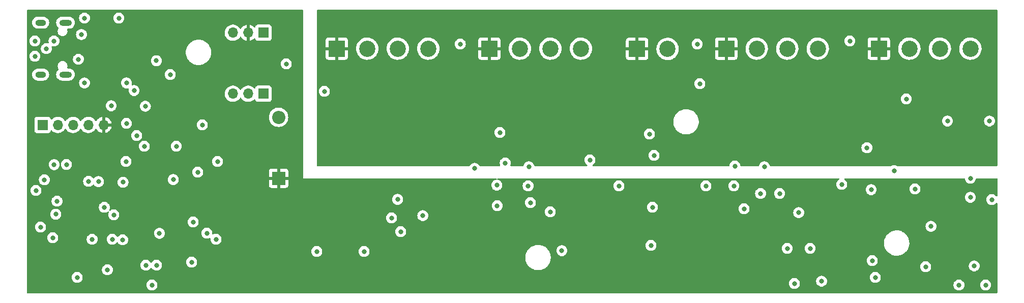
<source format=gbr>
G04 #@! TF.GenerationSoftware,KiCad,Pcbnew,6.0.10-86aedd382b~118~ubuntu22.04.1*
G04 #@! TF.CreationDate,2023-02-02T15:42:05+01:00*
G04 #@! TF.ProjectId,pcb_esp32_wled_pwm_multichannel,7063625f-6573-4703-9332-5f776c65645f,rev?*
G04 #@! TF.SameCoordinates,Original*
G04 #@! TF.FileFunction,Copper,L3,Inr*
G04 #@! TF.FilePolarity,Positive*
%FSLAX46Y46*%
G04 Gerber Fmt 4.6, Leading zero omitted, Abs format (unit mm)*
G04 Created by KiCad (PCBNEW 6.0.10-86aedd382b~118~ubuntu22.04.1) date 2023-02-02 15:42:05*
%MOMM*%
%LPD*%
G01*
G04 APERTURE LIST*
G04 #@! TA.AperFunction,ComponentPad*
%ADD10R,2.700000X2.700000*%
G04 #@! TD*
G04 #@! TA.AperFunction,ComponentPad*
%ADD11C,2.700000*%
G04 #@! TD*
G04 #@! TA.AperFunction,ComponentPad*
%ADD12O,1.700000X1.700000*%
G04 #@! TD*
G04 #@! TA.AperFunction,ComponentPad*
%ADD13R,1.700000X1.700000*%
G04 #@! TD*
G04 #@! TA.AperFunction,ComponentPad*
%ADD14R,2.200000X2.200000*%
G04 #@! TD*
G04 #@! TA.AperFunction,ComponentPad*
%ADD15O,2.200000X2.200000*%
G04 #@! TD*
G04 #@! TA.AperFunction,ComponentPad*
%ADD16O,1.800000X1.000000*%
G04 #@! TD*
G04 #@! TA.AperFunction,ComponentPad*
%ADD17O,2.100000X1.000000*%
G04 #@! TD*
G04 #@! TA.AperFunction,ViaPad*
%ADD18C,0.800000*%
G04 #@! TD*
G04 APERTURE END LIST*
D10*
G04 #@! TO.N,VDD*
G04 #@! TO.C,J101*
X61740000Y-44450000D03*
D11*
G04 #@! TO.N,/LED_R1*
X66820000Y-44450000D03*
G04 #@! TO.N,/LED_G1*
X71900000Y-44450000D03*
G04 #@! TO.N,/LED_B1*
X76980000Y-44450000D03*
G04 #@! TD*
D12*
G04 #@! TO.N,/I2S_SCK*
G04 #@! TO.C,J107*
X44465000Y-51970000D03*
G04 #@! TO.N,/I2S_SM*
X47005000Y-51970000D03*
D13*
G04 #@! TO.N,GND*
X49545000Y-51970000D03*
G04 #@! TD*
D12*
G04 #@! TO.N,GND*
G04 #@! TO.C,J106*
X44465000Y-41810000D03*
G04 #@! TO.N,+3V3*
X47005000Y-41810000D03*
D13*
G04 #@! TO.N,/I2S_SD*
X49545000Y-41810000D03*
G04 #@! TD*
D10*
G04 #@! TO.N,VDD*
G04 #@! TO.C,J104*
X151970000Y-44450000D03*
D11*
G04 #@! TO.N,/LED_R4*
X157050000Y-44450000D03*
G04 #@! TO.N,/LED_G4*
X162130000Y-44450000D03*
G04 #@! TO.N,/LED_B4*
X167210000Y-44450000D03*
G04 #@! TD*
D10*
G04 #@! TO.N,VDD*
G04 #@! TO.C,J103*
X126570000Y-44450000D03*
D11*
G04 #@! TO.N,/LED_R3*
X131650000Y-44450000D03*
G04 #@! TO.N,/LED_G3*
X136730000Y-44450000D03*
G04 #@! TO.N,/LED_B3*
X141810000Y-44450000D03*
G04 #@! TD*
D10*
G04 #@! TO.N,VDD*
G04 #@! TO.C,J102*
X87140000Y-44450000D03*
D11*
G04 #@! TO.N,/LED_R2*
X92220000Y-44450000D03*
G04 #@! TO.N,/LED_G2*
X97300000Y-44450000D03*
G04 #@! TO.N,/LED_B2*
X102380000Y-44450000D03*
G04 #@! TD*
D14*
G04 #@! TO.N,+3V3*
G04 #@! TO.C,D118*
X52070000Y-66040000D03*
D15*
G04 #@! TO.N,GND*
X52070000Y-55880000D03*
G04 #@! TD*
D13*
G04 #@! TO.N,GND*
G04 #@! TO.C,J105*
X12781200Y-57150000D03*
D12*
G04 #@! TO.N,/RXD*
X15321200Y-57150000D03*
G04 #@! TO.N,/RXD0*
X17861200Y-57150000D03*
G04 #@! TO.N,/IO0*
X20401200Y-57150000D03*
G04 #@! TO.N,+3V3*
X22941200Y-57150000D03*
G04 #@! TD*
D16*
G04 #@! TO.N,GND*
G04 #@! TO.C,J109*
X12461200Y-48770000D03*
X12461200Y-40130000D03*
D17*
X16611200Y-48770000D03*
X16611200Y-40130000D03*
G04 #@! TD*
D10*
G04 #@! TO.N,VDD*
G04 #@! TO.C,J108*
X111736000Y-44501500D03*
D11*
G04 #@! TO.N,GND*
X116816000Y-44501500D03*
G04 #@! TD*
D18*
G04 #@! TO.N,GND*
X11684000Y-68072000D03*
X38608000Y-65024000D03*
G04 #@! TO.N,+3V3*
X40597500Y-48217500D03*
X32766000Y-71374000D03*
X124460000Y-71120000D03*
X26111200Y-44450000D03*
X50546000Y-80772000D03*
X14173200Y-82550000D03*
X21793200Y-47752000D03*
X46228000Y-80772000D03*
X33401000Y-78613000D03*
X23163000Y-84279000D03*
X16586200Y-51435000D03*
G04 #@! TO.N,GND*
X114300000Y-70866000D03*
X34036000Y-48768000D03*
X24206200Y-53975000D03*
X88900000Y-58420000D03*
X167210000Y-66040000D03*
X140540000Y-77724000D03*
X19761200Y-50165000D03*
X18542000Y-82550000D03*
X165305000Y-83820000D03*
X121744000Y-43688000D03*
X122174000Y-50292000D03*
X11506200Y-45720000D03*
X123190000Y-67310000D03*
X58420000Y-78232000D03*
X26746200Y-50165000D03*
X114046000Y-77216000D03*
X135460000Y-68580000D03*
X93980000Y-70104000D03*
X156542000Y-52832000D03*
X170766000Y-69596000D03*
X145796000Y-67056000D03*
X19761200Y-39370000D03*
X84709000Y-64389000D03*
X37592000Y-80010000D03*
X99205000Y-78105000D03*
X138635000Y-71755000D03*
X12446000Y-74168000D03*
X15189200Y-69850000D03*
X59690000Y-51562000D03*
X53340000Y-46990000D03*
X132285000Y-68580000D03*
X25476200Y-39370000D03*
X167845000Y-80645000D03*
X154510000Y-64770000D03*
X11506200Y-43180000D03*
X127840000Y-67310000D03*
X159766000Y-80772000D03*
X28016200Y-51435000D03*
X93726000Y-64135000D03*
X147144000Y-43180000D03*
X132920000Y-64135000D03*
X88392000Y-67183000D03*
X93599000Y-67310000D03*
X108712000Y-67310000D03*
X14986000Y-72034400D03*
X157988000Y-67818000D03*
X149987000Y-60960000D03*
X39370000Y-57150000D03*
X26746200Y-56896000D03*
X82314000Y-43688000D03*
X30988000Y-83820000D03*
X114554000Y-62230000D03*
X170385000Y-56515000D03*
X66294000Y-78232000D03*
X23063200Y-70866000D03*
X169750000Y-83820000D03*
X163400000Y-56515000D03*
X136730000Y-77724000D03*
X150700000Y-67945000D03*
X142445000Y-83185000D03*
G04 #@! TO.N,VDD*
X101600000Y-57150000D03*
X143510000Y-53340000D03*
X74930000Y-59690000D03*
X150570000Y-49660000D03*
X128720000Y-48650000D03*
X169164000Y-52324000D03*
X162814000Y-52578000D03*
G04 #@! TO.N,/ESP_EN*
X37846000Y-73316500D03*
X34544000Y-66256500D03*
X14478000Y-75946000D03*
X129540000Y-71120000D03*
G04 #@! TO.N,/IO0*
X35047356Y-60701356D03*
X113792000Y-58674000D03*
X29718000Y-60706000D03*
G04 #@! TO.N,/UVBUS*
X19253200Y-42099500D03*
X18745200Y-46228000D03*
X31724600Y-46456600D03*
G04 #@! TO.N,/UCD+*
X14681200Y-43180000D03*
X13411200Y-44449998D03*
G04 #@! TO.N,/I2S_SD*
X26670000Y-63246000D03*
X41910000Y-63246000D03*
G04 #@! TO.N,/I2S_SM*
X26111200Y-76289500D03*
X41656000Y-76200000D03*
G04 #@! TO.N,/I2S_SCK*
X32232600Y-75209400D03*
X40132000Y-75184000D03*
G04 #@! TO.N,Net-(Q109-Pad1)*
X31750000Y-80518000D03*
X150876000Y-79756000D03*
G04 #@! TO.N,Net-(Q112-Pad1)*
X76073000Y-72263000D03*
X167210000Y-69215000D03*
G04 #@! TO.N,/RTS*
X29895800Y-54051200D03*
X28448000Y-58928000D03*
G04 #@! TO.N,/PWM_R1*
X71882000Y-69558500D03*
X26180215Y-66707499D03*
G04 #@! TO.N,/PWM_G1*
X24638000Y-72136000D03*
X70866000Y-72644000D03*
G04 #@! TO.N,/PWM_B1*
X88459103Y-70612000D03*
X22098000Y-66598800D03*
G04 #@! TO.N,/PWM_R2*
X20447000Y-66548000D03*
X97282000Y-71628000D03*
G04 #@! TO.N,/PWM_G2*
X16764000Y-63754000D03*
X89789000Y-63500000D03*
G04 #@! TO.N,/PWM_B2*
X103886000Y-62992000D03*
X14706600Y-63770802D03*
G04 #@! TO.N,/PWM_R3*
X13081000Y-66294000D03*
X128016000Y-64008000D03*
G04 #@! TO.N,/PWM_G3*
X137922000Y-83566000D03*
X23571200Y-81280000D03*
G04 #@! TO.N,/PWM_R4*
X151384000Y-82550000D03*
X29972000Y-80518000D03*
G04 #@! TO.N,/PWM_G4*
X160655000Y-74041000D03*
X21031200Y-76200000D03*
G04 #@! TO.N,/PWM_B4*
X72390000Y-74930000D03*
X24384000Y-76200000D03*
G04 #@! TD*
G04 #@! TA.AperFunction,Conductor*
G04 #@! TO.N,+3V3*
G36*
X56076121Y-37993502D02*
G01*
X56122614Y-38047158D01*
X56134000Y-38099500D01*
X56134000Y-66040000D01*
X88200937Y-66040000D01*
X88269058Y-66060002D01*
X88315551Y-66113658D01*
X88325655Y-66183932D01*
X88296161Y-66248512D01*
X88236435Y-66286896D01*
X88227133Y-66289247D01*
X88109712Y-66314206D01*
X88103682Y-66316891D01*
X88103681Y-66316891D01*
X87941278Y-66389197D01*
X87941276Y-66389198D01*
X87935248Y-66391882D01*
X87929907Y-66395762D01*
X87929906Y-66395763D01*
X87911863Y-66408872D01*
X87780747Y-66504134D01*
X87776326Y-66509044D01*
X87776325Y-66509045D01*
X87701421Y-66592235D01*
X87652960Y-66646056D01*
X87610923Y-66718866D01*
X87566964Y-66795006D01*
X87557473Y-66811444D01*
X87498458Y-66993072D01*
X87497768Y-66999633D01*
X87497768Y-66999635D01*
X87480401Y-67164872D01*
X87478496Y-67183000D01*
X87479186Y-67189565D01*
X87495187Y-67341803D01*
X87498458Y-67372928D01*
X87557473Y-67554556D01*
X87652960Y-67719944D01*
X87657378Y-67724851D01*
X87657379Y-67724852D01*
X87684589Y-67755072D01*
X87780747Y-67861866D01*
X87829450Y-67897251D01*
X87920122Y-67963128D01*
X87935248Y-67974118D01*
X87941276Y-67976802D01*
X87941278Y-67976803D01*
X88079062Y-68038148D01*
X88109712Y-68051794D01*
X88173888Y-68065435D01*
X88290056Y-68090128D01*
X88290061Y-68090128D01*
X88296513Y-68091500D01*
X88487487Y-68091500D01*
X88493939Y-68090128D01*
X88493944Y-68090128D01*
X88610112Y-68065435D01*
X88674288Y-68051794D01*
X88704938Y-68038148D01*
X88842722Y-67976803D01*
X88842724Y-67976802D01*
X88848752Y-67974118D01*
X88863879Y-67963128D01*
X88954550Y-67897251D01*
X89003253Y-67861866D01*
X89099411Y-67755072D01*
X89126621Y-67724852D01*
X89126622Y-67724851D01*
X89131040Y-67719944D01*
X89226527Y-67554556D01*
X89285542Y-67372928D01*
X89288814Y-67341803D01*
X89292156Y-67310000D01*
X92685496Y-67310000D01*
X92686186Y-67316565D01*
X92702060Y-67467594D01*
X92705458Y-67499928D01*
X92764473Y-67681556D01*
X92859960Y-67846944D01*
X92864378Y-67851851D01*
X92864379Y-67851852D01*
X92908753Y-67901134D01*
X92987747Y-67988866D01*
X93055578Y-68038148D01*
X93127122Y-68090128D01*
X93142248Y-68101118D01*
X93148276Y-68103802D01*
X93148278Y-68103803D01*
X93310681Y-68176109D01*
X93316712Y-68178794D01*
X93410112Y-68198647D01*
X93497056Y-68217128D01*
X93497061Y-68217128D01*
X93503513Y-68218500D01*
X93694487Y-68218500D01*
X93700939Y-68217128D01*
X93700944Y-68217128D01*
X93787888Y-68198647D01*
X93881288Y-68178794D01*
X93887319Y-68176109D01*
X94049722Y-68103803D01*
X94049724Y-68103802D01*
X94055752Y-68101118D01*
X94070879Y-68090128D01*
X94142422Y-68038148D01*
X94210253Y-67988866D01*
X94289247Y-67901134D01*
X94333621Y-67851852D01*
X94333622Y-67851851D01*
X94338040Y-67846944D01*
X94433527Y-67681556D01*
X94492542Y-67499928D01*
X94495941Y-67467594D01*
X94511814Y-67316565D01*
X94512504Y-67310000D01*
X107798496Y-67310000D01*
X107799186Y-67316565D01*
X107815060Y-67467594D01*
X107818458Y-67499928D01*
X107877473Y-67681556D01*
X107972960Y-67846944D01*
X107977378Y-67851851D01*
X107977379Y-67851852D01*
X108021753Y-67901134D01*
X108100747Y-67988866D01*
X108168578Y-68038148D01*
X108240122Y-68090128D01*
X108255248Y-68101118D01*
X108261276Y-68103802D01*
X108261278Y-68103803D01*
X108423681Y-68176109D01*
X108429712Y-68178794D01*
X108523112Y-68198647D01*
X108610056Y-68217128D01*
X108610061Y-68217128D01*
X108616513Y-68218500D01*
X108807487Y-68218500D01*
X108813939Y-68217128D01*
X108813944Y-68217128D01*
X108900888Y-68198647D01*
X108994288Y-68178794D01*
X109000319Y-68176109D01*
X109162722Y-68103803D01*
X109162724Y-68103802D01*
X109168752Y-68101118D01*
X109183879Y-68090128D01*
X109255422Y-68038148D01*
X109323253Y-67988866D01*
X109402247Y-67901134D01*
X109446621Y-67851852D01*
X109446622Y-67851851D01*
X109451040Y-67846944D01*
X109546527Y-67681556D01*
X109605542Y-67499928D01*
X109608941Y-67467594D01*
X109624814Y-67316565D01*
X109625504Y-67310000D01*
X122276496Y-67310000D01*
X122277186Y-67316565D01*
X122293060Y-67467594D01*
X122296458Y-67499928D01*
X122355473Y-67681556D01*
X122450960Y-67846944D01*
X122455378Y-67851851D01*
X122455379Y-67851852D01*
X122499753Y-67901134D01*
X122578747Y-67988866D01*
X122646578Y-68038148D01*
X122718122Y-68090128D01*
X122733248Y-68101118D01*
X122739276Y-68103802D01*
X122739278Y-68103803D01*
X122901681Y-68176109D01*
X122907712Y-68178794D01*
X123001112Y-68198647D01*
X123088056Y-68217128D01*
X123088061Y-68217128D01*
X123094513Y-68218500D01*
X123285487Y-68218500D01*
X123291939Y-68217128D01*
X123291944Y-68217128D01*
X123378888Y-68198647D01*
X123472288Y-68178794D01*
X123478319Y-68176109D01*
X123640722Y-68103803D01*
X123640724Y-68103802D01*
X123646752Y-68101118D01*
X123661879Y-68090128D01*
X123733422Y-68038148D01*
X123801253Y-67988866D01*
X123880247Y-67901134D01*
X123924621Y-67851852D01*
X123924622Y-67851851D01*
X123929040Y-67846944D01*
X124024527Y-67681556D01*
X124083542Y-67499928D01*
X124086941Y-67467594D01*
X124102814Y-67316565D01*
X124103504Y-67310000D01*
X126926496Y-67310000D01*
X126927186Y-67316565D01*
X126943060Y-67467594D01*
X126946458Y-67499928D01*
X127005473Y-67681556D01*
X127100960Y-67846944D01*
X127105378Y-67851851D01*
X127105379Y-67851852D01*
X127149753Y-67901134D01*
X127228747Y-67988866D01*
X127296578Y-68038148D01*
X127368122Y-68090128D01*
X127383248Y-68101118D01*
X127389276Y-68103802D01*
X127389278Y-68103803D01*
X127551681Y-68176109D01*
X127557712Y-68178794D01*
X127651112Y-68198647D01*
X127738056Y-68217128D01*
X127738061Y-68217128D01*
X127744513Y-68218500D01*
X127935487Y-68218500D01*
X127941939Y-68217128D01*
X127941944Y-68217128D01*
X128028888Y-68198647D01*
X128122288Y-68178794D01*
X128128319Y-68176109D01*
X128290722Y-68103803D01*
X128290724Y-68103802D01*
X128296752Y-68101118D01*
X128311879Y-68090128D01*
X128383422Y-68038148D01*
X128451253Y-67988866D01*
X128530247Y-67901134D01*
X128574621Y-67851852D01*
X128574622Y-67851851D01*
X128579040Y-67846944D01*
X128674527Y-67681556D01*
X128733542Y-67499928D01*
X128736941Y-67467594D01*
X128752814Y-67316565D01*
X128753504Y-67310000D01*
X128746013Y-67238725D01*
X128734232Y-67126635D01*
X128734232Y-67126633D01*
X128733542Y-67120072D01*
X128674527Y-66938444D01*
X128579040Y-66773056D01*
X128553064Y-66744206D01*
X128455675Y-66636045D01*
X128455674Y-66636044D01*
X128451253Y-66631134D01*
X128336829Y-66548000D01*
X128302094Y-66522763D01*
X128302093Y-66522762D01*
X128296752Y-66518882D01*
X128290724Y-66516198D01*
X128290722Y-66516197D01*
X128128319Y-66443891D01*
X128128318Y-66443891D01*
X128122288Y-66441206D01*
X128001046Y-66415435D01*
X127941944Y-66402872D01*
X127941939Y-66402872D01*
X127935487Y-66401500D01*
X127744513Y-66401500D01*
X127738061Y-66402872D01*
X127738056Y-66402872D01*
X127678954Y-66415435D01*
X127557712Y-66441206D01*
X127551682Y-66443891D01*
X127551681Y-66443891D01*
X127389278Y-66516197D01*
X127389276Y-66516198D01*
X127383248Y-66518882D01*
X127377907Y-66522762D01*
X127377906Y-66522763D01*
X127343171Y-66548000D01*
X127228747Y-66631134D01*
X127224326Y-66636044D01*
X127224325Y-66636045D01*
X127126937Y-66744206D01*
X127100960Y-66773056D01*
X127005473Y-66938444D01*
X126946458Y-67120072D01*
X126945768Y-67126633D01*
X126945768Y-67126635D01*
X126933987Y-67238725D01*
X126926496Y-67310000D01*
X124103504Y-67310000D01*
X124096013Y-67238725D01*
X124084232Y-67126635D01*
X124084232Y-67126633D01*
X124083542Y-67120072D01*
X124024527Y-66938444D01*
X123929040Y-66773056D01*
X123903064Y-66744206D01*
X123805675Y-66636045D01*
X123805674Y-66636044D01*
X123801253Y-66631134D01*
X123686829Y-66548000D01*
X123652094Y-66522763D01*
X123652093Y-66522762D01*
X123646752Y-66518882D01*
X123640724Y-66516198D01*
X123640722Y-66516197D01*
X123478319Y-66443891D01*
X123478318Y-66443891D01*
X123472288Y-66441206D01*
X123351046Y-66415435D01*
X123291944Y-66402872D01*
X123291939Y-66402872D01*
X123285487Y-66401500D01*
X123094513Y-66401500D01*
X123088061Y-66402872D01*
X123088056Y-66402872D01*
X123028954Y-66415435D01*
X122907712Y-66441206D01*
X122901682Y-66443891D01*
X122901681Y-66443891D01*
X122739278Y-66516197D01*
X122739276Y-66516198D01*
X122733248Y-66518882D01*
X122727907Y-66522762D01*
X122727906Y-66522763D01*
X122693171Y-66548000D01*
X122578747Y-66631134D01*
X122574326Y-66636044D01*
X122574325Y-66636045D01*
X122476937Y-66744206D01*
X122450960Y-66773056D01*
X122355473Y-66938444D01*
X122296458Y-67120072D01*
X122295768Y-67126633D01*
X122295768Y-67126635D01*
X122283987Y-67238725D01*
X122276496Y-67310000D01*
X109625504Y-67310000D01*
X109618013Y-67238725D01*
X109606232Y-67126635D01*
X109606232Y-67126633D01*
X109605542Y-67120072D01*
X109546527Y-66938444D01*
X109451040Y-66773056D01*
X109425064Y-66744206D01*
X109327675Y-66636045D01*
X109327674Y-66636044D01*
X109323253Y-66631134D01*
X109208829Y-66548000D01*
X109174094Y-66522763D01*
X109174093Y-66522762D01*
X109168752Y-66518882D01*
X109162724Y-66516198D01*
X109162722Y-66516197D01*
X109000319Y-66443891D01*
X109000318Y-66443891D01*
X108994288Y-66441206D01*
X108873046Y-66415435D01*
X108813944Y-66402872D01*
X108813939Y-66402872D01*
X108807487Y-66401500D01*
X108616513Y-66401500D01*
X108610061Y-66402872D01*
X108610056Y-66402872D01*
X108550954Y-66415435D01*
X108429712Y-66441206D01*
X108423682Y-66443891D01*
X108423681Y-66443891D01*
X108261278Y-66516197D01*
X108261276Y-66516198D01*
X108255248Y-66518882D01*
X108249907Y-66522762D01*
X108249906Y-66522763D01*
X108215171Y-66548000D01*
X108100747Y-66631134D01*
X108096326Y-66636044D01*
X108096325Y-66636045D01*
X107998937Y-66744206D01*
X107972960Y-66773056D01*
X107877473Y-66938444D01*
X107818458Y-67120072D01*
X107817768Y-67126633D01*
X107817768Y-67126635D01*
X107805987Y-67238725D01*
X107798496Y-67310000D01*
X94512504Y-67310000D01*
X94505013Y-67238725D01*
X94493232Y-67126635D01*
X94493232Y-67126633D01*
X94492542Y-67120072D01*
X94433527Y-66938444D01*
X94338040Y-66773056D01*
X94312064Y-66744206D01*
X94214675Y-66636045D01*
X94214674Y-66636044D01*
X94210253Y-66631134D01*
X94095829Y-66548000D01*
X94061094Y-66522763D01*
X94061093Y-66522762D01*
X94055752Y-66518882D01*
X94049724Y-66516198D01*
X94049722Y-66516197D01*
X93887319Y-66443891D01*
X93887318Y-66443891D01*
X93881288Y-66441206D01*
X93760046Y-66415435D01*
X93700944Y-66402872D01*
X93700939Y-66402872D01*
X93694487Y-66401500D01*
X93503513Y-66401500D01*
X93497061Y-66402872D01*
X93497056Y-66402872D01*
X93437954Y-66415435D01*
X93316712Y-66441206D01*
X93310682Y-66443891D01*
X93310681Y-66443891D01*
X93148278Y-66516197D01*
X93148276Y-66516198D01*
X93142248Y-66518882D01*
X93136907Y-66522762D01*
X93136906Y-66522763D01*
X93102171Y-66548000D01*
X92987747Y-66631134D01*
X92983326Y-66636044D01*
X92983325Y-66636045D01*
X92885937Y-66744206D01*
X92859960Y-66773056D01*
X92764473Y-66938444D01*
X92705458Y-67120072D01*
X92704768Y-67126633D01*
X92704768Y-67126635D01*
X92692987Y-67238725D01*
X92685496Y-67310000D01*
X89292156Y-67310000D01*
X89304814Y-67189565D01*
X89305504Y-67183000D01*
X89303599Y-67164872D01*
X89286232Y-66999635D01*
X89286232Y-66999633D01*
X89285542Y-66993072D01*
X89226527Y-66811444D01*
X89217037Y-66795006D01*
X89173077Y-66718866D01*
X89131040Y-66646056D01*
X89082580Y-66592235D01*
X89007675Y-66509045D01*
X89007674Y-66509044D01*
X89003253Y-66504134D01*
X88872137Y-66408872D01*
X88854094Y-66395763D01*
X88854093Y-66395762D01*
X88848752Y-66391882D01*
X88842724Y-66389198D01*
X88842722Y-66389197D01*
X88680319Y-66316891D01*
X88680318Y-66316891D01*
X88674288Y-66314206D01*
X88556866Y-66289247D01*
X88494393Y-66255518D01*
X88460071Y-66193369D01*
X88464799Y-66122530D01*
X88507075Y-66065492D01*
X88573476Y-66040365D01*
X88583063Y-66040000D01*
X145260984Y-66040000D01*
X145329105Y-66060002D01*
X145375598Y-66113658D01*
X145385702Y-66183932D01*
X145356208Y-66248512D01*
X145335047Y-66267934D01*
X145184747Y-66377134D01*
X145180326Y-66382044D01*
X145180325Y-66382045D01*
X145082937Y-66490206D01*
X145056960Y-66519056D01*
X145040249Y-66548000D01*
X144990725Y-66633779D01*
X144961473Y-66684444D01*
X144902458Y-66866072D01*
X144901768Y-66872633D01*
X144901768Y-66872635D01*
X144884401Y-67037872D01*
X144882496Y-67056000D01*
X144883186Y-67062565D01*
X144900863Y-67230749D01*
X144902458Y-67245928D01*
X144961473Y-67427556D01*
X145056960Y-67592944D01*
X145061378Y-67597851D01*
X145061379Y-67597852D01*
X145148600Y-67694721D01*
X145184747Y-67734866D01*
X145255398Y-67786197D01*
X145308207Y-67824565D01*
X145339248Y-67847118D01*
X145345276Y-67849802D01*
X145345278Y-67849803D01*
X145507681Y-67922109D01*
X145513712Y-67924794D01*
X145577888Y-67938435D01*
X145694056Y-67963128D01*
X145694061Y-67963128D01*
X145700513Y-67964500D01*
X145891487Y-67964500D01*
X145897939Y-67963128D01*
X145897944Y-67963128D01*
X145983227Y-67945000D01*
X149786496Y-67945000D01*
X149787186Y-67951565D01*
X149803187Y-68103803D01*
X149806458Y-68134928D01*
X149865473Y-68316556D01*
X149960960Y-68481944D01*
X149965378Y-68486851D01*
X149965379Y-68486852D01*
X150009753Y-68536134D01*
X150088747Y-68623866D01*
X150126606Y-68651372D01*
X150230982Y-68727206D01*
X150243248Y-68736118D01*
X150249276Y-68738802D01*
X150249278Y-68738803D01*
X150397695Y-68804882D01*
X150417712Y-68813794D01*
X150511113Y-68833647D01*
X150598056Y-68852128D01*
X150598061Y-68852128D01*
X150604513Y-68853500D01*
X150795487Y-68853500D01*
X150801939Y-68852128D01*
X150801944Y-68852128D01*
X150888887Y-68833647D01*
X150982288Y-68813794D01*
X151002305Y-68804882D01*
X151150722Y-68738803D01*
X151150724Y-68738802D01*
X151156752Y-68736118D01*
X151169019Y-68727206D01*
X151273394Y-68651372D01*
X151311253Y-68623866D01*
X151390247Y-68536134D01*
X151434621Y-68486852D01*
X151434622Y-68486851D01*
X151439040Y-68481944D01*
X151534527Y-68316556D01*
X151593542Y-68134928D01*
X151596814Y-68103803D01*
X151612814Y-67951565D01*
X151613504Y-67945000D01*
X151612814Y-67938435D01*
X151600156Y-67818000D01*
X157074496Y-67818000D01*
X157075186Y-67824565D01*
X157092863Y-67992749D01*
X157094458Y-68007928D01*
X157153473Y-68189556D01*
X157248960Y-68354944D01*
X157253378Y-68359851D01*
X157253379Y-68359852D01*
X157358163Y-68476226D01*
X157376747Y-68496866D01*
X157425450Y-68532251D01*
X157500207Y-68586565D01*
X157531248Y-68609118D01*
X157537276Y-68611802D01*
X157537278Y-68611803D01*
X157626152Y-68651372D01*
X157705712Y-68686794D01*
X157799112Y-68706647D01*
X157886056Y-68725128D01*
X157886061Y-68725128D01*
X157892513Y-68726500D01*
X158083487Y-68726500D01*
X158089939Y-68725128D01*
X158089944Y-68725128D01*
X158176888Y-68706647D01*
X158270288Y-68686794D01*
X158349848Y-68651372D01*
X158438722Y-68611803D01*
X158438724Y-68611802D01*
X158444752Y-68609118D01*
X158475794Y-68586565D01*
X158550550Y-68532251D01*
X158599253Y-68496866D01*
X158617837Y-68476226D01*
X158722621Y-68359852D01*
X158722622Y-68359851D01*
X158727040Y-68354944D01*
X158822527Y-68189556D01*
X158881542Y-68007928D01*
X158883138Y-67992749D01*
X158900814Y-67824565D01*
X158901504Y-67818000D01*
X158894230Y-67748794D01*
X158882232Y-67634635D01*
X158882232Y-67634633D01*
X158881542Y-67628072D01*
X158822527Y-67446444D01*
X158727040Y-67281056D01*
X158701064Y-67252206D01*
X158603675Y-67144045D01*
X158603674Y-67144044D01*
X158599253Y-67139134D01*
X158476988Y-67050303D01*
X158450094Y-67030763D01*
X158450093Y-67030762D01*
X158444752Y-67026882D01*
X158438724Y-67024198D01*
X158438722Y-67024197D01*
X158276319Y-66951891D01*
X158276318Y-66951891D01*
X158270288Y-66949206D01*
X158157721Y-66925279D01*
X158089944Y-66910872D01*
X158089939Y-66910872D01*
X158083487Y-66909500D01*
X157892513Y-66909500D01*
X157886061Y-66910872D01*
X157886056Y-66910872D01*
X157818279Y-66925279D01*
X157705712Y-66949206D01*
X157699682Y-66951891D01*
X157699681Y-66951891D01*
X157537278Y-67024197D01*
X157537276Y-67024198D01*
X157531248Y-67026882D01*
X157525907Y-67030762D01*
X157525906Y-67030763D01*
X157499012Y-67050303D01*
X157376747Y-67139134D01*
X157372326Y-67144044D01*
X157372325Y-67144045D01*
X157274937Y-67252206D01*
X157248960Y-67281056D01*
X157153473Y-67446444D01*
X157094458Y-67628072D01*
X157093768Y-67634633D01*
X157093768Y-67634635D01*
X157081770Y-67748794D01*
X157074496Y-67818000D01*
X151600156Y-67818000D01*
X151594232Y-67761635D01*
X151594232Y-67761633D01*
X151593542Y-67755072D01*
X151534527Y-67573444D01*
X151439040Y-67408056D01*
X151422709Y-67389918D01*
X151315675Y-67271045D01*
X151315674Y-67271044D01*
X151311253Y-67266134D01*
X151199131Y-67184672D01*
X151162094Y-67157763D01*
X151162093Y-67157762D01*
X151156752Y-67153882D01*
X151150724Y-67151198D01*
X151150722Y-67151197D01*
X150988319Y-67078891D01*
X150988318Y-67078891D01*
X150982288Y-67076206D01*
X150860425Y-67050303D01*
X150801944Y-67037872D01*
X150801939Y-67037872D01*
X150795487Y-67036500D01*
X150604513Y-67036500D01*
X150598061Y-67037872D01*
X150598056Y-67037872D01*
X150539575Y-67050303D01*
X150417712Y-67076206D01*
X150411682Y-67078891D01*
X150411681Y-67078891D01*
X150249278Y-67151197D01*
X150249276Y-67151198D01*
X150243248Y-67153882D01*
X150237907Y-67157762D01*
X150237906Y-67157763D01*
X150200869Y-67184672D01*
X150088747Y-67266134D01*
X150084326Y-67271044D01*
X150084325Y-67271045D01*
X149977292Y-67389918D01*
X149960960Y-67408056D01*
X149865473Y-67573444D01*
X149806458Y-67755072D01*
X149805768Y-67761633D01*
X149805768Y-67761635D01*
X149787186Y-67938435D01*
X149786496Y-67945000D01*
X145983227Y-67945000D01*
X146014112Y-67938435D01*
X146078288Y-67924794D01*
X146084319Y-67922109D01*
X146246722Y-67849803D01*
X146246724Y-67849802D01*
X146252752Y-67847118D01*
X146283794Y-67824565D01*
X146336602Y-67786197D01*
X146407253Y-67734866D01*
X146443400Y-67694721D01*
X146530621Y-67597852D01*
X146530622Y-67597851D01*
X146535040Y-67592944D01*
X146630527Y-67427556D01*
X146689542Y-67245928D01*
X146691138Y-67230749D01*
X146708814Y-67062565D01*
X146709504Y-67056000D01*
X146707599Y-67037872D01*
X146690232Y-66872635D01*
X146690232Y-66872633D01*
X146689542Y-66866072D01*
X146630527Y-66684444D01*
X146601276Y-66633779D01*
X146551751Y-66548000D01*
X146535040Y-66519056D01*
X146509064Y-66490206D01*
X146411675Y-66382045D01*
X146411674Y-66382044D01*
X146407253Y-66377134D01*
X146256954Y-66267935D01*
X146213601Y-66211714D01*
X146207526Y-66140978D01*
X146240657Y-66078186D01*
X146302477Y-66043274D01*
X146331016Y-66040000D01*
X166183045Y-66040000D01*
X166251166Y-66060002D01*
X166297659Y-66113658D01*
X166308355Y-66152829D01*
X166316458Y-66229928D01*
X166375473Y-66411556D01*
X166470960Y-66576944D01*
X166475378Y-66581851D01*
X166475379Y-66581852D01*
X166562600Y-66678721D01*
X166598747Y-66718866D01*
X166666578Y-66768148D01*
X166734820Y-66817729D01*
X166753248Y-66831118D01*
X166759276Y-66833802D01*
X166759278Y-66833803D01*
X166921681Y-66906109D01*
X166927712Y-66908794D01*
X167021112Y-66928647D01*
X167108056Y-66947128D01*
X167108061Y-66947128D01*
X167114513Y-66948500D01*
X167305487Y-66948500D01*
X167311939Y-66947128D01*
X167311944Y-66947128D01*
X167398888Y-66928647D01*
X167492288Y-66908794D01*
X167498319Y-66906109D01*
X167660722Y-66833803D01*
X167660724Y-66833802D01*
X167666752Y-66831118D01*
X167685181Y-66817729D01*
X167753422Y-66768148D01*
X167821253Y-66718866D01*
X167857400Y-66678721D01*
X167944621Y-66581852D01*
X167944622Y-66581851D01*
X167949040Y-66576944D01*
X168044527Y-66411556D01*
X168103542Y-66229928D01*
X168111645Y-66152829D01*
X168138658Y-66087173D01*
X168196879Y-66046543D01*
X168236955Y-66040000D01*
X171577500Y-66040000D01*
X171645621Y-66060002D01*
X171692114Y-66113658D01*
X171703500Y-66166000D01*
X171703500Y-68951228D01*
X171683498Y-69019349D01*
X171629842Y-69065842D01*
X171559568Y-69075946D01*
X171494988Y-69046452D01*
X171483864Y-69035538D01*
X171474441Y-69025072D01*
X171377253Y-68917134D01*
X171236907Y-68815166D01*
X171228094Y-68808763D01*
X171228093Y-68808762D01*
X171222752Y-68804882D01*
X171216724Y-68802198D01*
X171216722Y-68802197D01*
X171054319Y-68729891D01*
X171054318Y-68729891D01*
X171048288Y-68727206D01*
X170954888Y-68707353D01*
X170867944Y-68688872D01*
X170867939Y-68688872D01*
X170861487Y-68687500D01*
X170670513Y-68687500D01*
X170664061Y-68688872D01*
X170664056Y-68688872D01*
X170577112Y-68707353D01*
X170483712Y-68727206D01*
X170477682Y-68729891D01*
X170477681Y-68729891D01*
X170315278Y-68802197D01*
X170315276Y-68802198D01*
X170309248Y-68804882D01*
X170303907Y-68808762D01*
X170303906Y-68808763D01*
X170295093Y-68815166D01*
X170154747Y-68917134D01*
X170150326Y-68922044D01*
X170150325Y-68922045D01*
X170055577Y-69027274D01*
X170026960Y-69059056D01*
X170023659Y-69064774D01*
X169936926Y-69215000D01*
X169931473Y-69224444D01*
X169872458Y-69406072D01*
X169871768Y-69412633D01*
X169871768Y-69412635D01*
X169857127Y-69551935D01*
X169852496Y-69596000D01*
X169853186Y-69602565D01*
X169868517Y-69748428D01*
X169872458Y-69785928D01*
X169931473Y-69967556D01*
X170026960Y-70132944D01*
X170031378Y-70137851D01*
X170031379Y-70137852D01*
X170116560Y-70232455D01*
X170154747Y-70274866D01*
X170309248Y-70387118D01*
X170315276Y-70389802D01*
X170315278Y-70389803D01*
X170477681Y-70462109D01*
X170483712Y-70464794D01*
X170577112Y-70484647D01*
X170664056Y-70503128D01*
X170664061Y-70503128D01*
X170670513Y-70504500D01*
X170861487Y-70504500D01*
X170867939Y-70503128D01*
X170867944Y-70503128D01*
X170954888Y-70484647D01*
X171048288Y-70464794D01*
X171054319Y-70462109D01*
X171216722Y-70389803D01*
X171216724Y-70389802D01*
X171222752Y-70387118D01*
X171377253Y-70274866D01*
X171483865Y-70156462D01*
X171544310Y-70119222D01*
X171615293Y-70120574D01*
X171674278Y-70160087D01*
X171702536Y-70225218D01*
X171703500Y-70240772D01*
X171703500Y-85090500D01*
X171683498Y-85158621D01*
X171629842Y-85205114D01*
X171577500Y-85216500D01*
X10286500Y-85216500D01*
X10218379Y-85196498D01*
X10171886Y-85142842D01*
X10160500Y-85090500D01*
X10160500Y-83820000D01*
X30074496Y-83820000D01*
X30075186Y-83826565D01*
X30091187Y-83978803D01*
X30094458Y-84009928D01*
X30153473Y-84191556D01*
X30248960Y-84356944D01*
X30376747Y-84498866D01*
X30531248Y-84611118D01*
X30537276Y-84613802D01*
X30537278Y-84613803D01*
X30699681Y-84686109D01*
X30705712Y-84688794D01*
X30799113Y-84708647D01*
X30886056Y-84727128D01*
X30886061Y-84727128D01*
X30892513Y-84728500D01*
X31083487Y-84728500D01*
X31089939Y-84727128D01*
X31089944Y-84727128D01*
X31176887Y-84708647D01*
X31270288Y-84688794D01*
X31276319Y-84686109D01*
X31438722Y-84613803D01*
X31438724Y-84613802D01*
X31444752Y-84611118D01*
X31599253Y-84498866D01*
X31727040Y-84356944D01*
X31822527Y-84191556D01*
X31881542Y-84009928D01*
X31884814Y-83978803D01*
X31900814Y-83826565D01*
X31901504Y-83820000D01*
X31881542Y-83630072D01*
X31860724Y-83566000D01*
X137008496Y-83566000D01*
X137028458Y-83755928D01*
X137087473Y-83937556D01*
X137182960Y-84102944D01*
X137187378Y-84107851D01*
X137187379Y-84107852D01*
X137306325Y-84239955D01*
X137310747Y-84244866D01*
X137465248Y-84357118D01*
X137471276Y-84359802D01*
X137471278Y-84359803D01*
X137633681Y-84432109D01*
X137639712Y-84434794D01*
X137733112Y-84454647D01*
X137820056Y-84473128D01*
X137820061Y-84473128D01*
X137826513Y-84474500D01*
X138017487Y-84474500D01*
X138023939Y-84473128D01*
X138023944Y-84473128D01*
X138110888Y-84454647D01*
X138204288Y-84434794D01*
X138210319Y-84432109D01*
X138372722Y-84359803D01*
X138372724Y-84359802D01*
X138378752Y-84357118D01*
X138533253Y-84244866D01*
X138537675Y-84239955D01*
X138656621Y-84107852D01*
X138656622Y-84107851D01*
X138661040Y-84102944D01*
X138756527Y-83937556D01*
X138815542Y-83755928D01*
X138835504Y-83566000D01*
X138833851Y-83550271D01*
X138816232Y-83382635D01*
X138816232Y-83382633D01*
X138815542Y-83376072D01*
X138756527Y-83194444D01*
X138751075Y-83185000D01*
X141531496Y-83185000D01*
X141532186Y-83191565D01*
X141548187Y-83343803D01*
X141551458Y-83374928D01*
X141610473Y-83556556D01*
X141613776Y-83562278D01*
X141613777Y-83562279D01*
X141619716Y-83572565D01*
X141705960Y-83721944D01*
X141833747Y-83863866D01*
X141988248Y-83976118D01*
X141994276Y-83978802D01*
X141994278Y-83978803D01*
X142156681Y-84051109D01*
X142162712Y-84053794D01*
X142256112Y-84073647D01*
X142343056Y-84092128D01*
X142343061Y-84092128D01*
X142349513Y-84093500D01*
X142540487Y-84093500D01*
X142546939Y-84092128D01*
X142546944Y-84092128D01*
X142633887Y-84073647D01*
X142727288Y-84053794D01*
X142733319Y-84051109D01*
X142895722Y-83978803D01*
X142895724Y-83978802D01*
X142901752Y-83976118D01*
X143056253Y-83863866D01*
X143095750Y-83820000D01*
X164391496Y-83820000D01*
X164392186Y-83826565D01*
X164408187Y-83978803D01*
X164411458Y-84009928D01*
X164470473Y-84191556D01*
X164565960Y-84356944D01*
X164693747Y-84498866D01*
X164848248Y-84611118D01*
X164854276Y-84613802D01*
X164854278Y-84613803D01*
X165016681Y-84686109D01*
X165022712Y-84688794D01*
X165116113Y-84708647D01*
X165203056Y-84727128D01*
X165203061Y-84727128D01*
X165209513Y-84728500D01*
X165400487Y-84728500D01*
X165406939Y-84727128D01*
X165406944Y-84727128D01*
X165493887Y-84708647D01*
X165587288Y-84688794D01*
X165593319Y-84686109D01*
X165755722Y-84613803D01*
X165755724Y-84613802D01*
X165761752Y-84611118D01*
X165916253Y-84498866D01*
X166044040Y-84356944D01*
X166139527Y-84191556D01*
X166198542Y-84009928D01*
X166201814Y-83978803D01*
X166217814Y-83826565D01*
X166218504Y-83820000D01*
X168836496Y-83820000D01*
X168837186Y-83826565D01*
X168853187Y-83978803D01*
X168856458Y-84009928D01*
X168915473Y-84191556D01*
X169010960Y-84356944D01*
X169138747Y-84498866D01*
X169293248Y-84611118D01*
X169299276Y-84613802D01*
X169299278Y-84613803D01*
X169461681Y-84686109D01*
X169467712Y-84688794D01*
X169561113Y-84708647D01*
X169648056Y-84727128D01*
X169648061Y-84727128D01*
X169654513Y-84728500D01*
X169845487Y-84728500D01*
X169851939Y-84727128D01*
X169851944Y-84727128D01*
X169938887Y-84708647D01*
X170032288Y-84688794D01*
X170038319Y-84686109D01*
X170200722Y-84613803D01*
X170200724Y-84613802D01*
X170206752Y-84611118D01*
X170361253Y-84498866D01*
X170489040Y-84356944D01*
X170584527Y-84191556D01*
X170643542Y-84009928D01*
X170646814Y-83978803D01*
X170662814Y-83826565D01*
X170663504Y-83820000D01*
X170643542Y-83630072D01*
X170584527Y-83448444D01*
X170489040Y-83283056D01*
X170443744Y-83232749D01*
X170365675Y-83146045D01*
X170365674Y-83146044D01*
X170361253Y-83141134D01*
X170206752Y-83028882D01*
X170200724Y-83026198D01*
X170200722Y-83026197D01*
X170038319Y-82953891D01*
X170038318Y-82953891D01*
X170032288Y-82951206D01*
X169919721Y-82927279D01*
X169851944Y-82912872D01*
X169851939Y-82912872D01*
X169845487Y-82911500D01*
X169654513Y-82911500D01*
X169648061Y-82912872D01*
X169648056Y-82912872D01*
X169580279Y-82927279D01*
X169467712Y-82951206D01*
X169461682Y-82953891D01*
X169461681Y-82953891D01*
X169299278Y-83026197D01*
X169299276Y-83026198D01*
X169293248Y-83028882D01*
X169138747Y-83141134D01*
X169134326Y-83146044D01*
X169134325Y-83146045D01*
X169056257Y-83232749D01*
X169010960Y-83283056D01*
X168915473Y-83448444D01*
X168856458Y-83630072D01*
X168836496Y-83820000D01*
X166218504Y-83820000D01*
X166198542Y-83630072D01*
X166139527Y-83448444D01*
X166044040Y-83283056D01*
X165998744Y-83232749D01*
X165920675Y-83146045D01*
X165920674Y-83146044D01*
X165916253Y-83141134D01*
X165761752Y-83028882D01*
X165755724Y-83026198D01*
X165755722Y-83026197D01*
X165593319Y-82953891D01*
X165593318Y-82953891D01*
X165587288Y-82951206D01*
X165474721Y-82927279D01*
X165406944Y-82912872D01*
X165406939Y-82912872D01*
X165400487Y-82911500D01*
X165209513Y-82911500D01*
X165203061Y-82912872D01*
X165203056Y-82912872D01*
X165135279Y-82927279D01*
X165022712Y-82951206D01*
X165016682Y-82953891D01*
X165016681Y-82953891D01*
X164854278Y-83026197D01*
X164854276Y-83026198D01*
X164848248Y-83028882D01*
X164693747Y-83141134D01*
X164689326Y-83146044D01*
X164689325Y-83146045D01*
X164611257Y-83232749D01*
X164565960Y-83283056D01*
X164470473Y-83448444D01*
X164411458Y-83630072D01*
X164391496Y-83820000D01*
X143095750Y-83820000D01*
X143184040Y-83721944D01*
X143270284Y-83572565D01*
X143276223Y-83562279D01*
X143276224Y-83562278D01*
X143279527Y-83556556D01*
X143338542Y-83374928D01*
X143341814Y-83343803D01*
X143357814Y-83191565D01*
X143358504Y-83185000D01*
X143342715Y-83034774D01*
X143339232Y-83001635D01*
X143339232Y-83001633D01*
X143338542Y-82995072D01*
X143279527Y-82813444D01*
X143184040Y-82648056D01*
X143095750Y-82550000D01*
X150470496Y-82550000D01*
X150471186Y-82556565D01*
X150485824Y-82695834D01*
X150490458Y-82739928D01*
X150549473Y-82921556D01*
X150644960Y-83086944D01*
X150649378Y-83091851D01*
X150649379Y-83091852D01*
X150693753Y-83141134D01*
X150772747Y-83228866D01*
X150927248Y-83341118D01*
X150933276Y-83343802D01*
X150933278Y-83343803D01*
X151020497Y-83382635D01*
X151101712Y-83418794D01*
X151195112Y-83438647D01*
X151282056Y-83457128D01*
X151282061Y-83457128D01*
X151288513Y-83458500D01*
X151479487Y-83458500D01*
X151485939Y-83457128D01*
X151485944Y-83457128D01*
X151572888Y-83438647D01*
X151666288Y-83418794D01*
X151747503Y-83382635D01*
X151834722Y-83343803D01*
X151834724Y-83343802D01*
X151840752Y-83341118D01*
X151995253Y-83228866D01*
X152074247Y-83141134D01*
X152118621Y-83091852D01*
X152118622Y-83091851D01*
X152123040Y-83086944D01*
X152218527Y-82921556D01*
X152277542Y-82739928D01*
X152282177Y-82695834D01*
X152296814Y-82556565D01*
X152297504Y-82550000D01*
X152292485Y-82502251D01*
X152278232Y-82366635D01*
X152278232Y-82366633D01*
X152277542Y-82360072D01*
X152218527Y-82178444D01*
X152123040Y-82013056D01*
X152077744Y-81962749D01*
X151999675Y-81876045D01*
X151999674Y-81876044D01*
X151995253Y-81871134D01*
X151840752Y-81758882D01*
X151834724Y-81756198D01*
X151834722Y-81756197D01*
X151672319Y-81683891D01*
X151672318Y-81683891D01*
X151666288Y-81681206D01*
X151553721Y-81657279D01*
X151485944Y-81642872D01*
X151485939Y-81642872D01*
X151479487Y-81641500D01*
X151288513Y-81641500D01*
X151282061Y-81642872D01*
X151282056Y-81642872D01*
X151214279Y-81657279D01*
X151101712Y-81681206D01*
X151095682Y-81683891D01*
X151095681Y-81683891D01*
X150933278Y-81756197D01*
X150933276Y-81756198D01*
X150927248Y-81758882D01*
X150772747Y-81871134D01*
X150768326Y-81876044D01*
X150768325Y-81876045D01*
X150690257Y-81962749D01*
X150644960Y-82013056D01*
X150549473Y-82178444D01*
X150490458Y-82360072D01*
X150489768Y-82366633D01*
X150489768Y-82366635D01*
X150475515Y-82502251D01*
X150470496Y-82550000D01*
X143095750Y-82550000D01*
X143056253Y-82506134D01*
X142901752Y-82393882D01*
X142895724Y-82391198D01*
X142895722Y-82391197D01*
X142733319Y-82318891D01*
X142733318Y-82318891D01*
X142727288Y-82316206D01*
X142633888Y-82296353D01*
X142546944Y-82277872D01*
X142546939Y-82277872D01*
X142540487Y-82276500D01*
X142349513Y-82276500D01*
X142343061Y-82277872D01*
X142343056Y-82277872D01*
X142256112Y-82296353D01*
X142162712Y-82316206D01*
X142156682Y-82318891D01*
X142156681Y-82318891D01*
X141994278Y-82391197D01*
X141994276Y-82391198D01*
X141988248Y-82393882D01*
X141833747Y-82506134D01*
X141705960Y-82648056D01*
X141610473Y-82813444D01*
X141551458Y-82995072D01*
X141550768Y-83001633D01*
X141550768Y-83001635D01*
X141547285Y-83034774D01*
X141531496Y-83185000D01*
X138751075Y-83185000D01*
X138664341Y-83034774D01*
X138661040Y-83029056D01*
X138533253Y-82887134D01*
X138378752Y-82774882D01*
X138372724Y-82772198D01*
X138372722Y-82772197D01*
X138210319Y-82699891D01*
X138210318Y-82699891D01*
X138204288Y-82697206D01*
X138110888Y-82677353D01*
X138023944Y-82658872D01*
X138023939Y-82658872D01*
X138017487Y-82657500D01*
X137826513Y-82657500D01*
X137820061Y-82658872D01*
X137820056Y-82658872D01*
X137733112Y-82677353D01*
X137639712Y-82697206D01*
X137633682Y-82699891D01*
X137633681Y-82699891D01*
X137471278Y-82772197D01*
X137471276Y-82772198D01*
X137465248Y-82774882D01*
X137310747Y-82887134D01*
X137182960Y-83029056D01*
X137179659Y-83034774D01*
X137092926Y-83185000D01*
X137087473Y-83194444D01*
X137028458Y-83376072D01*
X137027768Y-83382633D01*
X137027768Y-83382635D01*
X137010149Y-83550271D01*
X137008496Y-83566000D01*
X31860724Y-83566000D01*
X31822527Y-83448444D01*
X31727040Y-83283056D01*
X31681744Y-83232749D01*
X31603675Y-83146045D01*
X31603674Y-83146044D01*
X31599253Y-83141134D01*
X31444752Y-83028882D01*
X31438724Y-83026198D01*
X31438722Y-83026197D01*
X31276319Y-82953891D01*
X31276318Y-82953891D01*
X31270288Y-82951206D01*
X31157721Y-82927279D01*
X31089944Y-82912872D01*
X31089939Y-82912872D01*
X31083487Y-82911500D01*
X30892513Y-82911500D01*
X30886061Y-82912872D01*
X30886056Y-82912872D01*
X30818279Y-82927279D01*
X30705712Y-82951206D01*
X30699682Y-82953891D01*
X30699681Y-82953891D01*
X30537278Y-83026197D01*
X30537276Y-83026198D01*
X30531248Y-83028882D01*
X30376747Y-83141134D01*
X30372326Y-83146044D01*
X30372325Y-83146045D01*
X30294257Y-83232749D01*
X30248960Y-83283056D01*
X30153473Y-83448444D01*
X30094458Y-83630072D01*
X30074496Y-83820000D01*
X10160500Y-83820000D01*
X10160500Y-82550000D01*
X17628496Y-82550000D01*
X17629186Y-82556565D01*
X17643824Y-82695834D01*
X17648458Y-82739928D01*
X17707473Y-82921556D01*
X17802960Y-83086944D01*
X17807378Y-83091851D01*
X17807379Y-83091852D01*
X17851753Y-83141134D01*
X17930747Y-83228866D01*
X18085248Y-83341118D01*
X18091276Y-83343802D01*
X18091278Y-83343803D01*
X18178497Y-83382635D01*
X18259712Y-83418794D01*
X18353112Y-83438647D01*
X18440056Y-83457128D01*
X18440061Y-83457128D01*
X18446513Y-83458500D01*
X18637487Y-83458500D01*
X18643939Y-83457128D01*
X18643944Y-83457128D01*
X18730888Y-83438647D01*
X18824288Y-83418794D01*
X18905503Y-83382635D01*
X18992722Y-83343803D01*
X18992724Y-83343802D01*
X18998752Y-83341118D01*
X19153253Y-83228866D01*
X19232247Y-83141134D01*
X19276621Y-83091852D01*
X19276622Y-83091851D01*
X19281040Y-83086944D01*
X19376527Y-82921556D01*
X19435542Y-82739928D01*
X19440177Y-82695834D01*
X19454814Y-82556565D01*
X19455504Y-82550000D01*
X19450485Y-82502251D01*
X19436232Y-82366635D01*
X19436232Y-82366633D01*
X19435542Y-82360072D01*
X19376527Y-82178444D01*
X19281040Y-82013056D01*
X19235744Y-81962749D01*
X19157675Y-81876045D01*
X19157674Y-81876044D01*
X19153253Y-81871134D01*
X18998752Y-81758882D01*
X18992724Y-81756198D01*
X18992722Y-81756197D01*
X18830319Y-81683891D01*
X18830318Y-81683891D01*
X18824288Y-81681206D01*
X18711721Y-81657279D01*
X18643944Y-81642872D01*
X18643939Y-81642872D01*
X18637487Y-81641500D01*
X18446513Y-81641500D01*
X18440061Y-81642872D01*
X18440056Y-81642872D01*
X18372279Y-81657279D01*
X18259712Y-81681206D01*
X18253682Y-81683891D01*
X18253681Y-81683891D01*
X18091278Y-81756197D01*
X18091276Y-81756198D01*
X18085248Y-81758882D01*
X17930747Y-81871134D01*
X17926326Y-81876044D01*
X17926325Y-81876045D01*
X17848257Y-81962749D01*
X17802960Y-82013056D01*
X17707473Y-82178444D01*
X17648458Y-82360072D01*
X17647768Y-82366633D01*
X17647768Y-82366635D01*
X17633515Y-82502251D01*
X17628496Y-82550000D01*
X10160500Y-82550000D01*
X10160500Y-81280000D01*
X22657696Y-81280000D01*
X22658386Y-81286565D01*
X22676063Y-81454749D01*
X22677658Y-81469928D01*
X22736673Y-81651556D01*
X22832160Y-81816944D01*
X22836578Y-81821851D01*
X22836579Y-81821852D01*
X22880953Y-81871134D01*
X22959947Y-81958866D01*
X23114448Y-82071118D01*
X23120476Y-82073802D01*
X23120478Y-82073803D01*
X23282881Y-82146109D01*
X23288912Y-82148794D01*
X23382312Y-82168647D01*
X23469256Y-82187128D01*
X23469261Y-82187128D01*
X23475713Y-82188500D01*
X23666687Y-82188500D01*
X23673139Y-82187128D01*
X23673144Y-82187128D01*
X23760088Y-82168647D01*
X23853488Y-82148794D01*
X23859519Y-82146109D01*
X24021922Y-82073803D01*
X24021924Y-82073802D01*
X24027952Y-82071118D01*
X24182453Y-81958866D01*
X24261447Y-81871134D01*
X24305821Y-81821852D01*
X24305822Y-81821851D01*
X24310240Y-81816944D01*
X24405727Y-81651556D01*
X24464742Y-81469928D01*
X24466338Y-81454749D01*
X24484014Y-81286565D01*
X24484704Y-81280000D01*
X24484014Y-81273435D01*
X24465432Y-81096635D01*
X24465432Y-81096633D01*
X24464742Y-81090072D01*
X24405727Y-80908444D01*
X24385537Y-80873473D01*
X24326951Y-80772000D01*
X24310240Y-80743056D01*
X24291198Y-80721907D01*
X24186875Y-80606045D01*
X24186874Y-80606044D01*
X24182453Y-80601134D01*
X24068029Y-80518000D01*
X29058496Y-80518000D01*
X29059186Y-80524565D01*
X29076863Y-80692749D01*
X29078458Y-80707928D01*
X29137473Y-80889556D01*
X29140776Y-80895278D01*
X29140777Y-80895279D01*
X29171309Y-80948162D01*
X29232960Y-81054944D01*
X29237378Y-81059851D01*
X29237379Y-81059852D01*
X29342163Y-81176226D01*
X29360747Y-81196866D01*
X29459843Y-81268864D01*
X29484207Y-81286565D01*
X29515248Y-81309118D01*
X29521276Y-81311802D01*
X29521278Y-81311803D01*
X29621342Y-81356354D01*
X29689712Y-81386794D01*
X29783112Y-81406647D01*
X29870056Y-81425128D01*
X29870061Y-81425128D01*
X29876513Y-81426500D01*
X30067487Y-81426500D01*
X30073939Y-81425128D01*
X30073944Y-81425128D01*
X30160888Y-81406647D01*
X30254288Y-81386794D01*
X30322658Y-81356354D01*
X30422722Y-81311803D01*
X30422724Y-81311802D01*
X30428752Y-81309118D01*
X30459794Y-81286565D01*
X30484157Y-81268864D01*
X30583253Y-81196866D01*
X30601837Y-81176226D01*
X30706621Y-81059852D01*
X30706622Y-81059851D01*
X30711040Y-81054944D01*
X30751882Y-80984204D01*
X30803263Y-80935212D01*
X30872977Y-80921776D01*
X30938888Y-80948162D01*
X30970118Y-80984204D01*
X31010960Y-81054944D01*
X31015378Y-81059851D01*
X31015379Y-81059852D01*
X31120163Y-81176226D01*
X31138747Y-81196866D01*
X31237843Y-81268864D01*
X31262207Y-81286565D01*
X31293248Y-81309118D01*
X31299276Y-81311802D01*
X31299278Y-81311803D01*
X31399342Y-81356354D01*
X31467712Y-81386794D01*
X31561112Y-81406647D01*
X31648056Y-81425128D01*
X31648061Y-81425128D01*
X31654513Y-81426500D01*
X31845487Y-81426500D01*
X31851939Y-81425128D01*
X31851944Y-81425128D01*
X31938888Y-81406647D01*
X32032288Y-81386794D01*
X32100658Y-81356354D01*
X32200722Y-81311803D01*
X32200724Y-81311802D01*
X32206752Y-81309118D01*
X32237794Y-81286565D01*
X32262157Y-81268864D01*
X32361253Y-81196866D01*
X32379837Y-81176226D01*
X32484621Y-81059852D01*
X32484622Y-81059851D01*
X32489040Y-81054944D01*
X32550691Y-80948162D01*
X32581223Y-80895279D01*
X32581224Y-80895278D01*
X32584527Y-80889556D01*
X32643542Y-80707928D01*
X32645138Y-80692749D01*
X32662814Y-80524565D01*
X32663504Y-80518000D01*
X32656230Y-80448794D01*
X32644232Y-80334635D01*
X32644232Y-80334633D01*
X32643542Y-80328072D01*
X32584527Y-80146444D01*
X32558168Y-80100788D01*
X32505751Y-80010000D01*
X36678496Y-80010000D01*
X36679186Y-80016565D01*
X36686826Y-80089251D01*
X36698458Y-80199928D01*
X36757473Y-80381556D01*
X36852960Y-80546944D01*
X36857378Y-80551851D01*
X36857379Y-80551852D01*
X36901753Y-80601134D01*
X36980747Y-80688866D01*
X37026224Y-80721907D01*
X37104207Y-80778565D01*
X37135248Y-80801118D01*
X37141276Y-80803802D01*
X37141278Y-80803803D01*
X37303681Y-80876109D01*
X37309712Y-80878794D01*
X37403112Y-80898647D01*
X37490056Y-80917128D01*
X37490061Y-80917128D01*
X37496513Y-80918500D01*
X37687487Y-80918500D01*
X37693939Y-80917128D01*
X37693944Y-80917128D01*
X37780888Y-80898647D01*
X37874288Y-80878794D01*
X37880319Y-80876109D01*
X38042722Y-80803803D01*
X38042724Y-80803802D01*
X38048752Y-80801118D01*
X38079794Y-80778565D01*
X38157776Y-80721907D01*
X38203253Y-80688866D01*
X38282247Y-80601134D01*
X38326621Y-80551852D01*
X38326622Y-80551851D01*
X38331040Y-80546944D01*
X38426527Y-80381556D01*
X38485542Y-80199928D01*
X38497175Y-80089251D01*
X38504814Y-80016565D01*
X38505504Y-80010000D01*
X38494280Y-79903206D01*
X38486232Y-79826635D01*
X38486232Y-79826633D01*
X38485542Y-79820072D01*
X38426527Y-79638444D01*
X38331040Y-79473056D01*
X38271596Y-79407036D01*
X38247886Y-79380703D01*
X93140743Y-79380703D01*
X93178268Y-79665734D01*
X93254129Y-79943036D01*
X93255813Y-79946984D01*
X93318152Y-80093134D01*
X93366923Y-80207476D01*
X93418075Y-80292944D01*
X93486174Y-80406729D01*
X93514561Y-80454161D01*
X93694313Y-80678528D01*
X93902851Y-80876423D01*
X94136317Y-81044186D01*
X94140112Y-81046195D01*
X94140113Y-81046196D01*
X94161869Y-81057715D01*
X94390392Y-81178712D01*
X94412636Y-81186852D01*
X94649235Y-81273435D01*
X94660373Y-81277511D01*
X94941264Y-81338755D01*
X94969841Y-81341004D01*
X95164282Y-81356307D01*
X95164291Y-81356307D01*
X95166739Y-81356500D01*
X95322271Y-81356500D01*
X95324407Y-81356354D01*
X95324418Y-81356354D01*
X95532548Y-81342165D01*
X95532554Y-81342164D01*
X95536825Y-81341873D01*
X95541020Y-81341004D01*
X95541022Y-81341004D01*
X95695834Y-81308944D01*
X95818342Y-81283574D01*
X96089343Y-81187607D01*
X96177362Y-81142177D01*
X96341005Y-81057715D01*
X96341006Y-81057715D01*
X96344812Y-81055750D01*
X96348313Y-81053289D01*
X96348317Y-81053287D01*
X96516320Y-80935212D01*
X96580023Y-80890441D01*
X96700416Y-80778565D01*
X96707481Y-80772000D01*
X158852496Y-80772000D01*
X158853186Y-80778565D01*
X158867894Y-80918500D01*
X158872458Y-80961928D01*
X158931473Y-81143556D01*
X159026960Y-81308944D01*
X159031378Y-81313851D01*
X159031379Y-81313852D01*
X159094639Y-81384109D01*
X159154747Y-81450866D01*
X159237664Y-81511109D01*
X159294122Y-81552128D01*
X159309248Y-81563118D01*
X159315276Y-81565802D01*
X159315278Y-81565803D01*
X159477681Y-81638109D01*
X159483712Y-81640794D01*
X159577112Y-81660647D01*
X159664056Y-81679128D01*
X159664061Y-81679128D01*
X159670513Y-81680500D01*
X159861487Y-81680500D01*
X159867939Y-81679128D01*
X159867944Y-81679128D01*
X159954888Y-81660647D01*
X160048288Y-81640794D01*
X160054319Y-81638109D01*
X160216722Y-81565803D01*
X160216724Y-81565802D01*
X160222752Y-81563118D01*
X160237879Y-81552128D01*
X160294336Y-81511109D01*
X160377253Y-81450866D01*
X160437361Y-81384109D01*
X160500621Y-81313852D01*
X160500622Y-81313851D01*
X160505040Y-81308944D01*
X160600527Y-81143556D01*
X160659542Y-80961928D01*
X160664107Y-80918500D01*
X160678814Y-80778565D01*
X160679504Y-80772000D01*
X160671384Y-80694740D01*
X160666156Y-80645000D01*
X166931496Y-80645000D01*
X166932186Y-80651565D01*
X166948187Y-80803803D01*
X166951458Y-80834928D01*
X167010473Y-81016556D01*
X167105960Y-81181944D01*
X167233747Y-81323866D01*
X167278398Y-81356307D01*
X167373122Y-81425128D01*
X167388248Y-81436118D01*
X167394276Y-81438802D01*
X167394278Y-81438803D01*
X167556681Y-81511109D01*
X167562712Y-81513794D01*
X167656112Y-81533647D01*
X167743056Y-81552128D01*
X167743061Y-81552128D01*
X167749513Y-81553500D01*
X167940487Y-81553500D01*
X167946939Y-81552128D01*
X167946944Y-81552128D01*
X168033887Y-81533647D01*
X168127288Y-81513794D01*
X168133319Y-81511109D01*
X168295722Y-81438803D01*
X168295724Y-81438802D01*
X168301752Y-81436118D01*
X168316879Y-81425128D01*
X168411602Y-81356307D01*
X168456253Y-81323866D01*
X168584040Y-81181944D01*
X168679527Y-81016556D01*
X168738542Y-80834928D01*
X168741814Y-80803803D01*
X168757814Y-80651565D01*
X168758504Y-80645000D01*
X168757814Y-80638435D01*
X168739232Y-80461635D01*
X168739232Y-80461633D01*
X168738542Y-80455072D01*
X168679527Y-80273444D01*
X168652795Y-80227142D01*
X168602899Y-80140721D01*
X168584040Y-80108056D01*
X168533383Y-80051795D01*
X168460675Y-79971045D01*
X168460674Y-79971044D01*
X168456253Y-79966134D01*
X168357157Y-79894136D01*
X168307094Y-79857763D01*
X168307093Y-79857762D01*
X168301752Y-79853882D01*
X168295724Y-79851198D01*
X168295722Y-79851197D01*
X168133319Y-79778891D01*
X168133318Y-79778891D01*
X168127288Y-79776206D01*
X168032227Y-79756000D01*
X167946944Y-79737872D01*
X167946939Y-79737872D01*
X167940487Y-79736500D01*
X167749513Y-79736500D01*
X167743061Y-79737872D01*
X167743056Y-79737872D01*
X167657773Y-79756000D01*
X167562712Y-79776206D01*
X167556682Y-79778891D01*
X167556681Y-79778891D01*
X167394278Y-79851197D01*
X167394276Y-79851198D01*
X167388248Y-79853882D01*
X167382907Y-79857762D01*
X167382906Y-79857763D01*
X167332843Y-79894136D01*
X167233747Y-79966134D01*
X167229326Y-79971044D01*
X167229325Y-79971045D01*
X167156618Y-80051795D01*
X167105960Y-80108056D01*
X167087101Y-80140721D01*
X167037206Y-80227142D01*
X167010473Y-80273444D01*
X166951458Y-80455072D01*
X166950768Y-80461633D01*
X166950768Y-80461635D01*
X166932186Y-80638435D01*
X166931496Y-80645000D01*
X160666156Y-80645000D01*
X160660232Y-80588635D01*
X160660232Y-80588633D01*
X160659542Y-80582072D01*
X160600527Y-80400444D01*
X160505040Y-80235056D01*
X160479064Y-80206206D01*
X160381675Y-80098045D01*
X160381674Y-80098044D01*
X160377253Y-80093134D01*
X160262829Y-80010000D01*
X160228094Y-79984763D01*
X160228093Y-79984762D01*
X160222752Y-79980882D01*
X160216724Y-79978198D01*
X160216722Y-79978197D01*
X160054319Y-79905891D01*
X160054318Y-79905891D01*
X160048288Y-79903206D01*
X159954888Y-79883353D01*
X159867944Y-79864872D01*
X159867939Y-79864872D01*
X159861487Y-79863500D01*
X159670513Y-79863500D01*
X159664061Y-79864872D01*
X159664056Y-79864872D01*
X159577112Y-79883353D01*
X159483712Y-79903206D01*
X159477682Y-79905891D01*
X159477681Y-79905891D01*
X159315278Y-79978197D01*
X159315276Y-79978198D01*
X159309248Y-79980882D01*
X159303907Y-79984762D01*
X159303906Y-79984763D01*
X159269171Y-80010000D01*
X159154747Y-80093134D01*
X159150326Y-80098044D01*
X159150325Y-80098045D01*
X159052937Y-80206206D01*
X159026960Y-80235056D01*
X158931473Y-80400444D01*
X158872458Y-80582072D01*
X158871768Y-80588633D01*
X158871768Y-80588635D01*
X158860616Y-80694740D01*
X158852496Y-80772000D01*
X96707481Y-80772000D01*
X96787479Y-80697661D01*
X96787481Y-80697658D01*
X96790622Y-80694740D01*
X96972713Y-80472268D01*
X97122927Y-80227142D01*
X97221128Y-80003435D01*
X97236757Y-79967830D01*
X97238483Y-79963898D01*
X97245472Y-79939365D01*
X97297704Y-79756000D01*
X149962496Y-79756000D01*
X149963186Y-79762565D01*
X149977824Y-79901834D01*
X149982458Y-79945928D01*
X150041473Y-80127556D01*
X150136960Y-80292944D01*
X150141378Y-80297851D01*
X150141379Y-80297852D01*
X150228600Y-80394721D01*
X150264747Y-80434866D01*
X150311197Y-80468614D01*
X150388207Y-80524565D01*
X150419248Y-80547118D01*
X150425276Y-80549802D01*
X150425278Y-80549803D01*
X150587681Y-80622109D01*
X150593712Y-80624794D01*
X150657888Y-80638435D01*
X150774056Y-80663128D01*
X150774061Y-80663128D01*
X150780513Y-80664500D01*
X150971487Y-80664500D01*
X150977939Y-80663128D01*
X150977944Y-80663128D01*
X151094112Y-80638435D01*
X151158288Y-80624794D01*
X151164319Y-80622109D01*
X151326722Y-80549803D01*
X151326724Y-80549802D01*
X151332752Y-80547118D01*
X151363794Y-80524565D01*
X151440803Y-80468614D01*
X151487253Y-80434866D01*
X151523400Y-80394721D01*
X151610621Y-80297852D01*
X151610622Y-80297851D01*
X151615040Y-80292944D01*
X151710527Y-80127556D01*
X151769542Y-79945928D01*
X151774177Y-79901834D01*
X151788814Y-79762565D01*
X151789504Y-79756000D01*
X151787599Y-79737872D01*
X151770232Y-79572635D01*
X151770232Y-79572633D01*
X151769542Y-79566072D01*
X151710527Y-79384444D01*
X151615040Y-79219056D01*
X151505602Y-79097512D01*
X151491675Y-79082045D01*
X151491674Y-79082044D01*
X151487253Y-79077134D01*
X151346907Y-78975166D01*
X151338094Y-78968763D01*
X151338093Y-78968762D01*
X151332752Y-78964882D01*
X151326724Y-78962198D01*
X151326722Y-78962197D01*
X151164319Y-78889891D01*
X151164318Y-78889891D01*
X151158288Y-78887206D01*
X151044578Y-78863036D01*
X150977944Y-78848872D01*
X150977939Y-78848872D01*
X150971487Y-78847500D01*
X150780513Y-78847500D01*
X150774061Y-78848872D01*
X150774056Y-78848872D01*
X150707422Y-78863036D01*
X150593712Y-78887206D01*
X150587682Y-78889891D01*
X150587681Y-78889891D01*
X150425278Y-78962197D01*
X150425276Y-78962198D01*
X150419248Y-78964882D01*
X150413907Y-78968762D01*
X150413906Y-78968763D01*
X150405093Y-78975166D01*
X150264747Y-79077134D01*
X150260326Y-79082044D01*
X150260325Y-79082045D01*
X150246399Y-79097512D01*
X150136960Y-79219056D01*
X150041473Y-79384444D01*
X149982458Y-79566072D01*
X149981768Y-79572633D01*
X149981768Y-79572635D01*
X149964401Y-79737872D01*
X149962496Y-79756000D01*
X97297704Y-79756000D01*
X97317244Y-79687406D01*
X97347750Y-79473056D01*
X97357146Y-79407036D01*
X97357146Y-79407034D01*
X97357751Y-79402784D01*
X97357815Y-79390729D01*
X97359235Y-79119583D01*
X97359235Y-79119576D01*
X97359257Y-79115297D01*
X97357529Y-79102166D01*
X97339965Y-78968763D01*
X97321732Y-78830266D01*
X97306506Y-78774607D01*
X97270971Y-78644715D01*
X97245871Y-78552964D01*
X97214708Y-78479904D01*
X97134763Y-78292476D01*
X97134761Y-78292472D01*
X97133077Y-78288524D01*
X97034911Y-78124500D01*
X97023240Y-78105000D01*
X98291496Y-78105000D01*
X98292186Y-78111565D01*
X98308334Y-78265201D01*
X98311458Y-78294928D01*
X98370473Y-78476556D01*
X98465960Y-78641944D01*
X98593747Y-78783866D01*
X98627782Y-78808594D01*
X98735982Y-78887206D01*
X98748248Y-78896118D01*
X98754276Y-78898802D01*
X98754278Y-78898803D01*
X98902695Y-78964882D01*
X98922712Y-78973794D01*
X99016113Y-78993647D01*
X99103056Y-79012128D01*
X99103061Y-79012128D01*
X99109513Y-79013500D01*
X99300487Y-79013500D01*
X99306939Y-79012128D01*
X99306944Y-79012128D01*
X99393887Y-78993647D01*
X99487288Y-78973794D01*
X99507305Y-78964882D01*
X99655722Y-78898803D01*
X99655724Y-78898802D01*
X99661752Y-78896118D01*
X99674019Y-78887206D01*
X99782218Y-78808594D01*
X99816253Y-78783866D01*
X99944040Y-78641944D01*
X100039527Y-78476556D01*
X100098542Y-78294928D01*
X100101667Y-78265201D01*
X100117814Y-78111565D01*
X100118504Y-78105000D01*
X100116851Y-78089271D01*
X100099232Y-77921635D01*
X100099232Y-77921633D01*
X100098542Y-77915072D01*
X100039527Y-77733444D01*
X100034075Y-77724000D01*
X99973786Y-77619577D01*
X99944040Y-77568056D01*
X99913362Y-77533984D01*
X99820675Y-77431045D01*
X99820674Y-77431044D01*
X99816253Y-77426134D01*
X99706951Y-77346721D01*
X99667094Y-77317763D01*
X99667093Y-77317762D01*
X99661752Y-77313882D01*
X99655724Y-77311198D01*
X99655722Y-77311197D01*
X99493319Y-77238891D01*
X99493318Y-77238891D01*
X99487288Y-77236206D01*
X99392227Y-77216000D01*
X113132496Y-77216000D01*
X113133186Y-77222565D01*
X113147824Y-77361834D01*
X113152458Y-77405928D01*
X113211473Y-77587556D01*
X113214776Y-77593278D01*
X113214777Y-77593279D01*
X113248686Y-77652010D01*
X113306960Y-77752944D01*
X113311378Y-77757851D01*
X113311379Y-77757852D01*
X113368070Y-77820814D01*
X113434747Y-77894866D01*
X113589248Y-78007118D01*
X113595276Y-78009802D01*
X113595278Y-78009803D01*
X113757681Y-78082109D01*
X113763712Y-78084794D01*
X113857113Y-78104647D01*
X113944056Y-78123128D01*
X113944061Y-78123128D01*
X113950513Y-78124500D01*
X114141487Y-78124500D01*
X114147939Y-78123128D01*
X114147944Y-78123128D01*
X114234887Y-78104647D01*
X114328288Y-78084794D01*
X114334319Y-78082109D01*
X114496722Y-78009803D01*
X114496724Y-78009802D01*
X114502752Y-78007118D01*
X114657253Y-77894866D01*
X114723930Y-77820814D01*
X114780621Y-77757852D01*
X114780622Y-77757851D01*
X114785040Y-77752944D01*
X114801751Y-77724000D01*
X135816496Y-77724000D01*
X135817186Y-77730565D01*
X135834863Y-77898749D01*
X135836458Y-77913928D01*
X135895473Y-78095556D01*
X135898776Y-78101278D01*
X135898777Y-78101279D01*
X135904716Y-78111565D01*
X135990960Y-78260944D01*
X135995378Y-78265851D01*
X135995379Y-78265852D01*
X136021559Y-78294928D01*
X136118747Y-78402866D01*
X136273248Y-78515118D01*
X136279276Y-78517802D01*
X136279278Y-78517803D01*
X136367548Y-78557103D01*
X136447712Y-78592794D01*
X136541113Y-78612647D01*
X136628056Y-78631128D01*
X136628061Y-78631128D01*
X136634513Y-78632500D01*
X136825487Y-78632500D01*
X136831939Y-78631128D01*
X136831944Y-78631128D01*
X136918887Y-78612647D01*
X137012288Y-78592794D01*
X137092452Y-78557103D01*
X137180722Y-78517803D01*
X137180724Y-78517802D01*
X137186752Y-78515118D01*
X137341253Y-78402866D01*
X137438441Y-78294928D01*
X137464621Y-78265852D01*
X137464622Y-78265851D01*
X137469040Y-78260944D01*
X137555284Y-78111565D01*
X137561223Y-78101279D01*
X137561224Y-78101278D01*
X137564527Y-78095556D01*
X137623542Y-77913928D01*
X137625138Y-77898749D01*
X137642814Y-77730565D01*
X137643504Y-77724000D01*
X139626496Y-77724000D01*
X139627186Y-77730565D01*
X139644863Y-77898749D01*
X139646458Y-77913928D01*
X139705473Y-78095556D01*
X139708776Y-78101278D01*
X139708777Y-78101279D01*
X139714716Y-78111565D01*
X139800960Y-78260944D01*
X139805378Y-78265851D01*
X139805379Y-78265852D01*
X139831559Y-78294928D01*
X139928747Y-78402866D01*
X140083248Y-78515118D01*
X140089276Y-78517802D01*
X140089278Y-78517803D01*
X140177548Y-78557103D01*
X140257712Y-78592794D01*
X140351113Y-78612647D01*
X140438056Y-78631128D01*
X140438061Y-78631128D01*
X140444513Y-78632500D01*
X140635487Y-78632500D01*
X140641939Y-78631128D01*
X140641944Y-78631128D01*
X140728887Y-78612647D01*
X140822288Y-78592794D01*
X140902452Y-78557103D01*
X140990722Y-78517803D01*
X140990724Y-78517802D01*
X140996752Y-78515118D01*
X141151253Y-78402866D01*
X141248441Y-78294928D01*
X141274621Y-78265852D01*
X141274622Y-78265851D01*
X141279040Y-78260944D01*
X141365284Y-78111565D01*
X141371223Y-78101279D01*
X141371224Y-78101278D01*
X141374527Y-78095556D01*
X141433542Y-77913928D01*
X141435138Y-77898749D01*
X141452814Y-77730565D01*
X141453504Y-77724000D01*
X141441362Y-77608478D01*
X141434232Y-77540635D01*
X141434232Y-77540633D01*
X141433542Y-77534072D01*
X141374527Y-77352444D01*
X141279040Y-77187056D01*
X141236221Y-77139500D01*
X141155675Y-77050045D01*
X141155674Y-77050044D01*
X141151253Y-77045134D01*
X141044679Y-76967703D01*
X152830743Y-76967703D01*
X152831302Y-76971947D01*
X152831302Y-76971951D01*
X152845962Y-77083303D01*
X152868268Y-77252734D01*
X152869401Y-77256874D01*
X152869401Y-77256876D01*
X152884032Y-77310359D01*
X152944129Y-77530036D01*
X152945813Y-77533984D01*
X152976343Y-77605559D01*
X153056923Y-77794476D01*
X153068693Y-77814142D01*
X153196317Y-78027386D01*
X153204561Y-78041161D01*
X153384313Y-78265528D01*
X153592851Y-78463423D01*
X153826317Y-78631186D01*
X153830112Y-78633195D01*
X153830113Y-78633196D01*
X153851869Y-78644715D01*
X154080392Y-78765712D01*
X154102636Y-78773852D01*
X154245476Y-78826124D01*
X154350373Y-78864511D01*
X154631264Y-78925755D01*
X154659841Y-78928004D01*
X154854282Y-78943307D01*
X154854291Y-78943307D01*
X154856739Y-78943500D01*
X155012271Y-78943500D01*
X155014407Y-78943354D01*
X155014418Y-78943354D01*
X155222548Y-78929165D01*
X155222554Y-78929164D01*
X155226825Y-78928873D01*
X155231020Y-78928004D01*
X155231022Y-78928004D01*
X155384994Y-78896118D01*
X155508342Y-78870574D01*
X155779343Y-78774607D01*
X155867363Y-78729177D01*
X156031005Y-78644715D01*
X156031006Y-78644715D01*
X156034812Y-78642750D01*
X156038313Y-78640289D01*
X156038317Y-78640287D01*
X156197843Y-78528170D01*
X156270023Y-78477441D01*
X156473493Y-78288365D01*
X156477479Y-78284661D01*
X156477481Y-78284658D01*
X156480622Y-78281740D01*
X156662713Y-78059268D01*
X156812927Y-77814142D01*
X156928483Y-77550898D01*
X156931407Y-77540635D01*
X156997002Y-77310359D01*
X157007244Y-77274406D01*
X157047751Y-76989784D01*
X157047845Y-76971951D01*
X157049235Y-76706583D01*
X157049235Y-76706576D01*
X157049257Y-76702297D01*
X157038417Y-76619955D01*
X157020742Y-76485706D01*
X157011732Y-76417266D01*
X156935871Y-76139964D01*
X156876392Y-76000518D01*
X156824763Y-75879476D01*
X156824761Y-75879472D01*
X156823077Y-75875524D01*
X156699340Y-75668774D01*
X156677643Y-75632521D01*
X156677640Y-75632517D01*
X156675439Y-75628839D01*
X156495687Y-75404472D01*
X156287149Y-75206577D01*
X156053683Y-75038814D01*
X156031843Y-75027250D01*
X156005295Y-75013194D01*
X155799608Y-74904288D01*
X155609731Y-74834803D01*
X155533658Y-74806964D01*
X155533656Y-74806963D01*
X155529627Y-74805489D01*
X155248736Y-74744245D01*
X155217685Y-74741801D01*
X155025718Y-74726693D01*
X155025709Y-74726693D01*
X155023261Y-74726500D01*
X154867729Y-74726500D01*
X154865593Y-74726646D01*
X154865582Y-74726646D01*
X154657452Y-74740835D01*
X154657446Y-74740836D01*
X154653175Y-74741127D01*
X154648980Y-74741996D01*
X154648978Y-74741996D01*
X154512417Y-74770276D01*
X154371658Y-74799426D01*
X154100657Y-74895393D01*
X153845188Y-75027250D01*
X153841687Y-75029711D01*
X153841683Y-75029713D01*
X153825167Y-75041321D01*
X153609977Y-75192559D01*
X153594892Y-75206577D01*
X153407191Y-75381000D01*
X153399378Y-75388260D01*
X153217287Y-75610732D01*
X153067073Y-75855858D01*
X153065347Y-75859791D01*
X153065346Y-75859792D01*
X153013543Y-75977803D01*
X152951517Y-76119102D01*
X152950342Y-76123229D01*
X152950341Y-76123230D01*
X152946724Y-76135928D01*
X152872756Y-76395594D01*
X152859626Y-76487852D01*
X152833113Y-76674148D01*
X152832249Y-76680216D01*
X152832227Y-76684505D01*
X152832226Y-76684512D01*
X152831336Y-76854500D01*
X152830743Y-76967703D01*
X141044679Y-76967703D01*
X140996752Y-76932882D01*
X140990724Y-76930198D01*
X140990722Y-76930197D01*
X140828319Y-76857891D01*
X140828318Y-76857891D01*
X140822288Y-76855206D01*
X140728888Y-76835353D01*
X140641944Y-76816872D01*
X140641939Y-76816872D01*
X140635487Y-76815500D01*
X140444513Y-76815500D01*
X140438061Y-76816872D01*
X140438056Y-76816872D01*
X140351112Y-76835353D01*
X140257712Y-76855206D01*
X140251682Y-76857891D01*
X140251681Y-76857891D01*
X140089278Y-76930197D01*
X140089276Y-76930198D01*
X140083248Y-76932882D01*
X139928747Y-77045134D01*
X139924326Y-77050044D01*
X139924325Y-77050045D01*
X139843780Y-77139500D01*
X139800960Y-77187056D01*
X139705473Y-77352444D01*
X139646458Y-77534072D01*
X139645768Y-77540633D01*
X139645768Y-77540635D01*
X139638638Y-77608478D01*
X139626496Y-77724000D01*
X137643504Y-77724000D01*
X137631362Y-77608478D01*
X137624232Y-77540635D01*
X137624232Y-77540633D01*
X137623542Y-77534072D01*
X137564527Y-77352444D01*
X137469040Y-77187056D01*
X137426221Y-77139500D01*
X137345675Y-77050045D01*
X137345674Y-77050044D01*
X137341253Y-77045134D01*
X137186752Y-76932882D01*
X137180724Y-76930198D01*
X137180722Y-76930197D01*
X137018319Y-76857891D01*
X137018318Y-76857891D01*
X137012288Y-76855206D01*
X136918888Y-76835353D01*
X136831944Y-76816872D01*
X136831939Y-76816872D01*
X136825487Y-76815500D01*
X136634513Y-76815500D01*
X136628061Y-76816872D01*
X136628056Y-76816872D01*
X136541112Y-76835353D01*
X136447712Y-76855206D01*
X136441682Y-76857891D01*
X136441681Y-76857891D01*
X136279278Y-76930197D01*
X136279276Y-76930198D01*
X136273248Y-76932882D01*
X136118747Y-77045134D01*
X136114326Y-77050044D01*
X136114325Y-77050045D01*
X136033780Y-77139500D01*
X135990960Y-77187056D01*
X135895473Y-77352444D01*
X135836458Y-77534072D01*
X135835768Y-77540633D01*
X135835768Y-77540635D01*
X135828638Y-77608478D01*
X135816496Y-77724000D01*
X114801751Y-77724000D01*
X114843314Y-77652010D01*
X114877223Y-77593279D01*
X114877224Y-77593278D01*
X114880527Y-77587556D01*
X114939542Y-77405928D01*
X114944177Y-77361834D01*
X114958814Y-77222565D01*
X114959504Y-77216000D01*
X114957468Y-77196628D01*
X114940232Y-77032635D01*
X114940232Y-77032633D01*
X114939542Y-77026072D01*
X114880527Y-76844444D01*
X114866834Y-76820726D01*
X114821281Y-76741827D01*
X114785040Y-76679056D01*
X114739744Y-76628749D01*
X114661675Y-76542045D01*
X114661674Y-76542044D01*
X114657253Y-76537134D01*
X114502752Y-76424882D01*
X114496724Y-76422198D01*
X114496722Y-76422197D01*
X114334319Y-76349891D01*
X114334318Y-76349891D01*
X114328288Y-76347206D01*
X114215721Y-76323279D01*
X114147944Y-76308872D01*
X114147939Y-76308872D01*
X114141487Y-76307500D01*
X113950513Y-76307500D01*
X113944061Y-76308872D01*
X113944056Y-76308872D01*
X113876279Y-76323279D01*
X113763712Y-76347206D01*
X113757682Y-76349891D01*
X113757681Y-76349891D01*
X113595278Y-76422197D01*
X113595276Y-76422198D01*
X113589248Y-76424882D01*
X113434747Y-76537134D01*
X113430326Y-76542044D01*
X113430325Y-76542045D01*
X113352257Y-76628749D01*
X113306960Y-76679056D01*
X113270719Y-76741827D01*
X113225167Y-76820726D01*
X113211473Y-76844444D01*
X113152458Y-77026072D01*
X113151768Y-77032633D01*
X113151768Y-77032635D01*
X113134532Y-77196628D01*
X113132496Y-77216000D01*
X99392227Y-77216000D01*
X99375413Y-77212426D01*
X99306944Y-77197872D01*
X99306939Y-77197872D01*
X99300487Y-77196500D01*
X99109513Y-77196500D01*
X99103061Y-77197872D01*
X99103056Y-77197872D01*
X99034587Y-77212426D01*
X98922712Y-77236206D01*
X98916682Y-77238891D01*
X98916681Y-77238891D01*
X98754278Y-77311197D01*
X98754276Y-77311198D01*
X98748248Y-77313882D01*
X98742907Y-77317762D01*
X98742906Y-77317763D01*
X98703049Y-77346721D01*
X98593747Y-77426134D01*
X98589326Y-77431044D01*
X98589325Y-77431045D01*
X98496639Y-77533984D01*
X98465960Y-77568056D01*
X98436214Y-77619577D01*
X98375926Y-77724000D01*
X98370473Y-77733444D01*
X98311458Y-77915072D01*
X98310768Y-77921633D01*
X98310768Y-77921635D01*
X98293149Y-78089271D01*
X98291496Y-78105000D01*
X97023240Y-78105000D01*
X96987643Y-78045521D01*
X96987640Y-78045517D01*
X96985439Y-78041839D01*
X96805687Y-77817472D01*
X96597149Y-77619577D01*
X96363683Y-77451814D01*
X96341843Y-77440250D01*
X96307848Y-77422251D01*
X96109608Y-77317288D01*
X95974617Y-77267888D01*
X95843658Y-77219964D01*
X95843656Y-77219963D01*
X95839627Y-77218489D01*
X95558736Y-77157245D01*
X95527685Y-77154801D01*
X95335718Y-77139693D01*
X95335709Y-77139693D01*
X95333261Y-77139500D01*
X95177729Y-77139500D01*
X95175593Y-77139646D01*
X95175582Y-77139646D01*
X94967452Y-77153835D01*
X94967446Y-77153836D01*
X94963175Y-77154127D01*
X94958980Y-77154996D01*
X94958978Y-77154996D01*
X94827866Y-77182148D01*
X94681658Y-77212426D01*
X94410657Y-77308393D01*
X94406848Y-77310359D01*
X94159166Y-77438197D01*
X94155188Y-77440250D01*
X94151687Y-77442711D01*
X94151683Y-77442713D01*
X94141594Y-77449804D01*
X93919977Y-77605559D01*
X93904892Y-77619577D01*
X93712711Y-77798163D01*
X93709378Y-77801260D01*
X93527287Y-78023732D01*
X93377073Y-78268858D01*
X93261517Y-78532102D01*
X93260342Y-78536229D01*
X93260341Y-78536230D01*
X93234006Y-78628679D01*
X93182756Y-78808594D01*
X93142249Y-79093216D01*
X93142227Y-79097505D01*
X93142226Y-79097512D01*
X93140765Y-79376417D01*
X93140743Y-79380703D01*
X38247886Y-79380703D01*
X38207675Y-79336045D01*
X38207674Y-79336044D01*
X38203253Y-79331134D01*
X38048752Y-79218882D01*
X38042724Y-79216198D01*
X38042722Y-79216197D01*
X37880319Y-79143891D01*
X37880318Y-79143891D01*
X37874288Y-79141206D01*
X37780887Y-79121353D01*
X37693944Y-79102872D01*
X37693939Y-79102872D01*
X37687487Y-79101500D01*
X37496513Y-79101500D01*
X37490061Y-79102872D01*
X37490056Y-79102872D01*
X37403113Y-79121353D01*
X37309712Y-79141206D01*
X37303682Y-79143891D01*
X37303681Y-79143891D01*
X37141278Y-79216197D01*
X37141276Y-79216198D01*
X37135248Y-79218882D01*
X36980747Y-79331134D01*
X36976326Y-79336044D01*
X36976325Y-79336045D01*
X36912405Y-79407036D01*
X36852960Y-79473056D01*
X36757473Y-79638444D01*
X36698458Y-79820072D01*
X36697768Y-79826633D01*
X36697768Y-79826635D01*
X36689720Y-79903206D01*
X36678496Y-80010000D01*
X32505751Y-80010000D01*
X32489040Y-79981056D01*
X32463064Y-79952206D01*
X32365675Y-79844045D01*
X32365674Y-79844044D01*
X32361253Y-79839134D01*
X32246829Y-79756000D01*
X32212094Y-79730763D01*
X32212093Y-79730762D01*
X32206752Y-79726882D01*
X32200724Y-79724198D01*
X32200722Y-79724197D01*
X32038319Y-79651891D01*
X32038318Y-79651891D01*
X32032288Y-79649206D01*
X31938887Y-79629353D01*
X31851944Y-79610872D01*
X31851939Y-79610872D01*
X31845487Y-79609500D01*
X31654513Y-79609500D01*
X31648061Y-79610872D01*
X31648056Y-79610872D01*
X31561113Y-79629353D01*
X31467712Y-79649206D01*
X31461682Y-79651891D01*
X31461681Y-79651891D01*
X31299278Y-79724197D01*
X31299276Y-79724198D01*
X31293248Y-79726882D01*
X31287907Y-79730762D01*
X31287906Y-79730763D01*
X31253171Y-79756000D01*
X31138747Y-79839134D01*
X31134326Y-79844044D01*
X31134325Y-79844045D01*
X31036937Y-79952206D01*
X31010960Y-79981056D01*
X30994249Y-80010000D01*
X30970119Y-80051795D01*
X30918737Y-80100788D01*
X30849023Y-80114224D01*
X30783112Y-80087838D01*
X30751881Y-80051795D01*
X30727751Y-80010000D01*
X30711040Y-79981056D01*
X30685064Y-79952206D01*
X30587675Y-79844045D01*
X30587674Y-79844044D01*
X30583253Y-79839134D01*
X30468829Y-79756000D01*
X30434094Y-79730763D01*
X30434093Y-79730762D01*
X30428752Y-79726882D01*
X30422724Y-79724198D01*
X30422722Y-79724197D01*
X30260319Y-79651891D01*
X30260318Y-79651891D01*
X30254288Y-79649206D01*
X30160887Y-79629353D01*
X30073944Y-79610872D01*
X30073939Y-79610872D01*
X30067487Y-79609500D01*
X29876513Y-79609500D01*
X29870061Y-79610872D01*
X29870056Y-79610872D01*
X29783113Y-79629353D01*
X29689712Y-79649206D01*
X29683682Y-79651891D01*
X29683681Y-79651891D01*
X29521278Y-79724197D01*
X29521276Y-79724198D01*
X29515248Y-79726882D01*
X29509907Y-79730762D01*
X29509906Y-79730763D01*
X29475171Y-79756000D01*
X29360747Y-79839134D01*
X29356326Y-79844044D01*
X29356325Y-79844045D01*
X29258937Y-79952206D01*
X29232960Y-79981056D01*
X29216249Y-80010000D01*
X29163833Y-80100788D01*
X29137473Y-80146444D01*
X29078458Y-80328072D01*
X29077768Y-80334633D01*
X29077768Y-80334635D01*
X29065770Y-80448794D01*
X29058496Y-80518000D01*
X24068029Y-80518000D01*
X24033294Y-80492763D01*
X24033293Y-80492762D01*
X24027952Y-80488882D01*
X24021924Y-80486198D01*
X24021922Y-80486197D01*
X23859519Y-80413891D01*
X23859518Y-80413891D01*
X23853488Y-80411206D01*
X23740921Y-80387279D01*
X23673144Y-80372872D01*
X23673139Y-80372872D01*
X23666687Y-80371500D01*
X23475713Y-80371500D01*
X23469261Y-80372872D01*
X23469256Y-80372872D01*
X23401479Y-80387279D01*
X23288912Y-80411206D01*
X23282882Y-80413891D01*
X23282881Y-80413891D01*
X23120478Y-80486197D01*
X23120476Y-80486198D01*
X23114448Y-80488882D01*
X23109107Y-80492762D01*
X23109106Y-80492763D01*
X23074371Y-80518000D01*
X22959947Y-80601134D01*
X22955526Y-80606044D01*
X22955525Y-80606045D01*
X22851203Y-80721907D01*
X22832160Y-80743056D01*
X22815449Y-80772000D01*
X22756864Y-80873473D01*
X22736673Y-80908444D01*
X22677658Y-81090072D01*
X22676968Y-81096633D01*
X22676968Y-81096635D01*
X22658386Y-81273435D01*
X22657696Y-81280000D01*
X10160500Y-81280000D01*
X10160500Y-78232000D01*
X57506496Y-78232000D01*
X57507186Y-78238565D01*
X57524863Y-78406749D01*
X57526458Y-78421928D01*
X57585473Y-78603556D01*
X57680960Y-78768944D01*
X57685378Y-78773851D01*
X57685379Y-78773852D01*
X57751692Y-78847500D01*
X57808747Y-78910866D01*
X57853398Y-78943307D01*
X57948122Y-79012128D01*
X57963248Y-79023118D01*
X57969276Y-79025802D01*
X57969278Y-79025803D01*
X58111141Y-79088964D01*
X58137712Y-79100794D01*
X58226107Y-79119583D01*
X58318056Y-79139128D01*
X58318061Y-79139128D01*
X58324513Y-79140500D01*
X58515487Y-79140500D01*
X58521939Y-79139128D01*
X58521944Y-79139128D01*
X58613893Y-79119583D01*
X58702288Y-79100794D01*
X58728859Y-79088964D01*
X58870722Y-79025803D01*
X58870724Y-79025802D01*
X58876752Y-79023118D01*
X58891879Y-79012128D01*
X58986602Y-78943307D01*
X59031253Y-78910866D01*
X59088308Y-78847500D01*
X59154621Y-78773852D01*
X59154622Y-78773851D01*
X59159040Y-78768944D01*
X59254527Y-78603556D01*
X59313542Y-78421928D01*
X59315138Y-78406749D01*
X59332814Y-78238565D01*
X59333504Y-78232000D01*
X65380496Y-78232000D01*
X65381186Y-78238565D01*
X65398863Y-78406749D01*
X65400458Y-78421928D01*
X65459473Y-78603556D01*
X65554960Y-78768944D01*
X65559378Y-78773851D01*
X65559379Y-78773852D01*
X65625692Y-78847500D01*
X65682747Y-78910866D01*
X65727398Y-78943307D01*
X65822122Y-79012128D01*
X65837248Y-79023118D01*
X65843276Y-79025802D01*
X65843278Y-79025803D01*
X65985141Y-79088964D01*
X66011712Y-79100794D01*
X66100107Y-79119583D01*
X66192056Y-79139128D01*
X66192061Y-79139128D01*
X66198513Y-79140500D01*
X66389487Y-79140500D01*
X66395939Y-79139128D01*
X66395944Y-79139128D01*
X66487893Y-79119583D01*
X66576288Y-79100794D01*
X66602859Y-79088964D01*
X66744722Y-79025803D01*
X66744724Y-79025802D01*
X66750752Y-79023118D01*
X66765879Y-79012128D01*
X66860602Y-78943307D01*
X66905253Y-78910866D01*
X66962308Y-78847500D01*
X67028621Y-78773852D01*
X67028622Y-78773851D01*
X67033040Y-78768944D01*
X67128527Y-78603556D01*
X67187542Y-78421928D01*
X67189138Y-78406749D01*
X67206814Y-78238565D01*
X67207504Y-78232000D01*
X67206814Y-78225435D01*
X67188232Y-78048635D01*
X67188232Y-78048633D01*
X67187542Y-78042072D01*
X67128527Y-77860444D01*
X67101795Y-77814142D01*
X67049751Y-77724000D01*
X67033040Y-77695056D01*
X66965079Y-77619577D01*
X66909675Y-77558045D01*
X66909674Y-77558044D01*
X66905253Y-77553134D01*
X66750752Y-77440882D01*
X66744724Y-77438198D01*
X66744722Y-77438197D01*
X66582319Y-77365891D01*
X66582318Y-77365891D01*
X66576288Y-77363206D01*
X66482888Y-77343353D01*
X66395944Y-77324872D01*
X66395939Y-77324872D01*
X66389487Y-77323500D01*
X66198513Y-77323500D01*
X66192061Y-77324872D01*
X66192056Y-77324872D01*
X66105112Y-77343353D01*
X66011712Y-77363206D01*
X66005682Y-77365891D01*
X66005681Y-77365891D01*
X65843278Y-77438197D01*
X65843276Y-77438198D01*
X65837248Y-77440882D01*
X65682747Y-77553134D01*
X65678326Y-77558044D01*
X65678325Y-77558045D01*
X65622922Y-77619577D01*
X65554960Y-77695056D01*
X65538249Y-77724000D01*
X65486206Y-77814142D01*
X65459473Y-77860444D01*
X65400458Y-78042072D01*
X65399768Y-78048633D01*
X65399768Y-78048635D01*
X65381186Y-78225435D01*
X65380496Y-78232000D01*
X59333504Y-78232000D01*
X59332814Y-78225435D01*
X59314232Y-78048635D01*
X59314232Y-78048633D01*
X59313542Y-78042072D01*
X59254527Y-77860444D01*
X59227795Y-77814142D01*
X59175751Y-77724000D01*
X59159040Y-77695056D01*
X59091079Y-77619577D01*
X59035675Y-77558045D01*
X59035674Y-77558044D01*
X59031253Y-77553134D01*
X58876752Y-77440882D01*
X58870724Y-77438198D01*
X58870722Y-77438197D01*
X58708319Y-77365891D01*
X58708318Y-77365891D01*
X58702288Y-77363206D01*
X58608888Y-77343353D01*
X58521944Y-77324872D01*
X58521939Y-77324872D01*
X58515487Y-77323500D01*
X58324513Y-77323500D01*
X58318061Y-77324872D01*
X58318056Y-77324872D01*
X58231112Y-77343353D01*
X58137712Y-77363206D01*
X58131682Y-77365891D01*
X58131681Y-77365891D01*
X57969278Y-77438197D01*
X57969276Y-77438198D01*
X57963248Y-77440882D01*
X57808747Y-77553134D01*
X57804326Y-77558044D01*
X57804325Y-77558045D01*
X57748922Y-77619577D01*
X57680960Y-77695056D01*
X57664249Y-77724000D01*
X57612206Y-77814142D01*
X57585473Y-77860444D01*
X57526458Y-78042072D01*
X57525768Y-78048633D01*
X57525768Y-78048635D01*
X57507186Y-78225435D01*
X57506496Y-78232000D01*
X10160500Y-78232000D01*
X10160500Y-75946000D01*
X13564496Y-75946000D01*
X13565186Y-75952565D01*
X13582690Y-76119102D01*
X13584458Y-76135928D01*
X13643473Y-76317556D01*
X13738960Y-76482944D01*
X13743378Y-76487851D01*
X13743379Y-76487852D01*
X13862325Y-76619955D01*
X13866747Y-76624866D01*
X14021248Y-76737118D01*
X14027276Y-76739802D01*
X14027278Y-76739803D01*
X14056670Y-76752889D01*
X14195712Y-76814794D01*
X14273611Y-76831352D01*
X14376056Y-76853128D01*
X14376061Y-76853128D01*
X14382513Y-76854500D01*
X14573487Y-76854500D01*
X14579939Y-76853128D01*
X14579944Y-76853128D01*
X14682389Y-76831352D01*
X14760288Y-76814794D01*
X14899330Y-76752889D01*
X14928722Y-76739803D01*
X14928724Y-76739802D01*
X14934752Y-76737118D01*
X15089253Y-76624866D01*
X15093675Y-76619955D01*
X15212621Y-76487852D01*
X15212622Y-76487851D01*
X15217040Y-76482944D01*
X15312527Y-76317556D01*
X15350724Y-76200000D01*
X20117696Y-76200000D01*
X20118386Y-76206565D01*
X20133024Y-76345834D01*
X20137658Y-76389928D01*
X20196673Y-76571556D01*
X20292160Y-76736944D01*
X20296578Y-76741851D01*
X20296579Y-76741852D01*
X20372746Y-76826444D01*
X20419947Y-76878866D01*
X20574448Y-76991118D01*
X20580476Y-76993802D01*
X20580478Y-76993803D01*
X20742881Y-77066109D01*
X20748912Y-77068794D01*
X20842313Y-77088647D01*
X20929256Y-77107128D01*
X20929261Y-77107128D01*
X20935713Y-77108500D01*
X21126687Y-77108500D01*
X21133139Y-77107128D01*
X21133144Y-77107128D01*
X21220087Y-77088647D01*
X21313488Y-77068794D01*
X21319519Y-77066109D01*
X21481922Y-76993803D01*
X21481924Y-76993802D01*
X21487952Y-76991118D01*
X21642453Y-76878866D01*
X21689654Y-76826444D01*
X21765821Y-76741852D01*
X21765822Y-76741851D01*
X21770240Y-76736944D01*
X21865727Y-76571556D01*
X21924742Y-76389928D01*
X21929377Y-76345834D01*
X21944014Y-76206565D01*
X21944704Y-76200000D01*
X23470496Y-76200000D01*
X23471186Y-76206565D01*
X23485824Y-76345834D01*
X23490458Y-76389928D01*
X23549473Y-76571556D01*
X23644960Y-76736944D01*
X23649378Y-76741851D01*
X23649379Y-76741852D01*
X23725546Y-76826444D01*
X23772747Y-76878866D01*
X23927248Y-76991118D01*
X23933276Y-76993802D01*
X23933278Y-76993803D01*
X24095681Y-77066109D01*
X24101712Y-77068794D01*
X24195113Y-77088647D01*
X24282056Y-77107128D01*
X24282061Y-77107128D01*
X24288513Y-77108500D01*
X24479487Y-77108500D01*
X24485939Y-77107128D01*
X24485944Y-77107128D01*
X24572887Y-77088647D01*
X24666288Y-77068794D01*
X24672319Y-77066109D01*
X24834722Y-76993803D01*
X24834724Y-76993802D01*
X24840752Y-76991118D01*
X24995253Y-76878866D01*
X25042454Y-76826444D01*
X25118621Y-76741852D01*
X25118622Y-76741851D01*
X25123040Y-76736944D01*
X25123931Y-76737746D01*
X25174862Y-76698474D01*
X25245598Y-76692399D01*
X25308389Y-76725531D01*
X25329693Y-76752889D01*
X25372160Y-76826444D01*
X25376578Y-76831351D01*
X25376579Y-76831352D01*
X25495491Y-76963417D01*
X25499947Y-76968366D01*
X25654448Y-77080618D01*
X25660476Y-77083302D01*
X25660478Y-77083303D01*
X25822881Y-77155609D01*
X25828912Y-77158294D01*
X25922312Y-77178147D01*
X26009256Y-77196628D01*
X26009261Y-77196628D01*
X26015713Y-77198000D01*
X26206687Y-77198000D01*
X26213139Y-77196628D01*
X26213144Y-77196628D01*
X26300088Y-77178147D01*
X26393488Y-77158294D01*
X26399519Y-77155609D01*
X26561922Y-77083303D01*
X26561924Y-77083302D01*
X26567952Y-77080618D01*
X26722453Y-76968366D01*
X26726909Y-76963417D01*
X26845821Y-76831352D01*
X26845822Y-76831351D01*
X26850240Y-76826444D01*
X26919442Y-76706583D01*
X26942423Y-76666779D01*
X26942424Y-76666778D01*
X26945727Y-76661056D01*
X27004742Y-76479428D01*
X27011276Y-76417266D01*
X27024014Y-76296065D01*
X27024704Y-76289500D01*
X27014607Y-76193435D01*
X27005432Y-76106135D01*
X27005432Y-76106133D01*
X27004742Y-76099572D01*
X26945727Y-75917944D01*
X26923518Y-75879476D01*
X26877728Y-75800166D01*
X26850240Y-75752556D01*
X26821777Y-75720944D01*
X26726875Y-75615545D01*
X26726874Y-75615544D01*
X26722453Y-75610634D01*
X26567952Y-75498382D01*
X26561924Y-75495698D01*
X26561922Y-75495697D01*
X26399519Y-75423391D01*
X26399518Y-75423391D01*
X26393488Y-75420706D01*
X26292913Y-75399328D01*
X26213144Y-75382372D01*
X26213139Y-75382372D01*
X26206687Y-75381000D01*
X26015713Y-75381000D01*
X26009261Y-75382372D01*
X26009256Y-75382372D01*
X25929487Y-75399328D01*
X25828912Y-75420706D01*
X25822882Y-75423391D01*
X25822881Y-75423391D01*
X25660478Y-75495697D01*
X25660476Y-75495698D01*
X25654448Y-75498382D01*
X25499947Y-75610634D01*
X25495526Y-75615544D01*
X25495525Y-75615545D01*
X25400624Y-75720944D01*
X25372160Y-75752556D01*
X25371269Y-75751754D01*
X25320338Y-75791026D01*
X25249602Y-75797101D01*
X25186811Y-75763969D01*
X25165507Y-75736611D01*
X25126341Y-75668774D01*
X25123040Y-75663056D01*
X25079218Y-75614386D01*
X24999675Y-75526045D01*
X24999674Y-75526044D01*
X24995253Y-75521134D01*
X24840752Y-75408882D01*
X24834724Y-75406198D01*
X24834722Y-75406197D01*
X24672319Y-75333891D01*
X24672318Y-75333891D01*
X24666288Y-75331206D01*
X24553721Y-75307279D01*
X24485944Y-75292872D01*
X24485939Y-75292872D01*
X24479487Y-75291500D01*
X24288513Y-75291500D01*
X24282061Y-75292872D01*
X24282056Y-75292872D01*
X24214279Y-75307279D01*
X24101712Y-75331206D01*
X24095682Y-75333891D01*
X24095681Y-75333891D01*
X23933278Y-75406197D01*
X23933276Y-75406198D01*
X23927248Y-75408882D01*
X23772747Y-75521134D01*
X23768326Y-75526044D01*
X23768325Y-75526045D01*
X23688783Y-75614386D01*
X23644960Y-75663056D01*
X23549473Y-75828444D01*
X23490458Y-76010072D01*
X23489768Y-76016633D01*
X23489768Y-76016635D01*
X23481711Y-76093294D01*
X23470496Y-76200000D01*
X21944704Y-76200000D01*
X21933489Y-76093294D01*
X21925432Y-76016635D01*
X21925432Y-76016633D01*
X21924742Y-76010072D01*
X21865727Y-75828444D01*
X21770240Y-75663056D01*
X21726418Y-75614386D01*
X21646875Y-75526045D01*
X21646874Y-75526044D01*
X21642453Y-75521134D01*
X21487952Y-75408882D01*
X21481924Y-75406198D01*
X21481922Y-75406197D01*
X21319519Y-75333891D01*
X21319518Y-75333891D01*
X21313488Y-75331206D01*
X21200921Y-75307279D01*
X21133144Y-75292872D01*
X21133139Y-75292872D01*
X21126687Y-75291500D01*
X20935713Y-75291500D01*
X20929261Y-75292872D01*
X20929256Y-75292872D01*
X20861479Y-75307279D01*
X20748912Y-75331206D01*
X20742882Y-75333891D01*
X20742881Y-75333891D01*
X20580478Y-75406197D01*
X20580476Y-75406198D01*
X20574448Y-75408882D01*
X20419947Y-75521134D01*
X20415526Y-75526044D01*
X20415525Y-75526045D01*
X20335983Y-75614386D01*
X20292160Y-75663056D01*
X20196673Y-75828444D01*
X20137658Y-76010072D01*
X20136968Y-76016633D01*
X20136968Y-76016635D01*
X20128911Y-76093294D01*
X20117696Y-76200000D01*
X15350724Y-76200000D01*
X15371542Y-76135928D01*
X15373311Y-76119102D01*
X15390814Y-75952565D01*
X15391504Y-75946000D01*
X15383709Y-75871837D01*
X15372232Y-75762635D01*
X15372232Y-75762633D01*
X15371542Y-75756072D01*
X15312527Y-75574444D01*
X15217040Y-75409056D01*
X15211559Y-75402968D01*
X15093675Y-75272045D01*
X15093674Y-75272044D01*
X15089253Y-75267134D01*
X15009789Y-75209400D01*
X31319096Y-75209400D01*
X31319786Y-75215965D01*
X31338244Y-75391579D01*
X31339058Y-75399328D01*
X31398073Y-75580956D01*
X31401376Y-75586678D01*
X31401377Y-75586679D01*
X31414187Y-75608866D01*
X31493560Y-75746344D01*
X31497978Y-75751251D01*
X31497979Y-75751252D01*
X31588874Y-75852201D01*
X31621347Y-75888266D01*
X31654318Y-75912221D01*
X31744584Y-75977803D01*
X31775848Y-76000518D01*
X31781876Y-76003202D01*
X31781878Y-76003203D01*
X31944281Y-76075509D01*
X31950312Y-76078194D01*
X32021352Y-76093294D01*
X32130656Y-76116528D01*
X32130661Y-76116528D01*
X32137113Y-76117900D01*
X32328087Y-76117900D01*
X32334539Y-76116528D01*
X32334544Y-76116528D01*
X32443848Y-76093294D01*
X32514888Y-76078194D01*
X32520919Y-76075509D01*
X32683322Y-76003203D01*
X32683324Y-76003202D01*
X32689352Y-76000518D01*
X32720617Y-75977803D01*
X32810882Y-75912221D01*
X32843853Y-75888266D01*
X32876326Y-75852201D01*
X32967221Y-75751252D01*
X32967222Y-75751251D01*
X32971640Y-75746344D01*
X33051013Y-75608866D01*
X33063823Y-75586679D01*
X33063824Y-75586678D01*
X33067127Y-75580956D01*
X33126142Y-75399328D01*
X33126957Y-75391579D01*
X33145414Y-75215965D01*
X33146104Y-75209400D01*
X33143434Y-75184000D01*
X39218496Y-75184000D01*
X39219186Y-75190564D01*
X39219186Y-75190565D01*
X39233824Y-75329834D01*
X39238458Y-75373928D01*
X39297473Y-75555556D01*
X39300776Y-75561278D01*
X39300777Y-75561279D01*
X39327413Y-75607414D01*
X39392960Y-75720944D01*
X39397378Y-75725851D01*
X39397379Y-75725852D01*
X39424589Y-75756072D01*
X39520747Y-75862866D01*
X39588678Y-75912221D01*
X39644207Y-75952565D01*
X39675248Y-75975118D01*
X39681276Y-75977802D01*
X39681278Y-75977803D01*
X39753756Y-76010072D01*
X39849712Y-76052794D01*
X39943113Y-76072647D01*
X40030056Y-76091128D01*
X40030061Y-76091128D01*
X40036513Y-76092500D01*
X40227487Y-76092500D01*
X40233939Y-76091128D01*
X40233944Y-76091128D01*
X40320887Y-76072647D01*
X40414288Y-76052794D01*
X40524345Y-76003794D01*
X40575469Y-75981032D01*
X40645836Y-75971598D01*
X40710133Y-76001705D01*
X40747947Y-76061793D01*
X40752028Y-76109309D01*
X40742496Y-76200000D01*
X40743186Y-76206565D01*
X40757824Y-76345834D01*
X40762458Y-76389928D01*
X40821473Y-76571556D01*
X40916960Y-76736944D01*
X40921378Y-76741851D01*
X40921379Y-76741852D01*
X40997546Y-76826444D01*
X41044747Y-76878866D01*
X41199248Y-76991118D01*
X41205276Y-76993802D01*
X41205278Y-76993803D01*
X41367681Y-77066109D01*
X41373712Y-77068794D01*
X41467113Y-77088647D01*
X41554056Y-77107128D01*
X41554061Y-77107128D01*
X41560513Y-77108500D01*
X41751487Y-77108500D01*
X41757939Y-77107128D01*
X41757944Y-77107128D01*
X41844887Y-77088647D01*
X41938288Y-77068794D01*
X41944319Y-77066109D01*
X42106722Y-76993803D01*
X42106724Y-76993802D01*
X42112752Y-76991118D01*
X42267253Y-76878866D01*
X42314454Y-76826444D01*
X42390621Y-76741852D01*
X42390622Y-76741851D01*
X42395040Y-76736944D01*
X42490527Y-76571556D01*
X42549542Y-76389928D01*
X42554177Y-76345834D01*
X42568814Y-76206565D01*
X42569504Y-76200000D01*
X42558289Y-76093294D01*
X42550232Y-76016635D01*
X42550232Y-76016633D01*
X42549542Y-76010072D01*
X42490527Y-75828444D01*
X42395040Y-75663056D01*
X42351218Y-75614386D01*
X42271675Y-75526045D01*
X42271674Y-75526044D01*
X42267253Y-75521134D01*
X42112752Y-75408882D01*
X42106724Y-75406198D01*
X42106722Y-75406197D01*
X41944319Y-75333891D01*
X41944318Y-75333891D01*
X41938288Y-75331206D01*
X41825721Y-75307279D01*
X41757944Y-75292872D01*
X41757939Y-75292872D01*
X41751487Y-75291500D01*
X41560513Y-75291500D01*
X41554061Y-75292872D01*
X41554056Y-75292872D01*
X41486279Y-75307279D01*
X41373712Y-75331206D01*
X41367682Y-75333891D01*
X41367681Y-75333891D01*
X41212531Y-75402968D01*
X41142164Y-75412402D01*
X41077867Y-75382295D01*
X41040053Y-75322207D01*
X41035972Y-75274690D01*
X41044814Y-75190564D01*
X41045504Y-75184000D01*
X41034280Y-75077206D01*
X41026232Y-75000635D01*
X41026232Y-75000633D01*
X41025542Y-74994072D01*
X41004724Y-74930000D01*
X71476496Y-74930000D01*
X71477186Y-74936565D01*
X71491894Y-75076500D01*
X71496458Y-75119928D01*
X71555473Y-75301556D01*
X71650960Y-75466944D01*
X71655378Y-75471851D01*
X71655379Y-75471852D01*
X71742600Y-75568721D01*
X71778747Y-75608866D01*
X71933248Y-75721118D01*
X71939276Y-75723802D01*
X71939278Y-75723803D01*
X72101681Y-75796109D01*
X72107712Y-75798794D01*
X72201112Y-75818647D01*
X72288056Y-75837128D01*
X72288061Y-75837128D01*
X72294513Y-75838500D01*
X72485487Y-75838500D01*
X72491939Y-75837128D01*
X72491944Y-75837128D01*
X72578888Y-75818647D01*
X72672288Y-75798794D01*
X72678319Y-75796109D01*
X72840722Y-75723803D01*
X72840724Y-75723802D01*
X72846752Y-75721118D01*
X73001253Y-75608866D01*
X73037400Y-75568721D01*
X73124621Y-75471852D01*
X73124622Y-75471851D01*
X73129040Y-75466944D01*
X73224527Y-75301556D01*
X73283542Y-75119928D01*
X73288107Y-75076500D01*
X73302814Y-74936565D01*
X73303504Y-74930000D01*
X73302814Y-74923435D01*
X73284232Y-74746635D01*
X73284232Y-74746633D01*
X73283542Y-74740072D01*
X73224527Y-74558444D01*
X73211249Y-74535445D01*
X73143604Y-74418282D01*
X73129040Y-74393056D01*
X73103064Y-74364206D01*
X73005675Y-74256045D01*
X73005674Y-74256044D01*
X73001253Y-74251134D01*
X72886829Y-74168000D01*
X72852094Y-74142763D01*
X72852093Y-74142762D01*
X72846752Y-74138882D01*
X72840724Y-74136198D01*
X72840722Y-74136197D01*
X72678319Y-74063891D01*
X72678318Y-74063891D01*
X72672288Y-74061206D01*
X72577227Y-74041000D01*
X159741496Y-74041000D01*
X159742186Y-74047565D01*
X159756380Y-74182609D01*
X159761458Y-74230928D01*
X159820473Y-74412556D01*
X159823776Y-74418278D01*
X159823777Y-74418279D01*
X159857686Y-74477010D01*
X159915960Y-74577944D01*
X160043747Y-74719866D01*
X160142843Y-74791864D01*
X160179820Y-74818729D01*
X160198248Y-74832118D01*
X160204276Y-74834802D01*
X160204278Y-74834803D01*
X160344782Y-74897359D01*
X160372712Y-74909794D01*
X160436888Y-74923435D01*
X160553056Y-74948128D01*
X160553061Y-74948128D01*
X160559513Y-74949500D01*
X160750487Y-74949500D01*
X160756939Y-74948128D01*
X160756944Y-74948128D01*
X160873112Y-74923435D01*
X160937288Y-74909794D01*
X160965218Y-74897359D01*
X161105722Y-74834803D01*
X161105724Y-74834802D01*
X161111752Y-74832118D01*
X161130181Y-74818729D01*
X161167157Y-74791864D01*
X161266253Y-74719866D01*
X161394040Y-74577944D01*
X161452314Y-74477010D01*
X161486223Y-74418279D01*
X161486224Y-74418278D01*
X161489527Y-74412556D01*
X161548542Y-74230928D01*
X161553621Y-74182609D01*
X161567814Y-74047565D01*
X161568504Y-74041000D01*
X161566599Y-74022872D01*
X161549232Y-73857635D01*
X161549232Y-73857633D01*
X161548542Y-73851072D01*
X161489527Y-73669444D01*
X161394040Y-73504056D01*
X161266253Y-73362134D01*
X161167157Y-73290136D01*
X161117094Y-73253763D01*
X161117093Y-73253762D01*
X161111752Y-73249882D01*
X161105724Y-73247198D01*
X161105722Y-73247197D01*
X160943319Y-73174891D01*
X160943318Y-73174891D01*
X160937288Y-73172206D01*
X160843887Y-73152353D01*
X160756944Y-73133872D01*
X160756939Y-73133872D01*
X160750487Y-73132500D01*
X160559513Y-73132500D01*
X160553061Y-73133872D01*
X160553056Y-73133872D01*
X160466113Y-73152353D01*
X160372712Y-73172206D01*
X160366682Y-73174891D01*
X160366681Y-73174891D01*
X160204278Y-73247197D01*
X160204276Y-73247198D01*
X160198248Y-73249882D01*
X160192907Y-73253762D01*
X160192906Y-73253763D01*
X160142843Y-73290136D01*
X160043747Y-73362134D01*
X159915960Y-73504056D01*
X159820473Y-73669444D01*
X159761458Y-73851072D01*
X159760768Y-73857633D01*
X159760768Y-73857635D01*
X159743401Y-74022872D01*
X159741496Y-74041000D01*
X72577227Y-74041000D01*
X72491944Y-74022872D01*
X72491939Y-74022872D01*
X72485487Y-74021500D01*
X72294513Y-74021500D01*
X72288061Y-74022872D01*
X72288056Y-74022872D01*
X72202773Y-74041000D01*
X72107712Y-74061206D01*
X72101682Y-74063891D01*
X72101681Y-74063891D01*
X71939278Y-74136197D01*
X71939276Y-74136198D01*
X71933248Y-74138882D01*
X71927907Y-74142762D01*
X71927906Y-74142763D01*
X71893171Y-74168000D01*
X71778747Y-74251134D01*
X71774326Y-74256044D01*
X71774325Y-74256045D01*
X71676937Y-74364206D01*
X71650960Y-74393056D01*
X71636396Y-74418282D01*
X71568752Y-74535445D01*
X71555473Y-74558444D01*
X71496458Y-74740072D01*
X71495768Y-74746633D01*
X71495768Y-74746635D01*
X71477186Y-74923435D01*
X71476496Y-74930000D01*
X41004724Y-74930000D01*
X40966527Y-74812444D01*
X40871040Y-74647056D01*
X40791254Y-74558444D01*
X40747675Y-74510045D01*
X40747674Y-74510044D01*
X40743253Y-74505134D01*
X40623708Y-74418279D01*
X40594094Y-74396763D01*
X40594093Y-74396762D01*
X40588752Y-74392882D01*
X40582724Y-74390198D01*
X40582722Y-74390197D01*
X40420319Y-74317891D01*
X40420318Y-74317891D01*
X40414288Y-74315206D01*
X40320887Y-74295353D01*
X40233944Y-74276872D01*
X40233939Y-74276872D01*
X40227487Y-74275500D01*
X40036513Y-74275500D01*
X40030061Y-74276872D01*
X40030056Y-74276872D01*
X39943113Y-74295353D01*
X39849712Y-74315206D01*
X39843682Y-74317891D01*
X39843681Y-74317891D01*
X39681278Y-74390197D01*
X39681276Y-74390198D01*
X39675248Y-74392882D01*
X39669907Y-74396762D01*
X39669906Y-74396763D01*
X39640292Y-74418279D01*
X39520747Y-74505134D01*
X39516326Y-74510044D01*
X39516325Y-74510045D01*
X39472747Y-74558444D01*
X39392960Y-74647056D01*
X39297473Y-74812444D01*
X39238458Y-74994072D01*
X39237768Y-75000633D01*
X39237768Y-75000635D01*
X39229720Y-75077206D01*
X39218496Y-75184000D01*
X33143434Y-75184000D01*
X33136700Y-75119928D01*
X33126832Y-75026035D01*
X33126832Y-75026033D01*
X33126142Y-75019472D01*
X33067127Y-74837844D01*
X33061581Y-74828237D01*
X33010678Y-74740072D01*
X32971640Y-74672456D01*
X32857130Y-74545279D01*
X32848275Y-74535445D01*
X32848274Y-74535444D01*
X32843853Y-74530534D01*
X32689352Y-74418282D01*
X32683324Y-74415598D01*
X32683322Y-74415597D01*
X32520919Y-74343291D01*
X32520918Y-74343291D01*
X32514888Y-74340606D01*
X32408023Y-74317891D01*
X32334544Y-74302272D01*
X32334539Y-74302272D01*
X32328087Y-74300900D01*
X32137113Y-74300900D01*
X32130661Y-74302272D01*
X32130656Y-74302272D01*
X32057177Y-74317891D01*
X31950312Y-74340606D01*
X31944282Y-74343291D01*
X31944281Y-74343291D01*
X31781878Y-74415597D01*
X31781876Y-74415598D01*
X31775848Y-74418282D01*
X31621347Y-74530534D01*
X31616926Y-74535444D01*
X31616925Y-74535445D01*
X31608071Y-74545279D01*
X31493560Y-74672456D01*
X31454522Y-74740072D01*
X31403620Y-74828237D01*
X31398073Y-74837844D01*
X31339058Y-75019472D01*
X31338368Y-75026033D01*
X31338368Y-75026035D01*
X31328500Y-75119928D01*
X31319096Y-75209400D01*
X15009789Y-75209400D01*
X14974829Y-75184000D01*
X14940094Y-75158763D01*
X14940093Y-75158762D01*
X14934752Y-75154882D01*
X14928724Y-75152198D01*
X14928722Y-75152197D01*
X14766319Y-75079891D01*
X14766318Y-75079891D01*
X14760288Y-75077206D01*
X14666887Y-75057353D01*
X14579944Y-75038872D01*
X14579939Y-75038872D01*
X14573487Y-75037500D01*
X14382513Y-75037500D01*
X14376061Y-75038872D01*
X14376056Y-75038872D01*
X14289113Y-75057353D01*
X14195712Y-75077206D01*
X14189682Y-75079891D01*
X14189681Y-75079891D01*
X14027278Y-75152197D01*
X14027276Y-75152198D01*
X14021248Y-75154882D01*
X14015907Y-75158762D01*
X14015906Y-75158763D01*
X13981171Y-75184000D01*
X13866747Y-75267134D01*
X13862326Y-75272044D01*
X13862325Y-75272045D01*
X13744442Y-75402968D01*
X13738960Y-75409056D01*
X13643473Y-75574444D01*
X13584458Y-75756072D01*
X13583768Y-75762633D01*
X13583768Y-75762635D01*
X13572291Y-75871837D01*
X13564496Y-75946000D01*
X10160500Y-75946000D01*
X10160500Y-74168000D01*
X11532496Y-74168000D01*
X11533186Y-74174565D01*
X11550920Y-74343291D01*
X11552458Y-74357928D01*
X11611473Y-74539556D01*
X11706960Y-74704944D01*
X11711378Y-74709851D01*
X11711379Y-74709852D01*
X11830325Y-74841955D01*
X11834747Y-74846866D01*
X11911751Y-74902813D01*
X11974122Y-74948128D01*
X11989248Y-74959118D01*
X11995276Y-74961802D01*
X11995278Y-74961803D01*
X12157681Y-75034109D01*
X12163712Y-75036794D01*
X12257113Y-75056647D01*
X12344056Y-75075128D01*
X12344061Y-75075128D01*
X12350513Y-75076500D01*
X12541487Y-75076500D01*
X12547939Y-75075128D01*
X12547944Y-75075128D01*
X12634887Y-75056647D01*
X12728288Y-75036794D01*
X12734319Y-75034109D01*
X12896722Y-74961803D01*
X12896724Y-74961802D01*
X12902752Y-74959118D01*
X12917879Y-74948128D01*
X12980249Y-74902813D01*
X13057253Y-74846866D01*
X13061675Y-74841955D01*
X13180621Y-74709852D01*
X13180622Y-74709851D01*
X13185040Y-74704944D01*
X13280527Y-74539556D01*
X13339542Y-74357928D01*
X13341081Y-74343291D01*
X13358814Y-74174565D01*
X13359504Y-74168000D01*
X13348280Y-74061206D01*
X13340232Y-73984635D01*
X13340232Y-73984633D01*
X13339542Y-73978072D01*
X13280527Y-73796444D01*
X13185040Y-73631056D01*
X13057253Y-73489134D01*
X12902752Y-73376882D01*
X12896724Y-73374198D01*
X12896722Y-73374197D01*
X12767132Y-73316500D01*
X36932496Y-73316500D01*
X36933186Y-73323065D01*
X36951157Y-73494045D01*
X36952458Y-73506428D01*
X37011473Y-73688056D01*
X37106960Y-73853444D01*
X37234747Y-73995366D01*
X37389248Y-74107618D01*
X37395276Y-74110302D01*
X37395278Y-74110303D01*
X37539614Y-74174565D01*
X37563712Y-74185294D01*
X37657113Y-74205147D01*
X37744056Y-74223628D01*
X37744061Y-74223628D01*
X37750513Y-74225000D01*
X37941487Y-74225000D01*
X37947939Y-74223628D01*
X37947944Y-74223628D01*
X38034887Y-74205147D01*
X38128288Y-74185294D01*
X38152386Y-74174565D01*
X38296722Y-74110303D01*
X38296724Y-74110302D01*
X38302752Y-74107618D01*
X38457253Y-73995366D01*
X38585040Y-73853444D01*
X38680527Y-73688056D01*
X38739542Y-73506428D01*
X38740844Y-73494045D01*
X38758814Y-73323065D01*
X38759504Y-73316500D01*
X38744656Y-73175226D01*
X38740232Y-73133135D01*
X38740232Y-73133133D01*
X38739542Y-73126572D01*
X38680527Y-72944944D01*
X38667995Y-72923237D01*
X38613126Y-72828203D01*
X38585040Y-72779556D01*
X38520931Y-72708355D01*
X38462985Y-72644000D01*
X69952496Y-72644000D01*
X69953186Y-72650565D01*
X69970863Y-72818749D01*
X69972458Y-72833928D01*
X70031473Y-73015556D01*
X70126960Y-73180944D01*
X70254747Y-73322866D01*
X70409248Y-73435118D01*
X70415276Y-73437802D01*
X70415278Y-73437803D01*
X70576929Y-73509774D01*
X70583712Y-73512794D01*
X70677112Y-73532647D01*
X70764056Y-73551128D01*
X70764061Y-73551128D01*
X70770513Y-73552500D01*
X70961487Y-73552500D01*
X70967939Y-73551128D01*
X70967944Y-73551128D01*
X71054888Y-73532647D01*
X71148288Y-73512794D01*
X71155071Y-73509774D01*
X71316722Y-73437803D01*
X71316724Y-73437802D01*
X71322752Y-73435118D01*
X71477253Y-73322866D01*
X71605040Y-73180944D01*
X71700527Y-73015556D01*
X71759542Y-72833928D01*
X71761138Y-72818749D01*
X71778814Y-72650565D01*
X71779504Y-72644000D01*
X71777851Y-72628271D01*
X71760232Y-72460635D01*
X71760232Y-72460633D01*
X71759542Y-72454072D01*
X71700527Y-72272444D01*
X71695075Y-72263000D01*
X75159496Y-72263000D01*
X75160186Y-72269565D01*
X75177863Y-72437749D01*
X75179458Y-72452928D01*
X75238473Y-72634556D01*
X75241776Y-72640278D01*
X75241777Y-72640279D01*
X75247716Y-72650565D01*
X75333960Y-72799944D01*
X75338378Y-72804851D01*
X75338379Y-72804852D01*
X75428162Y-72904566D01*
X75461747Y-72941866D01*
X75474634Y-72951229D01*
X75601122Y-73043128D01*
X75616248Y-73054118D01*
X75622276Y-73056802D01*
X75622278Y-73056803D01*
X75764882Y-73120294D01*
X75790712Y-73131794D01*
X75884113Y-73151647D01*
X75971056Y-73170128D01*
X75971061Y-73170128D01*
X75977513Y-73171500D01*
X76168487Y-73171500D01*
X76174939Y-73170128D01*
X76174944Y-73170128D01*
X76261887Y-73151647D01*
X76355288Y-73131794D01*
X76381118Y-73120294D01*
X76523722Y-73056803D01*
X76523724Y-73056802D01*
X76529752Y-73054118D01*
X76544879Y-73043128D01*
X76671366Y-72951229D01*
X76684253Y-72941866D01*
X76717838Y-72904566D01*
X76807621Y-72804852D01*
X76807622Y-72804851D01*
X76812040Y-72799944D01*
X76898284Y-72650565D01*
X76904223Y-72640279D01*
X76904224Y-72640278D01*
X76907527Y-72634556D01*
X76966542Y-72452928D01*
X76968138Y-72437749D01*
X76985814Y-72269565D01*
X76986504Y-72263000D01*
X76966542Y-72073072D01*
X76907527Y-71891444D01*
X76812040Y-71726056D01*
X76723750Y-71628000D01*
X96368496Y-71628000D01*
X96369186Y-71634565D01*
X96386863Y-71802749D01*
X96388458Y-71817928D01*
X96447473Y-71999556D01*
X96450776Y-72005278D01*
X96450777Y-72005279D01*
X96484686Y-72064010D01*
X96542960Y-72164944D01*
X96547378Y-72169851D01*
X96547379Y-72169852D01*
X96602082Y-72230606D01*
X96670747Y-72306866D01*
X96769843Y-72378864D01*
X96798482Y-72399671D01*
X96825248Y-72419118D01*
X96831276Y-72421802D01*
X96831278Y-72421803D01*
X96918497Y-72460635D01*
X96999712Y-72496794D01*
X97093112Y-72516647D01*
X97180056Y-72535128D01*
X97180061Y-72535128D01*
X97186513Y-72536500D01*
X97377487Y-72536500D01*
X97383939Y-72535128D01*
X97383944Y-72535128D01*
X97470888Y-72516647D01*
X97564288Y-72496794D01*
X97645503Y-72460635D01*
X97732722Y-72421803D01*
X97732724Y-72421802D01*
X97738752Y-72419118D01*
X97765519Y-72399671D01*
X97794157Y-72378864D01*
X97893253Y-72306866D01*
X97961918Y-72230606D01*
X98016621Y-72169852D01*
X98016622Y-72169851D01*
X98021040Y-72164944D01*
X98079314Y-72064010D01*
X98113223Y-72005279D01*
X98113224Y-72005278D01*
X98116527Y-71999556D01*
X98175542Y-71817928D01*
X98177138Y-71802749D01*
X98194814Y-71634565D01*
X98195504Y-71628000D01*
X98187233Y-71549307D01*
X98176232Y-71444635D01*
X98176232Y-71444633D01*
X98175542Y-71438072D01*
X98116527Y-71256444D01*
X98021040Y-71091056D01*
X97995064Y-71062206D01*
X97897675Y-70954045D01*
X97897674Y-70954044D01*
X97893253Y-70949134D01*
X97778829Y-70866000D01*
X113386496Y-70866000D01*
X113387186Y-70872565D01*
X113401894Y-71012500D01*
X113406458Y-71055928D01*
X113465473Y-71237556D01*
X113468776Y-71243278D01*
X113468777Y-71243279D01*
X113473074Y-71250721D01*
X113560960Y-71402944D01*
X113565378Y-71407851D01*
X113565379Y-71407852D01*
X113646059Y-71497456D01*
X113688747Y-71544866D01*
X113737450Y-71580251D01*
X113812207Y-71634565D01*
X113843248Y-71657118D01*
X113849276Y-71659802D01*
X113849278Y-71659803D01*
X113987062Y-71721148D01*
X114017712Y-71734794D01*
X114081888Y-71748435D01*
X114198056Y-71773128D01*
X114198061Y-71773128D01*
X114204513Y-71774500D01*
X114395487Y-71774500D01*
X114401939Y-71773128D01*
X114401944Y-71773128D01*
X114518112Y-71748435D01*
X114582288Y-71734794D01*
X114612938Y-71721148D01*
X114750722Y-71659803D01*
X114750724Y-71659802D01*
X114756752Y-71657118D01*
X114787794Y-71634565D01*
X114862550Y-71580251D01*
X114911253Y-71544866D01*
X114953941Y-71497456D01*
X115034621Y-71407852D01*
X115034622Y-71407851D01*
X115039040Y-71402944D01*
X115126926Y-71250721D01*
X115131223Y-71243279D01*
X115131224Y-71243278D01*
X115134527Y-71237556D01*
X115172724Y-71120000D01*
X128626496Y-71120000D01*
X128627186Y-71126565D01*
X128644863Y-71294749D01*
X128646458Y-71309928D01*
X128705473Y-71491556D01*
X128800960Y-71656944D01*
X128805378Y-71661851D01*
X128805379Y-71661852D01*
X128892600Y-71758721D01*
X128928747Y-71798866D01*
X128982877Y-71838194D01*
X129064820Y-71897729D01*
X129083248Y-71911118D01*
X129089276Y-71913802D01*
X129089278Y-71913803D01*
X129251681Y-71986109D01*
X129257712Y-71988794D01*
X129351112Y-72008647D01*
X129438056Y-72027128D01*
X129438061Y-72027128D01*
X129444513Y-72028500D01*
X129635487Y-72028500D01*
X129641939Y-72027128D01*
X129641944Y-72027128D01*
X129728888Y-72008647D01*
X129822288Y-71988794D01*
X129828319Y-71986109D01*
X129990722Y-71913803D01*
X129990724Y-71913802D01*
X129996752Y-71911118D01*
X130015181Y-71897729D01*
X130097123Y-71838194D01*
X130151253Y-71798866D01*
X130187400Y-71758721D01*
X130190750Y-71755000D01*
X137721496Y-71755000D01*
X137722186Y-71761565D01*
X137738187Y-71913803D01*
X137741458Y-71944928D01*
X137800473Y-72126556D01*
X137803776Y-72132278D01*
X137803777Y-72132279D01*
X137809716Y-72142565D01*
X137895960Y-72291944D01*
X137900378Y-72296851D01*
X137900379Y-72296852D01*
X138003770Y-72411679D01*
X138023747Y-72433866D01*
X138106664Y-72494109D01*
X138163122Y-72535128D01*
X138178248Y-72546118D01*
X138184276Y-72548802D01*
X138184278Y-72548803D01*
X138245930Y-72576252D01*
X138352712Y-72623794D01*
X138440928Y-72642545D01*
X138533056Y-72662128D01*
X138533061Y-72662128D01*
X138539513Y-72663500D01*
X138730487Y-72663500D01*
X138736939Y-72662128D01*
X138736944Y-72662128D01*
X138829072Y-72642545D01*
X138917288Y-72623794D01*
X139024070Y-72576252D01*
X139085722Y-72548803D01*
X139085724Y-72548802D01*
X139091752Y-72546118D01*
X139106879Y-72535128D01*
X139163336Y-72494109D01*
X139246253Y-72433866D01*
X139266230Y-72411679D01*
X139369621Y-72296852D01*
X139369622Y-72296851D01*
X139374040Y-72291944D01*
X139460284Y-72142565D01*
X139466223Y-72132279D01*
X139466224Y-72132278D01*
X139469527Y-72126556D01*
X139528542Y-71944928D01*
X139531814Y-71913803D01*
X139547814Y-71761565D01*
X139548504Y-71755000D01*
X139546599Y-71736872D01*
X139529232Y-71571635D01*
X139529232Y-71571633D01*
X139528542Y-71565072D01*
X139469527Y-71383444D01*
X139456249Y-71360445D01*
X139416077Y-71290866D01*
X139374040Y-71218056D01*
X139329232Y-71168291D01*
X139250675Y-71081045D01*
X139250674Y-71081044D01*
X139246253Y-71076134D01*
X139118831Y-70983556D01*
X139097094Y-70967763D01*
X139097093Y-70967762D01*
X139091752Y-70963882D01*
X139085724Y-70961198D01*
X139085722Y-70961197D01*
X138923319Y-70888891D01*
X138923318Y-70888891D01*
X138917288Y-70886206D01*
X138822227Y-70866000D01*
X138736944Y-70847872D01*
X138736939Y-70847872D01*
X138730487Y-70846500D01*
X138539513Y-70846500D01*
X138533061Y-70847872D01*
X138533056Y-70847872D01*
X138447773Y-70866000D01*
X138352712Y-70886206D01*
X138346682Y-70888891D01*
X138346681Y-70888891D01*
X138184278Y-70961197D01*
X138184276Y-70961198D01*
X138178248Y-70963882D01*
X138172907Y-70967762D01*
X138172906Y-70967763D01*
X138151169Y-70983556D01*
X138023747Y-71076134D01*
X138019326Y-71081044D01*
X138019325Y-71081045D01*
X137940769Y-71168291D01*
X137895960Y-71218056D01*
X137853923Y-71290866D01*
X137813752Y-71360445D01*
X137800473Y-71383444D01*
X137741458Y-71565072D01*
X137740768Y-71571633D01*
X137740768Y-71571635D01*
X137723401Y-71736872D01*
X137721496Y-71755000D01*
X130190750Y-71755000D01*
X130274621Y-71661852D01*
X130274622Y-71661851D01*
X130279040Y-71656944D01*
X130374527Y-71491556D01*
X130433542Y-71309928D01*
X130435138Y-71294749D01*
X130452814Y-71126565D01*
X130453504Y-71120000D01*
X130446080Y-71049365D01*
X130434232Y-70936635D01*
X130434232Y-70936633D01*
X130433542Y-70930072D01*
X130374527Y-70748444D01*
X130279040Y-70583056D01*
X130233744Y-70532749D01*
X130155675Y-70446045D01*
X130155674Y-70446044D01*
X130151253Y-70441134D01*
X129996752Y-70328882D01*
X129990724Y-70326198D01*
X129990722Y-70326197D01*
X129828319Y-70253891D01*
X129828318Y-70253891D01*
X129822288Y-70251206D01*
X129709721Y-70227279D01*
X129641944Y-70212872D01*
X129641939Y-70212872D01*
X129635487Y-70211500D01*
X129444513Y-70211500D01*
X129438061Y-70212872D01*
X129438056Y-70212872D01*
X129370279Y-70227279D01*
X129257712Y-70251206D01*
X129251682Y-70253891D01*
X129251681Y-70253891D01*
X129089278Y-70326197D01*
X129089276Y-70326198D01*
X129083248Y-70328882D01*
X128928747Y-70441134D01*
X128924326Y-70446044D01*
X128924325Y-70446045D01*
X128846257Y-70532749D01*
X128800960Y-70583056D01*
X128705473Y-70748444D01*
X128646458Y-70930072D01*
X128645768Y-70936633D01*
X128645768Y-70936635D01*
X128633920Y-71049365D01*
X128626496Y-71120000D01*
X115172724Y-71120000D01*
X115193542Y-71055928D01*
X115198107Y-71012500D01*
X115212814Y-70872565D01*
X115213504Y-70866000D01*
X115211599Y-70847872D01*
X115194232Y-70682635D01*
X115194232Y-70682633D01*
X115193542Y-70676072D01*
X115134527Y-70494444D01*
X115039040Y-70329056D01*
X115013064Y-70300206D01*
X114915675Y-70192045D01*
X114915674Y-70192044D01*
X114911253Y-70187134D01*
X114791808Y-70100352D01*
X114762094Y-70078763D01*
X114762093Y-70078762D01*
X114756752Y-70074882D01*
X114750724Y-70072198D01*
X114750722Y-70072197D01*
X114588319Y-69999891D01*
X114588318Y-69999891D01*
X114582288Y-69997206D01*
X114469721Y-69973279D01*
X114401944Y-69958872D01*
X114401939Y-69958872D01*
X114395487Y-69957500D01*
X114204513Y-69957500D01*
X114198061Y-69958872D01*
X114198056Y-69958872D01*
X114130279Y-69973279D01*
X114017712Y-69997206D01*
X114011682Y-69999891D01*
X114011681Y-69999891D01*
X113849278Y-70072197D01*
X113849276Y-70072198D01*
X113843248Y-70074882D01*
X113837907Y-70078762D01*
X113837906Y-70078763D01*
X113808192Y-70100352D01*
X113688747Y-70187134D01*
X113684326Y-70192044D01*
X113684325Y-70192045D01*
X113586937Y-70300206D01*
X113560960Y-70329056D01*
X113465473Y-70494444D01*
X113406458Y-70676072D01*
X113405768Y-70682633D01*
X113405768Y-70682635D01*
X113388401Y-70847872D01*
X113386496Y-70866000D01*
X97778829Y-70866000D01*
X97744094Y-70840763D01*
X97744093Y-70840762D01*
X97738752Y-70836882D01*
X97732724Y-70834198D01*
X97732722Y-70834197D01*
X97570319Y-70761891D01*
X97570318Y-70761891D01*
X97564288Y-70759206D01*
X97470888Y-70739353D01*
X97383944Y-70720872D01*
X97383939Y-70720872D01*
X97377487Y-70719500D01*
X97186513Y-70719500D01*
X97180061Y-70720872D01*
X97180056Y-70720872D01*
X97093112Y-70739353D01*
X96999712Y-70759206D01*
X96993682Y-70761891D01*
X96993681Y-70761891D01*
X96831278Y-70834197D01*
X96831276Y-70834198D01*
X96825248Y-70836882D01*
X96819907Y-70840762D01*
X96819906Y-70840763D01*
X96785171Y-70866000D01*
X96670747Y-70949134D01*
X96666326Y-70954044D01*
X96666325Y-70954045D01*
X96568937Y-71062206D01*
X96542960Y-71091056D01*
X96447473Y-71256444D01*
X96388458Y-71438072D01*
X96387768Y-71444633D01*
X96387768Y-71444635D01*
X96376767Y-71549307D01*
X96368496Y-71628000D01*
X76723750Y-71628000D01*
X76684253Y-71584134D01*
X76572822Y-71503174D01*
X76535094Y-71475763D01*
X76535093Y-71475762D01*
X76529752Y-71471882D01*
X76523724Y-71469198D01*
X76523722Y-71469197D01*
X76361319Y-71396891D01*
X76361318Y-71396891D01*
X76355288Y-71394206D01*
X76261887Y-71374353D01*
X76174944Y-71355872D01*
X76174939Y-71355872D01*
X76168487Y-71354500D01*
X75977513Y-71354500D01*
X75971061Y-71355872D01*
X75971056Y-71355872D01*
X75884113Y-71374353D01*
X75790712Y-71394206D01*
X75784682Y-71396891D01*
X75784681Y-71396891D01*
X75622278Y-71469197D01*
X75622276Y-71469198D01*
X75616248Y-71471882D01*
X75610907Y-71475762D01*
X75610906Y-71475763D01*
X75573178Y-71503174D01*
X75461747Y-71584134D01*
X75333960Y-71726056D01*
X75238473Y-71891444D01*
X75179458Y-72073072D01*
X75159496Y-72263000D01*
X71695075Y-72263000D01*
X71621751Y-72136000D01*
X71605040Y-72107056D01*
X71545532Y-72040965D01*
X71481675Y-71970045D01*
X71481674Y-71970044D01*
X71477253Y-71965134D01*
X71322752Y-71852882D01*
X71316724Y-71850198D01*
X71316722Y-71850197D01*
X71154319Y-71777891D01*
X71154318Y-71777891D01*
X71148288Y-71775206D01*
X71053227Y-71755000D01*
X70967944Y-71736872D01*
X70967939Y-71736872D01*
X70961487Y-71735500D01*
X70770513Y-71735500D01*
X70764061Y-71736872D01*
X70764056Y-71736872D01*
X70678773Y-71755000D01*
X70583712Y-71775206D01*
X70577682Y-71777891D01*
X70577681Y-71777891D01*
X70415278Y-71850197D01*
X70415276Y-71850198D01*
X70409248Y-71852882D01*
X70254747Y-71965134D01*
X70250326Y-71970044D01*
X70250325Y-71970045D01*
X70186469Y-72040965D01*
X70126960Y-72107056D01*
X70110249Y-72136000D01*
X70036926Y-72263000D01*
X70031473Y-72272444D01*
X69972458Y-72454072D01*
X69971768Y-72460633D01*
X69971768Y-72460635D01*
X69954149Y-72628271D01*
X69952496Y-72644000D01*
X38462985Y-72644000D01*
X38461675Y-72642545D01*
X38461674Y-72642544D01*
X38457253Y-72637634D01*
X38302752Y-72525382D01*
X38296724Y-72522698D01*
X38296722Y-72522697D01*
X38134319Y-72450391D01*
X38134318Y-72450391D01*
X38128288Y-72447706D01*
X38006425Y-72421803D01*
X37947944Y-72409372D01*
X37947939Y-72409372D01*
X37941487Y-72408000D01*
X37750513Y-72408000D01*
X37744061Y-72409372D01*
X37744056Y-72409372D01*
X37685575Y-72421803D01*
X37563712Y-72447706D01*
X37557682Y-72450391D01*
X37557681Y-72450391D01*
X37395278Y-72522697D01*
X37395276Y-72522698D01*
X37389248Y-72525382D01*
X37234747Y-72637634D01*
X37230326Y-72642544D01*
X37230325Y-72642545D01*
X37171070Y-72708355D01*
X37106960Y-72779556D01*
X37078874Y-72828203D01*
X37024006Y-72923237D01*
X37011473Y-72944944D01*
X36952458Y-73126572D01*
X36951768Y-73133133D01*
X36951768Y-73133135D01*
X36947344Y-73175226D01*
X36932496Y-73316500D01*
X12767132Y-73316500D01*
X12734319Y-73301891D01*
X12734318Y-73301891D01*
X12728288Y-73299206D01*
X12634887Y-73279353D01*
X12547944Y-73260872D01*
X12547939Y-73260872D01*
X12541487Y-73259500D01*
X12350513Y-73259500D01*
X12344061Y-73260872D01*
X12344056Y-73260872D01*
X12257113Y-73279353D01*
X12163712Y-73299206D01*
X12157682Y-73301891D01*
X12157681Y-73301891D01*
X11995278Y-73374197D01*
X11995276Y-73374198D01*
X11989248Y-73376882D01*
X11834747Y-73489134D01*
X11706960Y-73631056D01*
X11611473Y-73796444D01*
X11552458Y-73978072D01*
X11551768Y-73984633D01*
X11551768Y-73984635D01*
X11543720Y-74061206D01*
X11532496Y-74168000D01*
X10160500Y-74168000D01*
X10160500Y-72034400D01*
X14072496Y-72034400D01*
X14073186Y-72040965D01*
X14086217Y-72164944D01*
X14092458Y-72224328D01*
X14151473Y-72405956D01*
X14154776Y-72411678D01*
X14154777Y-72411679D01*
X14167587Y-72433866D01*
X14246960Y-72571344D01*
X14251378Y-72576251D01*
X14251379Y-72576252D01*
X14333292Y-72667226D01*
X14374747Y-72713266D01*
X14459232Y-72774648D01*
X14494049Y-72799944D01*
X14529248Y-72825518D01*
X14535276Y-72828202D01*
X14535278Y-72828203D01*
X14697681Y-72900509D01*
X14703712Y-72903194D01*
X14797112Y-72923047D01*
X14884056Y-72941528D01*
X14884061Y-72941528D01*
X14890513Y-72942900D01*
X15081487Y-72942900D01*
X15087939Y-72941528D01*
X15087944Y-72941528D01*
X15174888Y-72923047D01*
X15268288Y-72903194D01*
X15274319Y-72900509D01*
X15436722Y-72828203D01*
X15436724Y-72828202D01*
X15442752Y-72825518D01*
X15477952Y-72799944D01*
X15512768Y-72774648D01*
X15597253Y-72713266D01*
X15638708Y-72667226D01*
X15720621Y-72576252D01*
X15720622Y-72576251D01*
X15725040Y-72571344D01*
X15804413Y-72433866D01*
X15817223Y-72411679D01*
X15817224Y-72411678D01*
X15820527Y-72405956D01*
X15879542Y-72224328D01*
X15885784Y-72164944D01*
X15898814Y-72040965D01*
X15899504Y-72034400D01*
X15894711Y-71988794D01*
X15880232Y-71851035D01*
X15880232Y-71851033D01*
X15879542Y-71844472D01*
X15820527Y-71662844D01*
X15814981Y-71653237D01*
X15764078Y-71565072D01*
X15725040Y-71497456D01*
X15710038Y-71480794D01*
X15601675Y-71360445D01*
X15601674Y-71360444D01*
X15597253Y-71355534D01*
X15479376Y-71269891D01*
X15448094Y-71247163D01*
X15448093Y-71247162D01*
X15442752Y-71243282D01*
X15436724Y-71240598D01*
X15436722Y-71240597D01*
X15274319Y-71168291D01*
X15274318Y-71168291D01*
X15268288Y-71165606D01*
X15162999Y-71143226D01*
X15087944Y-71127272D01*
X15087939Y-71127272D01*
X15081487Y-71125900D01*
X14890513Y-71125900D01*
X14884061Y-71127272D01*
X14884056Y-71127272D01*
X14809001Y-71143226D01*
X14703712Y-71165606D01*
X14697682Y-71168291D01*
X14697681Y-71168291D01*
X14535278Y-71240597D01*
X14535276Y-71240598D01*
X14529248Y-71243282D01*
X14523907Y-71247162D01*
X14523906Y-71247163D01*
X14492624Y-71269891D01*
X14374747Y-71355534D01*
X14370326Y-71360444D01*
X14370325Y-71360445D01*
X14261963Y-71480794D01*
X14246960Y-71497456D01*
X14207922Y-71565072D01*
X14157020Y-71653237D01*
X14151473Y-71662844D01*
X14092458Y-71844472D01*
X14091768Y-71851033D01*
X14091768Y-71851035D01*
X14077289Y-71988794D01*
X14072496Y-72034400D01*
X10160500Y-72034400D01*
X10160500Y-70866000D01*
X22149696Y-70866000D01*
X22150386Y-70872565D01*
X22165094Y-71012500D01*
X22169658Y-71055928D01*
X22228673Y-71237556D01*
X22231976Y-71243278D01*
X22231977Y-71243279D01*
X22236274Y-71250721D01*
X22324160Y-71402944D01*
X22328578Y-71407851D01*
X22328579Y-71407852D01*
X22409259Y-71497456D01*
X22451947Y-71544866D01*
X22500650Y-71580251D01*
X22575407Y-71634565D01*
X22606448Y-71657118D01*
X22612476Y-71659802D01*
X22612478Y-71659803D01*
X22750262Y-71721148D01*
X22780912Y-71734794D01*
X22845088Y-71748435D01*
X22961256Y-71773128D01*
X22961261Y-71773128D01*
X22967713Y-71774500D01*
X23158687Y-71774500D01*
X23165139Y-71773128D01*
X23165144Y-71773128D01*
X23281312Y-71748435D01*
X23345488Y-71734794D01*
X23376138Y-71721148D01*
X23513922Y-71659803D01*
X23513924Y-71659802D01*
X23519952Y-71657118D01*
X23528062Y-71651226D01*
X23635502Y-71573166D01*
X23702370Y-71549307D01*
X23771521Y-71565388D01*
X23821002Y-71616302D01*
X23835101Y-71685884D01*
X23818681Y-71738103D01*
X23808926Y-71755000D01*
X23803473Y-71764444D01*
X23744458Y-71946072D01*
X23743768Y-71952633D01*
X23743768Y-71952635D01*
X23735174Y-72034400D01*
X23724496Y-72136000D01*
X23725186Y-72142565D01*
X23742863Y-72310749D01*
X23744458Y-72325928D01*
X23803473Y-72507556D01*
X23806776Y-72513278D01*
X23806777Y-72513279D01*
X23819392Y-72535128D01*
X23898960Y-72672944D01*
X23903378Y-72677851D01*
X23903379Y-72677852D01*
X23994954Y-72779556D01*
X24026747Y-72814866D01*
X24125843Y-72886864D01*
X24148320Y-72903194D01*
X24181248Y-72927118D01*
X24187276Y-72929802D01*
X24187278Y-72929803D01*
X24223094Y-72945749D01*
X24355712Y-73004794D01*
X24449112Y-73024647D01*
X24536056Y-73043128D01*
X24536061Y-73043128D01*
X24542513Y-73044500D01*
X24733487Y-73044500D01*
X24739939Y-73043128D01*
X24739944Y-73043128D01*
X24826888Y-73024647D01*
X24920288Y-73004794D01*
X25052906Y-72945749D01*
X25088722Y-72929803D01*
X25088724Y-72929802D01*
X25094752Y-72927118D01*
X25127681Y-72903194D01*
X25150157Y-72886864D01*
X25249253Y-72814866D01*
X25281046Y-72779556D01*
X25372621Y-72677852D01*
X25372622Y-72677851D01*
X25377040Y-72672944D01*
X25456608Y-72535128D01*
X25469223Y-72513279D01*
X25469224Y-72513278D01*
X25472527Y-72507556D01*
X25531542Y-72325928D01*
X25533138Y-72310749D01*
X25550814Y-72142565D01*
X25551504Y-72136000D01*
X25540826Y-72034400D01*
X25532232Y-71952635D01*
X25532232Y-71952633D01*
X25531542Y-71946072D01*
X25472527Y-71764444D01*
X25467075Y-71755000D01*
X25393751Y-71628000D01*
X25377040Y-71599056D01*
X25331744Y-71548749D01*
X25253675Y-71462045D01*
X25253674Y-71462044D01*
X25249253Y-71457134D01*
X25116173Y-71360445D01*
X25100094Y-71348763D01*
X25100093Y-71348762D01*
X25094752Y-71344882D01*
X25088724Y-71342198D01*
X25088722Y-71342197D01*
X24926319Y-71269891D01*
X24926318Y-71269891D01*
X24920288Y-71267206D01*
X24825994Y-71247163D01*
X24739944Y-71228872D01*
X24739939Y-71228872D01*
X24733487Y-71227500D01*
X24542513Y-71227500D01*
X24536061Y-71228872D01*
X24536056Y-71228872D01*
X24450006Y-71247163D01*
X24355712Y-71267206D01*
X24349682Y-71269891D01*
X24349681Y-71269891D01*
X24187278Y-71342197D01*
X24187276Y-71342198D01*
X24181248Y-71344882D01*
X24175907Y-71348762D01*
X24175906Y-71348763D01*
X24065698Y-71428834D01*
X23998830Y-71452693D01*
X23929679Y-71436612D01*
X23880198Y-71385698D01*
X23866099Y-71316116D01*
X23882519Y-71263897D01*
X23894422Y-71243281D01*
X23894423Y-71243278D01*
X23897727Y-71237556D01*
X23956742Y-71055928D01*
X23961307Y-71012500D01*
X23976014Y-70872565D01*
X23976704Y-70866000D01*
X23974799Y-70847872D01*
X23957432Y-70682635D01*
X23957432Y-70682633D01*
X23956742Y-70676072D01*
X23935924Y-70612000D01*
X87545599Y-70612000D01*
X87546289Y-70618565D01*
X87563966Y-70786749D01*
X87565561Y-70801928D01*
X87624576Y-70983556D01*
X87720063Y-71148944D01*
X87724481Y-71153851D01*
X87724482Y-71153852D01*
X87805004Y-71243281D01*
X87847850Y-71290866D01*
X87918501Y-71342197D01*
X87990085Y-71394206D01*
X88002351Y-71403118D01*
X88008379Y-71405802D01*
X88008381Y-71405803D01*
X88156798Y-71471882D01*
X88176815Y-71480794D01*
X88270215Y-71500647D01*
X88357159Y-71519128D01*
X88357164Y-71519128D01*
X88363616Y-71520500D01*
X88554590Y-71520500D01*
X88561042Y-71519128D01*
X88561047Y-71519128D01*
X88647991Y-71500647D01*
X88741391Y-71480794D01*
X88761408Y-71471882D01*
X88909825Y-71405803D01*
X88909827Y-71405802D01*
X88915855Y-71403118D01*
X88928122Y-71394206D01*
X88999705Y-71342197D01*
X89070356Y-71290866D01*
X89113202Y-71243281D01*
X89193724Y-71153852D01*
X89193725Y-71153851D01*
X89198143Y-71148944D01*
X89293630Y-70983556D01*
X89352645Y-70801928D01*
X89354241Y-70786749D01*
X89371917Y-70618565D01*
X89372607Y-70612000D01*
X89369049Y-70578148D01*
X89353335Y-70428635D01*
X89353335Y-70428633D01*
X89352645Y-70422072D01*
X89293630Y-70240444D01*
X89214854Y-70104000D01*
X93066496Y-70104000D01*
X93067186Y-70110565D01*
X93084863Y-70278749D01*
X93086458Y-70293928D01*
X93145473Y-70475556D01*
X93240960Y-70640944D01*
X93245378Y-70645851D01*
X93245379Y-70645852D01*
X93272589Y-70676072D01*
X93368747Y-70782866D01*
X93439398Y-70834197D01*
X93510982Y-70886206D01*
X93523248Y-70895118D01*
X93529276Y-70897802D01*
X93529278Y-70897803D01*
X93677695Y-70963882D01*
X93697712Y-70972794D01*
X93791112Y-70992647D01*
X93878056Y-71011128D01*
X93878061Y-71011128D01*
X93884513Y-71012500D01*
X94075487Y-71012500D01*
X94081939Y-71011128D01*
X94081944Y-71011128D01*
X94168888Y-70992647D01*
X94262288Y-70972794D01*
X94282305Y-70963882D01*
X94430722Y-70897803D01*
X94430724Y-70897802D01*
X94436752Y-70895118D01*
X94449019Y-70886206D01*
X94520602Y-70834197D01*
X94591253Y-70782866D01*
X94687411Y-70676072D01*
X94714621Y-70645852D01*
X94714622Y-70645851D01*
X94719040Y-70640944D01*
X94814527Y-70475556D01*
X94873542Y-70293928D01*
X94875138Y-70278749D01*
X94892814Y-70110565D01*
X94893504Y-70104000D01*
X94892004Y-70089726D01*
X94874232Y-69920635D01*
X94874232Y-69920633D01*
X94873542Y-69914072D01*
X94814527Y-69732444D01*
X94719040Y-69567056D01*
X94639254Y-69478444D01*
X94595675Y-69430045D01*
X94595674Y-69430044D01*
X94591253Y-69425134D01*
X94436752Y-69312882D01*
X94430724Y-69310198D01*
X94430722Y-69310197D01*
X94268319Y-69237891D01*
X94268318Y-69237891D01*
X94262288Y-69235206D01*
X94167227Y-69215000D01*
X94081944Y-69196872D01*
X94081939Y-69196872D01*
X94075487Y-69195500D01*
X93884513Y-69195500D01*
X93878061Y-69196872D01*
X93878056Y-69196872D01*
X93792773Y-69215000D01*
X93697712Y-69235206D01*
X93691682Y-69237891D01*
X93691681Y-69237891D01*
X93529278Y-69310197D01*
X93529276Y-69310198D01*
X93523248Y-69312882D01*
X93368747Y-69425134D01*
X93364326Y-69430044D01*
X93364325Y-69430045D01*
X93320747Y-69478444D01*
X93240960Y-69567056D01*
X93145473Y-69732444D01*
X93086458Y-69914072D01*
X93085768Y-69920633D01*
X93085768Y-69920635D01*
X93067996Y-70089726D01*
X93066496Y-70104000D01*
X89214854Y-70104000D01*
X89198143Y-70075056D01*
X89172167Y-70046206D01*
X89074778Y-69938045D01*
X89074777Y-69938044D01*
X89070356Y-69933134D01*
X88955932Y-69850000D01*
X88921197Y-69824763D01*
X88921196Y-69824762D01*
X88915855Y-69820882D01*
X88909827Y-69818198D01*
X88909825Y-69818197D01*
X88747422Y-69745891D01*
X88747421Y-69745891D01*
X88741391Y-69743206D01*
X88647991Y-69723353D01*
X88561047Y-69704872D01*
X88561042Y-69704872D01*
X88554590Y-69703500D01*
X88363616Y-69703500D01*
X88357164Y-69704872D01*
X88357159Y-69704872D01*
X88270215Y-69723353D01*
X88176815Y-69743206D01*
X88170785Y-69745891D01*
X88170784Y-69745891D01*
X88008381Y-69818197D01*
X88008379Y-69818198D01*
X88002351Y-69820882D01*
X87997010Y-69824762D01*
X87997009Y-69824763D01*
X87962274Y-69850000D01*
X87847850Y-69933134D01*
X87843429Y-69938044D01*
X87843428Y-69938045D01*
X87746040Y-70046206D01*
X87720063Y-70075056D01*
X87624576Y-70240444D01*
X87565561Y-70422072D01*
X87564871Y-70428633D01*
X87564871Y-70428635D01*
X87549157Y-70578148D01*
X87545599Y-70612000D01*
X23935924Y-70612000D01*
X23897727Y-70494444D01*
X23802240Y-70329056D01*
X23776264Y-70300206D01*
X23678875Y-70192045D01*
X23678874Y-70192044D01*
X23674453Y-70187134D01*
X23555008Y-70100352D01*
X23525294Y-70078763D01*
X23525293Y-70078762D01*
X23519952Y-70074882D01*
X23513924Y-70072198D01*
X23513922Y-70072197D01*
X23351519Y-69999891D01*
X23351518Y-69999891D01*
X23345488Y-69997206D01*
X23232921Y-69973279D01*
X23165144Y-69958872D01*
X23165139Y-69958872D01*
X23158687Y-69957500D01*
X22967713Y-69957500D01*
X22961261Y-69958872D01*
X22961256Y-69958872D01*
X22893479Y-69973279D01*
X22780912Y-69997206D01*
X22774882Y-69999891D01*
X22774881Y-69999891D01*
X22612478Y-70072197D01*
X22612476Y-70072198D01*
X22606448Y-70074882D01*
X22601107Y-70078762D01*
X22601106Y-70078763D01*
X22571392Y-70100352D01*
X22451947Y-70187134D01*
X22447526Y-70192044D01*
X22447525Y-70192045D01*
X22350137Y-70300206D01*
X22324160Y-70329056D01*
X22228673Y-70494444D01*
X22169658Y-70676072D01*
X22168968Y-70682633D01*
X22168968Y-70682635D01*
X22151601Y-70847872D01*
X22149696Y-70866000D01*
X10160500Y-70866000D01*
X10160500Y-69850000D01*
X14275696Y-69850000D01*
X14276386Y-69856565D01*
X14292387Y-70008803D01*
X14295658Y-70039928D01*
X14354673Y-70221556D01*
X14357976Y-70227278D01*
X14357977Y-70227279D01*
X14362274Y-70234721D01*
X14450160Y-70386944D01*
X14454578Y-70391851D01*
X14454579Y-70391852D01*
X14541800Y-70488721D01*
X14577947Y-70528866D01*
X14645778Y-70578148D01*
X14701407Y-70618565D01*
X14732448Y-70641118D01*
X14738476Y-70643802D01*
X14738478Y-70643803D01*
X14810956Y-70676072D01*
X14906912Y-70718794D01*
X15000313Y-70738647D01*
X15087256Y-70757128D01*
X15087261Y-70757128D01*
X15093713Y-70758500D01*
X15284687Y-70758500D01*
X15291139Y-70757128D01*
X15291144Y-70757128D01*
X15378087Y-70738647D01*
X15471488Y-70718794D01*
X15567444Y-70676072D01*
X15639922Y-70643803D01*
X15639924Y-70643802D01*
X15645952Y-70641118D01*
X15676994Y-70618565D01*
X15732622Y-70578148D01*
X15800453Y-70528866D01*
X15836600Y-70488721D01*
X15923821Y-70391852D01*
X15923822Y-70391851D01*
X15928240Y-70386944D01*
X16016126Y-70234721D01*
X16020423Y-70227279D01*
X16020424Y-70227278D01*
X16023727Y-70221556D01*
X16082742Y-70039928D01*
X16086014Y-70008803D01*
X16102014Y-69856565D01*
X16102704Y-69850000D01*
X16092398Y-69751944D01*
X16083432Y-69666635D01*
X16083432Y-69666633D01*
X16082742Y-69660072D01*
X16049739Y-69558500D01*
X70968496Y-69558500D01*
X70969186Y-69565065D01*
X70987439Y-69738729D01*
X70988458Y-69748428D01*
X71047473Y-69930056D01*
X71142960Y-70095444D01*
X71147378Y-70100351D01*
X71147379Y-70100352D01*
X71256512Y-70221556D01*
X71270747Y-70237366D01*
X71425248Y-70349618D01*
X71431276Y-70352302D01*
X71431278Y-70352303D01*
X71573882Y-70415794D01*
X71599712Y-70427294D01*
X71664824Y-70441134D01*
X71780056Y-70465628D01*
X71780061Y-70465628D01*
X71786513Y-70467000D01*
X71977487Y-70467000D01*
X71983939Y-70465628D01*
X71983944Y-70465628D01*
X72099176Y-70441134D01*
X72164288Y-70427294D01*
X72190118Y-70415794D01*
X72332722Y-70352303D01*
X72332724Y-70352302D01*
X72338752Y-70349618D01*
X72493253Y-70237366D01*
X72507488Y-70221556D01*
X72616621Y-70100352D01*
X72616622Y-70100351D01*
X72621040Y-70095444D01*
X72716527Y-69930056D01*
X72775542Y-69748428D01*
X72776562Y-69738729D01*
X72794814Y-69565065D01*
X72795504Y-69558500D01*
X72788003Y-69487128D01*
X72776232Y-69375135D01*
X72776232Y-69375133D01*
X72775542Y-69368572D01*
X72716527Y-69186944D01*
X72710235Y-69176045D01*
X72652442Y-69075946D01*
X72621040Y-69021556D01*
X72583474Y-68979834D01*
X72497675Y-68884545D01*
X72497674Y-68884544D01*
X72493253Y-68879634D01*
X72338752Y-68767382D01*
X72332724Y-68764698D01*
X72332722Y-68764697D01*
X72170319Y-68692391D01*
X72170318Y-68692391D01*
X72164288Y-68689706D01*
X72070888Y-68669853D01*
X71983944Y-68651372D01*
X71983939Y-68651372D01*
X71977487Y-68650000D01*
X71786513Y-68650000D01*
X71780061Y-68651372D01*
X71780056Y-68651372D01*
X71693112Y-68669853D01*
X71599712Y-68689706D01*
X71593682Y-68692391D01*
X71593681Y-68692391D01*
X71431278Y-68764697D01*
X71431276Y-68764698D01*
X71425248Y-68767382D01*
X71270747Y-68879634D01*
X71266326Y-68884544D01*
X71266325Y-68884545D01*
X71180527Y-68979834D01*
X71142960Y-69021556D01*
X71111558Y-69075946D01*
X71053766Y-69176045D01*
X71047473Y-69186944D01*
X70988458Y-69368572D01*
X70987768Y-69375133D01*
X70987768Y-69375135D01*
X70975997Y-69487128D01*
X70968496Y-69558500D01*
X16049739Y-69558500D01*
X16023727Y-69478444D01*
X15928240Y-69313056D01*
X15882944Y-69262749D01*
X15804875Y-69176045D01*
X15804874Y-69176044D01*
X15800453Y-69171134D01*
X15701357Y-69099136D01*
X15651294Y-69062763D01*
X15651293Y-69062762D01*
X15645952Y-69058882D01*
X15639924Y-69056198D01*
X15639922Y-69056197D01*
X15477519Y-68983891D01*
X15477518Y-68983891D01*
X15471488Y-68981206D01*
X15358921Y-68957279D01*
X15291144Y-68942872D01*
X15291139Y-68942872D01*
X15284687Y-68941500D01*
X15093713Y-68941500D01*
X15087261Y-68942872D01*
X15087256Y-68942872D01*
X15019479Y-68957279D01*
X14906912Y-68981206D01*
X14900882Y-68983891D01*
X14900881Y-68983891D01*
X14738478Y-69056197D01*
X14738476Y-69056198D01*
X14732448Y-69058882D01*
X14727107Y-69062762D01*
X14727106Y-69062763D01*
X14677043Y-69099136D01*
X14577947Y-69171134D01*
X14573526Y-69176044D01*
X14573525Y-69176045D01*
X14495457Y-69262749D01*
X14450160Y-69313056D01*
X14354673Y-69478444D01*
X14295658Y-69660072D01*
X14294968Y-69666633D01*
X14294968Y-69666635D01*
X14286002Y-69751944D01*
X14275696Y-69850000D01*
X10160500Y-69850000D01*
X10160500Y-68072000D01*
X10770496Y-68072000D01*
X10771186Y-68078565D01*
X10785894Y-68218500D01*
X10790458Y-68261928D01*
X10849473Y-68443556D01*
X10944960Y-68608944D01*
X11072747Y-68750866D01*
X11143398Y-68802197D01*
X11212122Y-68852128D01*
X11227248Y-68863118D01*
X11233276Y-68865802D01*
X11233278Y-68865803D01*
X11395681Y-68938109D01*
X11401712Y-68940794D01*
X11495112Y-68960647D01*
X11582056Y-68979128D01*
X11582061Y-68979128D01*
X11588513Y-68980500D01*
X11779487Y-68980500D01*
X11785939Y-68979128D01*
X11785944Y-68979128D01*
X11872888Y-68960647D01*
X11966288Y-68940794D01*
X11972319Y-68938109D01*
X12134722Y-68865803D01*
X12134724Y-68865802D01*
X12140752Y-68863118D01*
X12155879Y-68852128D01*
X12224602Y-68802197D01*
X12295253Y-68750866D01*
X12423040Y-68608944D01*
X12439751Y-68580000D01*
X131371496Y-68580000D01*
X131372186Y-68586565D01*
X131389863Y-68754749D01*
X131391458Y-68769928D01*
X131450473Y-68951556D01*
X131545960Y-69116944D01*
X131550378Y-69121851D01*
X131550379Y-69121852D01*
X131594753Y-69171134D01*
X131673747Y-69258866D01*
X131828248Y-69371118D01*
X131834276Y-69373802D01*
X131834278Y-69373803D01*
X131996681Y-69446109D01*
X132002712Y-69448794D01*
X132096112Y-69468647D01*
X132183056Y-69487128D01*
X132183061Y-69487128D01*
X132189513Y-69488500D01*
X132380487Y-69488500D01*
X132386939Y-69487128D01*
X132386944Y-69487128D01*
X132473888Y-69468647D01*
X132567288Y-69448794D01*
X132573319Y-69446109D01*
X132735722Y-69373803D01*
X132735724Y-69373802D01*
X132741752Y-69371118D01*
X132896253Y-69258866D01*
X132975247Y-69171134D01*
X133019621Y-69121852D01*
X133019622Y-69121851D01*
X133024040Y-69116944D01*
X133119527Y-68951556D01*
X133178542Y-68769928D01*
X133180138Y-68754749D01*
X133197814Y-68586565D01*
X133198504Y-68580000D01*
X134546496Y-68580000D01*
X134547186Y-68586565D01*
X134564863Y-68754749D01*
X134566458Y-68769928D01*
X134625473Y-68951556D01*
X134720960Y-69116944D01*
X134725378Y-69121851D01*
X134725379Y-69121852D01*
X134769753Y-69171134D01*
X134848747Y-69258866D01*
X135003248Y-69371118D01*
X135009276Y-69373802D01*
X135009278Y-69373803D01*
X135171681Y-69446109D01*
X135177712Y-69448794D01*
X135271112Y-69468647D01*
X135358056Y-69487128D01*
X135358061Y-69487128D01*
X135364513Y-69488500D01*
X135555487Y-69488500D01*
X135561939Y-69487128D01*
X135561944Y-69487128D01*
X135648888Y-69468647D01*
X135742288Y-69448794D01*
X135748319Y-69446109D01*
X135910722Y-69373803D01*
X135910724Y-69373802D01*
X135916752Y-69371118D01*
X136071253Y-69258866D01*
X136110750Y-69215000D01*
X166296496Y-69215000D01*
X166297186Y-69221565D01*
X166313327Y-69375135D01*
X166316458Y-69404928D01*
X166375473Y-69586556D01*
X166378776Y-69592278D01*
X166378777Y-69592279D01*
X166384716Y-69602565D01*
X166470960Y-69751944D01*
X166598747Y-69893866D01*
X166639908Y-69923771D01*
X166740982Y-69997206D01*
X166753248Y-70006118D01*
X166759276Y-70008802D01*
X166759278Y-70008803D01*
X166907695Y-70074882D01*
X166927712Y-70083794D01*
X166991888Y-70097435D01*
X167108056Y-70122128D01*
X167108061Y-70122128D01*
X167114513Y-70123500D01*
X167305487Y-70123500D01*
X167311939Y-70122128D01*
X167311944Y-70122128D01*
X167428112Y-70097435D01*
X167492288Y-70083794D01*
X167512305Y-70074882D01*
X167660722Y-70008803D01*
X167660724Y-70008802D01*
X167666752Y-70006118D01*
X167679019Y-69997206D01*
X167780092Y-69923771D01*
X167821253Y-69893866D01*
X167949040Y-69751944D01*
X168035284Y-69602565D01*
X168041223Y-69592279D01*
X168041224Y-69592278D01*
X168044527Y-69586556D01*
X168103542Y-69404928D01*
X168106674Y-69375135D01*
X168122814Y-69221565D01*
X168123504Y-69215000D01*
X168121599Y-69196872D01*
X168104232Y-69031635D01*
X168104232Y-69031633D01*
X168103542Y-69025072D01*
X168044527Y-68843444D01*
X167949040Y-68678056D01*
X167903744Y-68627749D01*
X167825675Y-68541045D01*
X167825674Y-68541044D01*
X167821253Y-68536134D01*
X167693831Y-68443556D01*
X167672094Y-68427763D01*
X167672093Y-68427762D01*
X167666752Y-68423882D01*
X167660724Y-68421198D01*
X167660722Y-68421197D01*
X167498319Y-68348891D01*
X167498318Y-68348891D01*
X167492288Y-68346206D01*
X167379721Y-68322279D01*
X167311944Y-68307872D01*
X167311939Y-68307872D01*
X167305487Y-68306500D01*
X167114513Y-68306500D01*
X167108061Y-68307872D01*
X167108056Y-68307872D01*
X167040279Y-68322279D01*
X166927712Y-68346206D01*
X166921682Y-68348891D01*
X166921681Y-68348891D01*
X166759278Y-68421197D01*
X166759276Y-68421198D01*
X166753248Y-68423882D01*
X166747907Y-68427762D01*
X166747906Y-68427763D01*
X166726169Y-68443556D01*
X166598747Y-68536134D01*
X166594326Y-68541044D01*
X166594325Y-68541045D01*
X166516257Y-68627749D01*
X166470960Y-68678056D01*
X166375473Y-68843444D01*
X166316458Y-69025072D01*
X166315768Y-69031633D01*
X166315768Y-69031635D01*
X166298401Y-69196872D01*
X166296496Y-69215000D01*
X136110750Y-69215000D01*
X136150247Y-69171134D01*
X136194621Y-69121852D01*
X136194622Y-69121851D01*
X136199040Y-69116944D01*
X136294527Y-68951556D01*
X136353542Y-68769928D01*
X136355138Y-68754749D01*
X136372814Y-68586565D01*
X136373504Y-68580000D01*
X136368485Y-68532251D01*
X136354232Y-68396635D01*
X136354232Y-68396633D01*
X136353542Y-68390072D01*
X136294527Y-68208444D01*
X136199040Y-68043056D01*
X136173064Y-68014206D01*
X136075675Y-67906045D01*
X136075674Y-67906044D01*
X136071253Y-67901134D01*
X135956829Y-67818000D01*
X135922094Y-67792763D01*
X135922093Y-67792762D01*
X135916752Y-67788882D01*
X135910724Y-67786198D01*
X135910722Y-67786197D01*
X135748319Y-67713891D01*
X135748318Y-67713891D01*
X135742288Y-67711206D01*
X135629721Y-67687279D01*
X135561944Y-67672872D01*
X135561939Y-67672872D01*
X135555487Y-67671500D01*
X135364513Y-67671500D01*
X135358061Y-67672872D01*
X135358056Y-67672872D01*
X135290279Y-67687279D01*
X135177712Y-67711206D01*
X135171682Y-67713891D01*
X135171681Y-67713891D01*
X135009278Y-67786197D01*
X135009276Y-67786198D01*
X135003248Y-67788882D01*
X134997907Y-67792762D01*
X134997906Y-67792763D01*
X134963171Y-67818000D01*
X134848747Y-67901134D01*
X134844326Y-67906044D01*
X134844325Y-67906045D01*
X134746937Y-68014206D01*
X134720960Y-68043056D01*
X134625473Y-68208444D01*
X134566458Y-68390072D01*
X134565768Y-68396633D01*
X134565768Y-68396635D01*
X134551515Y-68532251D01*
X134546496Y-68580000D01*
X133198504Y-68580000D01*
X133193485Y-68532251D01*
X133179232Y-68396635D01*
X133179232Y-68396633D01*
X133178542Y-68390072D01*
X133119527Y-68208444D01*
X133024040Y-68043056D01*
X132998064Y-68014206D01*
X132900675Y-67906045D01*
X132900674Y-67906044D01*
X132896253Y-67901134D01*
X132781829Y-67818000D01*
X132747094Y-67792763D01*
X132747093Y-67792762D01*
X132741752Y-67788882D01*
X132735724Y-67786198D01*
X132735722Y-67786197D01*
X132573319Y-67713891D01*
X132573318Y-67713891D01*
X132567288Y-67711206D01*
X132454721Y-67687279D01*
X132386944Y-67672872D01*
X132386939Y-67672872D01*
X132380487Y-67671500D01*
X132189513Y-67671500D01*
X132183061Y-67672872D01*
X132183056Y-67672872D01*
X132115279Y-67687279D01*
X132002712Y-67711206D01*
X131996682Y-67713891D01*
X131996681Y-67713891D01*
X131834278Y-67786197D01*
X131834276Y-67786198D01*
X131828248Y-67788882D01*
X131822907Y-67792762D01*
X131822906Y-67792763D01*
X131788171Y-67818000D01*
X131673747Y-67901134D01*
X131669326Y-67906044D01*
X131669325Y-67906045D01*
X131571937Y-68014206D01*
X131545960Y-68043056D01*
X131450473Y-68208444D01*
X131391458Y-68390072D01*
X131390768Y-68396633D01*
X131390768Y-68396635D01*
X131376515Y-68532251D01*
X131371496Y-68580000D01*
X12439751Y-68580000D01*
X12518527Y-68443556D01*
X12577542Y-68261928D01*
X12582107Y-68218500D01*
X12596814Y-68078565D01*
X12597504Y-68072000D01*
X12596814Y-68065435D01*
X12578232Y-67888635D01*
X12578232Y-67888633D01*
X12577542Y-67882072D01*
X12518527Y-67700444D01*
X12423040Y-67535056D01*
X12398049Y-67507300D01*
X12299675Y-67398045D01*
X12299674Y-67398044D01*
X12295253Y-67393134D01*
X12180829Y-67310000D01*
X12146094Y-67284763D01*
X12146093Y-67284762D01*
X12140752Y-67280882D01*
X12134724Y-67278198D01*
X12134722Y-67278197D01*
X11972319Y-67205891D01*
X11972318Y-67205891D01*
X11966288Y-67203206D01*
X11871227Y-67183000D01*
X11785944Y-67164872D01*
X11785939Y-67164872D01*
X11779487Y-67163500D01*
X11588513Y-67163500D01*
X11582061Y-67164872D01*
X11582056Y-67164872D01*
X11496773Y-67183000D01*
X11401712Y-67203206D01*
X11395682Y-67205891D01*
X11395681Y-67205891D01*
X11233278Y-67278197D01*
X11233276Y-67278198D01*
X11227248Y-67280882D01*
X11221907Y-67284762D01*
X11221906Y-67284763D01*
X11187171Y-67310000D01*
X11072747Y-67393134D01*
X11068326Y-67398044D01*
X11068325Y-67398045D01*
X10969952Y-67507300D01*
X10944960Y-67535056D01*
X10849473Y-67700444D01*
X10790458Y-67882072D01*
X10789768Y-67888633D01*
X10789768Y-67888635D01*
X10771186Y-68065435D01*
X10770496Y-68072000D01*
X10160500Y-68072000D01*
X10160500Y-66294000D01*
X12167496Y-66294000D01*
X12168186Y-66300565D01*
X12183517Y-66446428D01*
X12187458Y-66483928D01*
X12246473Y-66665556D01*
X12249776Y-66671278D01*
X12249777Y-66671279D01*
X12270689Y-66707499D01*
X12341960Y-66830944D01*
X12346378Y-66835851D01*
X12346379Y-66835852D01*
X12431560Y-66930455D01*
X12469747Y-66972866D01*
X12540398Y-67024197D01*
X12617979Y-67080563D01*
X12624248Y-67085118D01*
X12630276Y-67087802D01*
X12630278Y-67087803D01*
X12778695Y-67153882D01*
X12798712Y-67162794D01*
X12862888Y-67176435D01*
X12979056Y-67201128D01*
X12979061Y-67201128D01*
X12985513Y-67202500D01*
X13176487Y-67202500D01*
X13182939Y-67201128D01*
X13182944Y-67201128D01*
X13299112Y-67176435D01*
X13363288Y-67162794D01*
X13383305Y-67153882D01*
X13531722Y-67087803D01*
X13531724Y-67087802D01*
X13537752Y-67085118D01*
X13544022Y-67080563D01*
X13621602Y-67024197D01*
X13692253Y-66972866D01*
X13730440Y-66930455D01*
X13815621Y-66835852D01*
X13815622Y-66835851D01*
X13820040Y-66830944D01*
X13891311Y-66707499D01*
X13912223Y-66671279D01*
X13912224Y-66671278D01*
X13915527Y-66665556D01*
X13953724Y-66548000D01*
X19533496Y-66548000D01*
X19534186Y-66554565D01*
X19551863Y-66722749D01*
X19553458Y-66737928D01*
X19612473Y-66919556D01*
X19615776Y-66925278D01*
X19615777Y-66925279D01*
X19620074Y-66932721D01*
X19707960Y-67084944D01*
X19712378Y-67089851D01*
X19712379Y-67089852D01*
X19758123Y-67140656D01*
X19835747Y-67226866D01*
X19915435Y-67284763D01*
X19959207Y-67316565D01*
X19990248Y-67339118D01*
X19996276Y-67341802D01*
X19996278Y-67341803D01*
X20134062Y-67403148D01*
X20164712Y-67416794D01*
X20258112Y-67436647D01*
X20345056Y-67455128D01*
X20345061Y-67455128D01*
X20351513Y-67456500D01*
X20542487Y-67456500D01*
X20548939Y-67455128D01*
X20548944Y-67455128D01*
X20635888Y-67436647D01*
X20729288Y-67416794D01*
X20759938Y-67403148D01*
X20897722Y-67341803D01*
X20897724Y-67341802D01*
X20903752Y-67339118D01*
X20934794Y-67316565D01*
X20978565Y-67284763D01*
X21058253Y-67226866D01*
X21157671Y-67116451D01*
X21218117Y-67079211D01*
X21289101Y-67080563D01*
X21348085Y-67120076D01*
X21353244Y-67126701D01*
X21355655Y-67130019D01*
X21358960Y-67135744D01*
X21403012Y-67184669D01*
X21476364Y-67266134D01*
X21486747Y-67277666D01*
X21522215Y-67303435D01*
X21624919Y-67378054D01*
X21641248Y-67389918D01*
X21647276Y-67392602D01*
X21647278Y-67392603D01*
X21790794Y-67456500D01*
X21815712Y-67467594D01*
X21909112Y-67487447D01*
X21996056Y-67505928D01*
X21996061Y-67505928D01*
X22002513Y-67507300D01*
X22193487Y-67507300D01*
X22199939Y-67505928D01*
X22199944Y-67505928D01*
X22286888Y-67487447D01*
X22380288Y-67467594D01*
X22405206Y-67456500D01*
X22548722Y-67392603D01*
X22548724Y-67392602D01*
X22554752Y-67389918D01*
X22571082Y-67378054D01*
X22673785Y-67303435D01*
X22709253Y-67277666D01*
X22715215Y-67271045D01*
X22832621Y-67140652D01*
X22832622Y-67140651D01*
X22837040Y-67135744D01*
X22919412Y-66993072D01*
X22929223Y-66976079D01*
X22929224Y-66976078D01*
X22932527Y-66970356D01*
X22991542Y-66788728D01*
X22996222Y-66744206D01*
X23000080Y-66707499D01*
X25266711Y-66707499D01*
X25267401Y-66714064D01*
X25282718Y-66859794D01*
X25286673Y-66897427D01*
X25345688Y-67079055D01*
X25348991Y-67084777D01*
X25348992Y-67084778D01*
X25370834Y-67122609D01*
X25441175Y-67244443D01*
X25445593Y-67249350D01*
X25445594Y-67249351D01*
X25500203Y-67310000D01*
X25568962Y-67386365D01*
X25723463Y-67498617D01*
X25729491Y-67501301D01*
X25729493Y-67501302D01*
X25891528Y-67573444D01*
X25897927Y-67576293D01*
X25978051Y-67593324D01*
X26078271Y-67614627D01*
X26078276Y-67614627D01*
X26084728Y-67615999D01*
X26275702Y-67615999D01*
X26282154Y-67614627D01*
X26282159Y-67614627D01*
X26382379Y-67593324D01*
X26462503Y-67576293D01*
X26468902Y-67573444D01*
X26630937Y-67501302D01*
X26630939Y-67501301D01*
X26636967Y-67498617D01*
X26791468Y-67386365D01*
X26860227Y-67310000D01*
X26914836Y-67249351D01*
X26914837Y-67249350D01*
X26919255Y-67244443D01*
X26953766Y-67184669D01*
X50462001Y-67184669D01*
X50462371Y-67191490D01*
X50467895Y-67242352D01*
X50471521Y-67257604D01*
X50516676Y-67378054D01*
X50525214Y-67393649D01*
X50601715Y-67495724D01*
X50614276Y-67508285D01*
X50716351Y-67584786D01*
X50731946Y-67593324D01*
X50852394Y-67638478D01*
X50867649Y-67642105D01*
X50918514Y-67647631D01*
X50925328Y-67648000D01*
X51797885Y-67648000D01*
X51813124Y-67643525D01*
X51814329Y-67642135D01*
X51816000Y-67634452D01*
X51816000Y-67629884D01*
X52324000Y-67629884D01*
X52328475Y-67645123D01*
X52329865Y-67646328D01*
X52337548Y-67647999D01*
X53214669Y-67647999D01*
X53221490Y-67647629D01*
X53272352Y-67642105D01*
X53287604Y-67638479D01*
X53408054Y-67593324D01*
X53423649Y-67584786D01*
X53525724Y-67508285D01*
X53538285Y-67495724D01*
X53614786Y-67393649D01*
X53623324Y-67378054D01*
X53668478Y-67257606D01*
X53672105Y-67242351D01*
X53677631Y-67191486D01*
X53678000Y-67184672D01*
X53678000Y-66312115D01*
X53673525Y-66296876D01*
X53672135Y-66295671D01*
X53664452Y-66294000D01*
X52342115Y-66294000D01*
X52326876Y-66298475D01*
X52325671Y-66299865D01*
X52324000Y-66307548D01*
X52324000Y-67629884D01*
X51816000Y-67629884D01*
X51816000Y-66312115D01*
X51811525Y-66296876D01*
X51810135Y-66295671D01*
X51802452Y-66294000D01*
X50480116Y-66294000D01*
X50464877Y-66298475D01*
X50463672Y-66299865D01*
X50462001Y-66307548D01*
X50462001Y-67184669D01*
X26953766Y-67184669D01*
X26989596Y-67122609D01*
X27011438Y-67084778D01*
X27011439Y-67084777D01*
X27014742Y-67079055D01*
X27073757Y-66897427D01*
X27077713Y-66859794D01*
X27093029Y-66714064D01*
X27093719Y-66707499D01*
X27084709Y-66621771D01*
X27074447Y-66524134D01*
X27074447Y-66524132D01*
X27073757Y-66517571D01*
X27014742Y-66335943D01*
X26994317Y-66300565D01*
X26968875Y-66256500D01*
X33630496Y-66256500D01*
X33631186Y-66263065D01*
X33647201Y-66415435D01*
X33650458Y-66446428D01*
X33709473Y-66628056D01*
X33712776Y-66633778D01*
X33712777Y-66633779D01*
X33742029Y-66684444D01*
X33804960Y-66793444D01*
X33809378Y-66798351D01*
X33809379Y-66798352D01*
X33918512Y-66919556D01*
X33932747Y-66935366D01*
X34087248Y-67047618D01*
X34093276Y-67050302D01*
X34093278Y-67050303D01*
X34235882Y-67113794D01*
X34261712Y-67125294D01*
X34349928Y-67144045D01*
X34442056Y-67163628D01*
X34442061Y-67163628D01*
X34448513Y-67165000D01*
X34639487Y-67165000D01*
X34645939Y-67163628D01*
X34645944Y-67163628D01*
X34738072Y-67144045D01*
X34826288Y-67125294D01*
X34852118Y-67113794D01*
X34994722Y-67050303D01*
X34994724Y-67050302D01*
X35000752Y-67047618D01*
X35155253Y-66935366D01*
X35169488Y-66919556D01*
X35278621Y-66798352D01*
X35278622Y-66798351D01*
X35283040Y-66793444D01*
X35345971Y-66684444D01*
X35375223Y-66633779D01*
X35375224Y-66633778D01*
X35378527Y-66628056D01*
X35437542Y-66446428D01*
X35440800Y-66415435D01*
X35456814Y-66263065D01*
X35457504Y-66256500D01*
X35449877Y-66183932D01*
X35438232Y-66073135D01*
X35438232Y-66073133D01*
X35437542Y-66066572D01*
X35378527Y-65884944D01*
X35372235Y-65874045D01*
X35329699Y-65800371D01*
X35283040Y-65719556D01*
X35263591Y-65697955D01*
X35159675Y-65582545D01*
X35159674Y-65582544D01*
X35155253Y-65577634D01*
X35000752Y-65465382D01*
X34994724Y-65462698D01*
X34994722Y-65462697D01*
X34832319Y-65390391D01*
X34832318Y-65390391D01*
X34826288Y-65387706D01*
X34732887Y-65367853D01*
X34645944Y-65349372D01*
X34645939Y-65349372D01*
X34639487Y-65348000D01*
X34448513Y-65348000D01*
X34442061Y-65349372D01*
X34442056Y-65349372D01*
X34355113Y-65367853D01*
X34261712Y-65387706D01*
X34255682Y-65390391D01*
X34255681Y-65390391D01*
X34093278Y-65462697D01*
X34093276Y-65462698D01*
X34087248Y-65465382D01*
X33932747Y-65577634D01*
X33928326Y-65582544D01*
X33928325Y-65582545D01*
X33824410Y-65697955D01*
X33804960Y-65719556D01*
X33758301Y-65800371D01*
X33715766Y-65874045D01*
X33709473Y-65884944D01*
X33650458Y-66066572D01*
X33649768Y-66073133D01*
X33649768Y-66073135D01*
X33638123Y-66183932D01*
X33630496Y-66256500D01*
X26968875Y-66256500D01*
X26919255Y-66170555D01*
X26903296Y-66152830D01*
X26795890Y-66033544D01*
X26795889Y-66033543D01*
X26791468Y-66028633D01*
X26659153Y-65932500D01*
X26642309Y-65920262D01*
X26642308Y-65920261D01*
X26636967Y-65916381D01*
X26630939Y-65913697D01*
X26630937Y-65913696D01*
X26468534Y-65841390D01*
X26468533Y-65841390D01*
X26462503Y-65838705D01*
X26369103Y-65818852D01*
X26282159Y-65800371D01*
X26282154Y-65800371D01*
X26275702Y-65798999D01*
X26084728Y-65798999D01*
X26078276Y-65800371D01*
X26078271Y-65800371D01*
X25991327Y-65818852D01*
X25897927Y-65838705D01*
X25891897Y-65841390D01*
X25891896Y-65841390D01*
X25729493Y-65913696D01*
X25729491Y-65913697D01*
X25723463Y-65916381D01*
X25718122Y-65920261D01*
X25718121Y-65920262D01*
X25701277Y-65932500D01*
X25568962Y-66028633D01*
X25564541Y-66033543D01*
X25564540Y-66033544D01*
X25457135Y-66152830D01*
X25441175Y-66170555D01*
X25391555Y-66256500D01*
X25366114Y-66300565D01*
X25345688Y-66335943D01*
X25286673Y-66517571D01*
X25285983Y-66524132D01*
X25285983Y-66524134D01*
X25275721Y-66621771D01*
X25266711Y-66707499D01*
X23000080Y-66707499D01*
X23010814Y-66605365D01*
X23011504Y-66598800D01*
X23002307Y-66511293D01*
X22992232Y-66415435D01*
X22992232Y-66415433D01*
X22991542Y-66408872D01*
X22932527Y-66227244D01*
X22837040Y-66061856D01*
X22817690Y-66040365D01*
X22713675Y-65924845D01*
X22713674Y-65924844D01*
X22709253Y-65919934D01*
X22595563Y-65837333D01*
X22560094Y-65811563D01*
X22560093Y-65811562D01*
X22554752Y-65807682D01*
X22548724Y-65804998D01*
X22548722Y-65804997D01*
X22386319Y-65732691D01*
X22386318Y-65732691D01*
X22380288Y-65730006D01*
X22270873Y-65706749D01*
X22199944Y-65691672D01*
X22199939Y-65691672D01*
X22193487Y-65690300D01*
X22002513Y-65690300D01*
X21996061Y-65691672D01*
X21996056Y-65691672D01*
X21925127Y-65706749D01*
X21815712Y-65730006D01*
X21809682Y-65732691D01*
X21809681Y-65732691D01*
X21647278Y-65804997D01*
X21647276Y-65804998D01*
X21641248Y-65807682D01*
X21635907Y-65811562D01*
X21635906Y-65811563D01*
X21600437Y-65837333D01*
X21486747Y-65919934D01*
X21482326Y-65924844D01*
X21482325Y-65924845D01*
X21387329Y-66030349D01*
X21326883Y-66067589D01*
X21255899Y-66066237D01*
X21196915Y-66026724D01*
X21191756Y-66020099D01*
X21189345Y-66016781D01*
X21186040Y-66011056D01*
X21058253Y-65869134D01*
X20943829Y-65786000D01*
X20909094Y-65760763D01*
X20909093Y-65760762D01*
X20903752Y-65756882D01*
X20897724Y-65754198D01*
X20897722Y-65754197D01*
X20735319Y-65681891D01*
X20735318Y-65681891D01*
X20729288Y-65679206D01*
X20635887Y-65659353D01*
X20548944Y-65640872D01*
X20548939Y-65640872D01*
X20542487Y-65639500D01*
X20351513Y-65639500D01*
X20345061Y-65640872D01*
X20345056Y-65640872D01*
X20258113Y-65659353D01*
X20164712Y-65679206D01*
X20158682Y-65681891D01*
X20158681Y-65681891D01*
X19996278Y-65754197D01*
X19996276Y-65754198D01*
X19990248Y-65756882D01*
X19984907Y-65760762D01*
X19984906Y-65760763D01*
X19950171Y-65786000D01*
X19835747Y-65869134D01*
X19831326Y-65874044D01*
X19831325Y-65874045D01*
X19787747Y-65922444D01*
X19707960Y-66011056D01*
X19664014Y-66087173D01*
X19618707Y-66165647D01*
X19612473Y-66176444D01*
X19553458Y-66358072D01*
X19552768Y-66364633D01*
X19552768Y-66364635D01*
X19543512Y-66452706D01*
X19533496Y-66548000D01*
X13953724Y-66548000D01*
X13974542Y-66483928D01*
X13978484Y-66446428D01*
X13993814Y-66300565D01*
X13994504Y-66294000D01*
X13993757Y-66286896D01*
X13975232Y-66110635D01*
X13975232Y-66110633D01*
X13974542Y-66104072D01*
X13915527Y-65922444D01*
X13910477Y-65913696D01*
X13834167Y-65781525D01*
X13820040Y-65757056D01*
X13791424Y-65725274D01*
X13696675Y-65620045D01*
X13696674Y-65620044D01*
X13692253Y-65615134D01*
X13537752Y-65502882D01*
X13531724Y-65500198D01*
X13531722Y-65500197D01*
X13369319Y-65427891D01*
X13369318Y-65427891D01*
X13363288Y-65425206D01*
X13250721Y-65401279D01*
X13182944Y-65386872D01*
X13182939Y-65386872D01*
X13176487Y-65385500D01*
X12985513Y-65385500D01*
X12979061Y-65386872D01*
X12979056Y-65386872D01*
X12911279Y-65401279D01*
X12798712Y-65425206D01*
X12792682Y-65427891D01*
X12792681Y-65427891D01*
X12630278Y-65500197D01*
X12630276Y-65500198D01*
X12624248Y-65502882D01*
X12469747Y-65615134D01*
X12465326Y-65620044D01*
X12465325Y-65620045D01*
X12370577Y-65725274D01*
X12341960Y-65757056D01*
X12327833Y-65781525D01*
X12251524Y-65913696D01*
X12246473Y-65922444D01*
X12187458Y-66104072D01*
X12186768Y-66110633D01*
X12186768Y-66110635D01*
X12168243Y-66286896D01*
X12167496Y-66294000D01*
X10160500Y-66294000D01*
X10160500Y-65024000D01*
X37694496Y-65024000D01*
X37695186Y-65030565D01*
X37705795Y-65131500D01*
X37714458Y-65213928D01*
X37773473Y-65395556D01*
X37868960Y-65560944D01*
X37873378Y-65565851D01*
X37873379Y-65565852D01*
X37986668Y-65691672D01*
X37996747Y-65702866D01*
X38064578Y-65752148D01*
X38137318Y-65804997D01*
X38151248Y-65815118D01*
X38157276Y-65817802D01*
X38157278Y-65817803D01*
X38319681Y-65890109D01*
X38325712Y-65892794D01*
X38419112Y-65912647D01*
X38506056Y-65931128D01*
X38506061Y-65931128D01*
X38512513Y-65932500D01*
X38703487Y-65932500D01*
X38709939Y-65931128D01*
X38709944Y-65931128D01*
X38796888Y-65912647D01*
X38890288Y-65892794D01*
X38896319Y-65890109D01*
X39058722Y-65817803D01*
X39058724Y-65817802D01*
X39064752Y-65815118D01*
X39078683Y-65804997D01*
X39129762Y-65767885D01*
X50462000Y-65767885D01*
X50466475Y-65783124D01*
X50467865Y-65784329D01*
X50475548Y-65786000D01*
X51797885Y-65786000D01*
X51813124Y-65781525D01*
X51814329Y-65780135D01*
X51816000Y-65772452D01*
X51816000Y-65767885D01*
X52324000Y-65767885D01*
X52328475Y-65783124D01*
X52329865Y-65784329D01*
X52337548Y-65786000D01*
X53659884Y-65786000D01*
X53675123Y-65781525D01*
X53676328Y-65780135D01*
X53677999Y-65772452D01*
X53677999Y-64895331D01*
X53677629Y-64888510D01*
X53672105Y-64837648D01*
X53668479Y-64822396D01*
X53623324Y-64701946D01*
X53614786Y-64686351D01*
X53538285Y-64584276D01*
X53525724Y-64571715D01*
X53423649Y-64495214D01*
X53408054Y-64486676D01*
X53287606Y-64441522D01*
X53272351Y-64437895D01*
X53221486Y-64432369D01*
X53214672Y-64432000D01*
X52342115Y-64432000D01*
X52326876Y-64436475D01*
X52325671Y-64437865D01*
X52324000Y-64445548D01*
X52324000Y-65767885D01*
X51816000Y-65767885D01*
X51816000Y-64450116D01*
X51811525Y-64434877D01*
X51810135Y-64433672D01*
X51802452Y-64432001D01*
X50925331Y-64432001D01*
X50918510Y-64432371D01*
X50867648Y-64437895D01*
X50852396Y-64441521D01*
X50731946Y-64486676D01*
X50716351Y-64495214D01*
X50614276Y-64571715D01*
X50601715Y-64584276D01*
X50525214Y-64686351D01*
X50516676Y-64701946D01*
X50471522Y-64822394D01*
X50467895Y-64837649D01*
X50462369Y-64888514D01*
X50462000Y-64895328D01*
X50462000Y-65767885D01*
X39129762Y-65767885D01*
X39151422Y-65752148D01*
X39219253Y-65702866D01*
X39229332Y-65691672D01*
X39342621Y-65565852D01*
X39342622Y-65565851D01*
X39347040Y-65560944D01*
X39442527Y-65395556D01*
X39501542Y-65213928D01*
X39510206Y-65131500D01*
X39520814Y-65030565D01*
X39521504Y-65024000D01*
X39511198Y-64925944D01*
X39502232Y-64840635D01*
X39502232Y-64840633D01*
X39501542Y-64834072D01*
X39442527Y-64652444D01*
X39347040Y-64487056D01*
X39301744Y-64436749D01*
X39223675Y-64350045D01*
X39223674Y-64350044D01*
X39219253Y-64345134D01*
X39064752Y-64232882D01*
X39058724Y-64230198D01*
X39058722Y-64230197D01*
X38896319Y-64157891D01*
X38896318Y-64157891D01*
X38890288Y-64155206D01*
X38777721Y-64131279D01*
X38709944Y-64116872D01*
X38709939Y-64116872D01*
X38703487Y-64115500D01*
X38512513Y-64115500D01*
X38506061Y-64116872D01*
X38506056Y-64116872D01*
X38438279Y-64131279D01*
X38325712Y-64155206D01*
X38319682Y-64157891D01*
X38319681Y-64157891D01*
X38157278Y-64230197D01*
X38157276Y-64230198D01*
X38151248Y-64232882D01*
X37996747Y-64345134D01*
X37992326Y-64350044D01*
X37992325Y-64350045D01*
X37914257Y-64436749D01*
X37868960Y-64487056D01*
X37773473Y-64652444D01*
X37714458Y-64834072D01*
X37713768Y-64840633D01*
X37713768Y-64840635D01*
X37704802Y-64925944D01*
X37694496Y-65024000D01*
X10160500Y-65024000D01*
X10160500Y-63770802D01*
X13793096Y-63770802D01*
X13793786Y-63777367D01*
X13809289Y-63924866D01*
X13813058Y-63960730D01*
X13872073Y-64142358D01*
X13967560Y-64307746D01*
X13971978Y-64312653D01*
X13971979Y-64312654D01*
X14088011Y-64441521D01*
X14095347Y-64449668D01*
X14173646Y-64506556D01*
X14230418Y-64547803D01*
X14249848Y-64561920D01*
X14255876Y-64564604D01*
X14255878Y-64564605D01*
X14389655Y-64624166D01*
X14424312Y-64639596D01*
X14514325Y-64658729D01*
X14604656Y-64677930D01*
X14604661Y-64677930D01*
X14611113Y-64679302D01*
X14802087Y-64679302D01*
X14808539Y-64677930D01*
X14808544Y-64677930D01*
X14898875Y-64658729D01*
X14988888Y-64639596D01*
X15023545Y-64624166D01*
X15157322Y-64564605D01*
X15157324Y-64564604D01*
X15163352Y-64561920D01*
X15182783Y-64547803D01*
X15239554Y-64506556D01*
X15317853Y-64449668D01*
X15325189Y-64441521D01*
X15441221Y-64312654D01*
X15441222Y-64312653D01*
X15445640Y-64307746D01*
X15541127Y-64142358D01*
X15600142Y-63960730D01*
X15603912Y-63924866D01*
X15610873Y-63858630D01*
X15637886Y-63792973D01*
X15681590Y-63762474D01*
X15788801Y-63762474D01*
X15828197Y-63785722D01*
X15860127Y-63849133D01*
X15861493Y-63858628D01*
X15863668Y-63879320D01*
X15868863Y-63928749D01*
X15870458Y-63943928D01*
X15929473Y-64125556D01*
X15932776Y-64131278D01*
X15932777Y-64131279D01*
X15935545Y-64136073D01*
X16024960Y-64290944D01*
X16029378Y-64295851D01*
X16029379Y-64295852D01*
X16113250Y-64389000D01*
X16152747Y-64432866D01*
X16307248Y-64545118D01*
X16313276Y-64547802D01*
X16313278Y-64547803D01*
X16475681Y-64620109D01*
X16481712Y-64622794D01*
X16575113Y-64642647D01*
X16662056Y-64661128D01*
X16662061Y-64661128D01*
X16668513Y-64662500D01*
X16859487Y-64662500D01*
X16865939Y-64661128D01*
X16865944Y-64661128D01*
X16952887Y-64642647D01*
X17046288Y-64622794D01*
X17052319Y-64620109D01*
X17214722Y-64547803D01*
X17214724Y-64547802D01*
X17220752Y-64545118D01*
X17375253Y-64432866D01*
X17414750Y-64389000D01*
X17498621Y-64295852D01*
X17498622Y-64295851D01*
X17503040Y-64290944D01*
X17592455Y-64136073D01*
X17595223Y-64131279D01*
X17595224Y-64131278D01*
X17598527Y-64125556D01*
X17657542Y-63943928D01*
X17659138Y-63928749D01*
X17676814Y-63760565D01*
X17677504Y-63754000D01*
X17657542Y-63564072D01*
X17598527Y-63382444D01*
X17519751Y-63246000D01*
X25756496Y-63246000D01*
X25757186Y-63252565D01*
X25772603Y-63399246D01*
X25776458Y-63435928D01*
X25835473Y-63617556D01*
X25838776Y-63623278D01*
X25838777Y-63623279D01*
X25866252Y-63670866D01*
X25930960Y-63782944D01*
X25935378Y-63787851D01*
X25935379Y-63787852D01*
X26036808Y-63900500D01*
X26058747Y-63924866D01*
X26213248Y-64037118D01*
X26219276Y-64039802D01*
X26219278Y-64039803D01*
X26381681Y-64112109D01*
X26387712Y-64114794D01*
X26481113Y-64134647D01*
X26568056Y-64153128D01*
X26568061Y-64153128D01*
X26574513Y-64154500D01*
X26765487Y-64154500D01*
X26771939Y-64153128D01*
X26771944Y-64153128D01*
X26858887Y-64134647D01*
X26952288Y-64114794D01*
X26958319Y-64112109D01*
X27120722Y-64039803D01*
X27120724Y-64039802D01*
X27126752Y-64037118D01*
X27281253Y-63924866D01*
X27303192Y-63900500D01*
X27404621Y-63787852D01*
X27404622Y-63787851D01*
X27409040Y-63782944D01*
X27473748Y-63670866D01*
X27501223Y-63623279D01*
X27501224Y-63623278D01*
X27504527Y-63617556D01*
X27563542Y-63435928D01*
X27567398Y-63399246D01*
X27582814Y-63252565D01*
X27583504Y-63246000D01*
X40996496Y-63246000D01*
X40997186Y-63252565D01*
X41012603Y-63399246D01*
X41016458Y-63435928D01*
X41075473Y-63617556D01*
X41078776Y-63623278D01*
X41078777Y-63623279D01*
X41106252Y-63670866D01*
X41170960Y-63782944D01*
X41175378Y-63787851D01*
X41175379Y-63787852D01*
X41276808Y-63900500D01*
X41298747Y-63924866D01*
X41453248Y-64037118D01*
X41459276Y-64039802D01*
X41459278Y-64039803D01*
X41621681Y-64112109D01*
X41627712Y-64114794D01*
X41721113Y-64134647D01*
X41808056Y-64153128D01*
X41808061Y-64153128D01*
X41814513Y-64154500D01*
X42005487Y-64154500D01*
X42011939Y-64153128D01*
X42011944Y-64153128D01*
X42098887Y-64134647D01*
X42192288Y-64114794D01*
X42198319Y-64112109D01*
X42360722Y-64039803D01*
X42360724Y-64039802D01*
X42366752Y-64037118D01*
X42521253Y-63924866D01*
X42543192Y-63900500D01*
X42644621Y-63787852D01*
X42644622Y-63787851D01*
X42649040Y-63782944D01*
X42713748Y-63670866D01*
X42741223Y-63623279D01*
X42741224Y-63623278D01*
X42744527Y-63617556D01*
X42803542Y-63435928D01*
X42807398Y-63399246D01*
X42822814Y-63252565D01*
X42823504Y-63246000D01*
X42821712Y-63228950D01*
X42804232Y-63062635D01*
X42804232Y-63062633D01*
X42803542Y-63056072D01*
X42744527Y-62874444D01*
X42649040Y-62709056D01*
X42569254Y-62620444D01*
X42525675Y-62572045D01*
X42525674Y-62572044D01*
X42521253Y-62567134D01*
X42366752Y-62454882D01*
X42360724Y-62452198D01*
X42360722Y-62452197D01*
X42198319Y-62379891D01*
X42198318Y-62379891D01*
X42192288Y-62377206D01*
X42098888Y-62357353D01*
X42011944Y-62338872D01*
X42011939Y-62338872D01*
X42005487Y-62337500D01*
X41814513Y-62337500D01*
X41808061Y-62338872D01*
X41808056Y-62338872D01*
X41721112Y-62357353D01*
X41627712Y-62377206D01*
X41621682Y-62379891D01*
X41621681Y-62379891D01*
X41459278Y-62452197D01*
X41459276Y-62452198D01*
X41453248Y-62454882D01*
X41298747Y-62567134D01*
X41294326Y-62572044D01*
X41294325Y-62572045D01*
X41250747Y-62620444D01*
X41170960Y-62709056D01*
X41075473Y-62874444D01*
X41016458Y-63056072D01*
X41015768Y-63062633D01*
X41015768Y-63062635D01*
X40998288Y-63228950D01*
X40996496Y-63246000D01*
X27583504Y-63246000D01*
X27581712Y-63228950D01*
X27564232Y-63062635D01*
X27564232Y-63062633D01*
X27563542Y-63056072D01*
X27504527Y-62874444D01*
X27409040Y-62709056D01*
X27329254Y-62620444D01*
X27285675Y-62572045D01*
X27285674Y-62572044D01*
X27281253Y-62567134D01*
X27126752Y-62454882D01*
X27120724Y-62452198D01*
X27120722Y-62452197D01*
X26958319Y-62379891D01*
X26958318Y-62379891D01*
X26952288Y-62377206D01*
X26858888Y-62357353D01*
X26771944Y-62338872D01*
X26771939Y-62338872D01*
X26765487Y-62337500D01*
X26574513Y-62337500D01*
X26568061Y-62338872D01*
X26568056Y-62338872D01*
X26481112Y-62357353D01*
X26387712Y-62377206D01*
X26381682Y-62379891D01*
X26381681Y-62379891D01*
X26219278Y-62452197D01*
X26219276Y-62452198D01*
X26213248Y-62454882D01*
X26058747Y-62567134D01*
X26054326Y-62572044D01*
X26054325Y-62572045D01*
X26010747Y-62620444D01*
X25930960Y-62709056D01*
X25835473Y-62874444D01*
X25776458Y-63056072D01*
X25775768Y-63062633D01*
X25775768Y-63062635D01*
X25758288Y-63228950D01*
X25756496Y-63246000D01*
X17519751Y-63246000D01*
X17503040Y-63217056D01*
X17423254Y-63128444D01*
X17379675Y-63080045D01*
X17379674Y-63080044D01*
X17375253Y-63075134D01*
X17243878Y-62979684D01*
X17226094Y-62966763D01*
X17226093Y-62966762D01*
X17220752Y-62962882D01*
X17214724Y-62960198D01*
X17214722Y-62960197D01*
X17052319Y-62887891D01*
X17052318Y-62887891D01*
X17046288Y-62885206D01*
X16952888Y-62865353D01*
X16865944Y-62846872D01*
X16865939Y-62846872D01*
X16859487Y-62845500D01*
X16668513Y-62845500D01*
X16662061Y-62846872D01*
X16662056Y-62846872D01*
X16575112Y-62865353D01*
X16481712Y-62885206D01*
X16475682Y-62887891D01*
X16475681Y-62887891D01*
X16313278Y-62960197D01*
X16313276Y-62960198D01*
X16307248Y-62962882D01*
X16301907Y-62966762D01*
X16301906Y-62966763D01*
X16284122Y-62979684D01*
X16152747Y-63075134D01*
X16148326Y-63080044D01*
X16148325Y-63080045D01*
X16104747Y-63128444D01*
X16024960Y-63217056D01*
X15929473Y-63382444D01*
X15870458Y-63564072D01*
X15869768Y-63570633D01*
X15869768Y-63570635D01*
X15859727Y-63666172D01*
X15832714Y-63731829D01*
X15788801Y-63762474D01*
X15681590Y-63762474D01*
X15681799Y-63762328D01*
X15642403Y-63739080D01*
X15610473Y-63675669D01*
X15609107Y-63666172D01*
X15600832Y-63587437D01*
X15600832Y-63587435D01*
X15600142Y-63580874D01*
X15541127Y-63399246D01*
X15445640Y-63233858D01*
X15430512Y-63217056D01*
X15322275Y-63096847D01*
X15322274Y-63096846D01*
X15317853Y-63091936D01*
X15218757Y-63019938D01*
X15168694Y-62983565D01*
X15168693Y-62983564D01*
X15163352Y-62979684D01*
X15157324Y-62977000D01*
X15157322Y-62976999D01*
X14994919Y-62904693D01*
X14994918Y-62904693D01*
X14988888Y-62902008D01*
X14888779Y-62880729D01*
X14808544Y-62863674D01*
X14808539Y-62863674D01*
X14802087Y-62862302D01*
X14611113Y-62862302D01*
X14604661Y-62863674D01*
X14604656Y-62863674D01*
X14524421Y-62880729D01*
X14424312Y-62902008D01*
X14418282Y-62904693D01*
X14418281Y-62904693D01*
X14255878Y-62976999D01*
X14255876Y-62977000D01*
X14249848Y-62979684D01*
X14244507Y-62983564D01*
X14244506Y-62983565D01*
X14194443Y-63019938D01*
X14095347Y-63091936D01*
X14090926Y-63096846D01*
X14090925Y-63096847D01*
X13982689Y-63217056D01*
X13967560Y-63233858D01*
X13872073Y-63399246D01*
X13813058Y-63580874D01*
X13812368Y-63587435D01*
X13812368Y-63587437D01*
X13803095Y-63675669D01*
X13793096Y-63770802D01*
X10160500Y-63770802D01*
X10160500Y-60706000D01*
X28804496Y-60706000D01*
X28824458Y-60895928D01*
X28883473Y-61077556D01*
X28978960Y-61242944D01*
X28983378Y-61247851D01*
X28983379Y-61247852D01*
X29085443Y-61361206D01*
X29106747Y-61384866D01*
X29261248Y-61497118D01*
X29267276Y-61499802D01*
X29267278Y-61499803D01*
X29425281Y-61570150D01*
X29435712Y-61574794D01*
X29529113Y-61594647D01*
X29616056Y-61613128D01*
X29616061Y-61613128D01*
X29622513Y-61614500D01*
X29813487Y-61614500D01*
X29819939Y-61613128D01*
X29819944Y-61613128D01*
X29906887Y-61594647D01*
X30000288Y-61574794D01*
X30010719Y-61570150D01*
X30168722Y-61499803D01*
X30168724Y-61499802D01*
X30174752Y-61497118D01*
X30329253Y-61384866D01*
X30350557Y-61361206D01*
X30452621Y-61247852D01*
X30452622Y-61247851D01*
X30457040Y-61242944D01*
X30552527Y-61077556D01*
X30611542Y-60895928D01*
X30631504Y-60706000D01*
X30631016Y-60701356D01*
X34133852Y-60701356D01*
X34153814Y-60891284D01*
X34212829Y-61072912D01*
X34308316Y-61238300D01*
X34312734Y-61243207D01*
X34312735Y-61243208D01*
X34392284Y-61331556D01*
X34436103Y-61380222D01*
X34590604Y-61492474D01*
X34596632Y-61495158D01*
X34596634Y-61495159D01*
X34607065Y-61499803D01*
X34765068Y-61570150D01*
X34858468Y-61590003D01*
X34945412Y-61608484D01*
X34945417Y-61608484D01*
X34951869Y-61609856D01*
X35142843Y-61609856D01*
X35149295Y-61608484D01*
X35149300Y-61608484D01*
X35236244Y-61590003D01*
X35329644Y-61570150D01*
X35487647Y-61499803D01*
X35498078Y-61495159D01*
X35498080Y-61495158D01*
X35504108Y-61492474D01*
X35658609Y-61380222D01*
X35702428Y-61331556D01*
X35781977Y-61243208D01*
X35781978Y-61243207D01*
X35786396Y-61238300D01*
X35881883Y-61072912D01*
X35940898Y-60891284D01*
X35960860Y-60701356D01*
X35940898Y-60511428D01*
X35881883Y-60329800D01*
X35786396Y-60164412D01*
X35658609Y-60022490D01*
X35504108Y-59910238D01*
X35498080Y-59907554D01*
X35498078Y-59907553D01*
X35335675Y-59835247D01*
X35335674Y-59835247D01*
X35329644Y-59832562D01*
X35236243Y-59812709D01*
X35149300Y-59794228D01*
X35149295Y-59794228D01*
X35142843Y-59792856D01*
X34951869Y-59792856D01*
X34945417Y-59794228D01*
X34945412Y-59794228D01*
X34858469Y-59812709D01*
X34765068Y-59832562D01*
X34759038Y-59835247D01*
X34759037Y-59835247D01*
X34596634Y-59907553D01*
X34596632Y-59907554D01*
X34590604Y-59910238D01*
X34436103Y-60022490D01*
X34308316Y-60164412D01*
X34212829Y-60329800D01*
X34153814Y-60511428D01*
X34133852Y-60701356D01*
X30631016Y-60701356D01*
X30630326Y-60694791D01*
X30612232Y-60522635D01*
X30612232Y-60522633D01*
X30611542Y-60516072D01*
X30552527Y-60334444D01*
X30457040Y-60169056D01*
X30448440Y-60159504D01*
X30333675Y-60032045D01*
X30333674Y-60032044D01*
X30329253Y-60027134D01*
X30174752Y-59914882D01*
X30168724Y-59912198D01*
X30168722Y-59912197D01*
X30006319Y-59839891D01*
X30006318Y-59839891D01*
X30000288Y-59837206D01*
X29906887Y-59817353D01*
X29819944Y-59798872D01*
X29819939Y-59798872D01*
X29813487Y-59797500D01*
X29622513Y-59797500D01*
X29616061Y-59798872D01*
X29616056Y-59798872D01*
X29529113Y-59817353D01*
X29435712Y-59837206D01*
X29429682Y-59839891D01*
X29429681Y-59839891D01*
X29267278Y-59912197D01*
X29267276Y-59912198D01*
X29261248Y-59914882D01*
X29106747Y-60027134D01*
X29102326Y-60032044D01*
X29102325Y-60032045D01*
X28987561Y-60159504D01*
X28978960Y-60169056D01*
X28883473Y-60334444D01*
X28824458Y-60516072D01*
X28823768Y-60522633D01*
X28823768Y-60522635D01*
X28805674Y-60694791D01*
X28804496Y-60706000D01*
X10160500Y-60706000D01*
X10160500Y-58928000D01*
X27534496Y-58928000D01*
X27535186Y-58934565D01*
X27552455Y-59098866D01*
X27554458Y-59117928D01*
X27613473Y-59299556D01*
X27708960Y-59464944D01*
X27836747Y-59606866D01*
X27991248Y-59719118D01*
X27997276Y-59721802D01*
X27997278Y-59721803D01*
X28156867Y-59792856D01*
X28165712Y-59796794D01*
X28259113Y-59816647D01*
X28346056Y-59835128D01*
X28346061Y-59835128D01*
X28352513Y-59836500D01*
X28543487Y-59836500D01*
X28549939Y-59835128D01*
X28549944Y-59835128D01*
X28636887Y-59816647D01*
X28730288Y-59796794D01*
X28739133Y-59792856D01*
X28898722Y-59721803D01*
X28898724Y-59721802D01*
X28904752Y-59719118D01*
X29059253Y-59606866D01*
X29187040Y-59464944D01*
X29282527Y-59299556D01*
X29341542Y-59117928D01*
X29343546Y-59098866D01*
X29360814Y-58934565D01*
X29361504Y-58928000D01*
X29347163Y-58791556D01*
X29342232Y-58744635D01*
X29342232Y-58744633D01*
X29341542Y-58738072D01*
X29282527Y-58556444D01*
X29256616Y-58511564D01*
X29218317Y-58445229D01*
X29187040Y-58391056D01*
X29166859Y-58368642D01*
X29063675Y-58254045D01*
X29063674Y-58254044D01*
X29059253Y-58249134D01*
X28904752Y-58136882D01*
X28898724Y-58134198D01*
X28898722Y-58134197D01*
X28736319Y-58061891D01*
X28736318Y-58061891D01*
X28730288Y-58059206D01*
X28609300Y-58033489D01*
X28549944Y-58020872D01*
X28549939Y-58020872D01*
X28543487Y-58019500D01*
X28352513Y-58019500D01*
X28346061Y-58020872D01*
X28346056Y-58020872D01*
X28286700Y-58033489D01*
X28165712Y-58059206D01*
X28159682Y-58061891D01*
X28159681Y-58061891D01*
X27997278Y-58134197D01*
X27997276Y-58134198D01*
X27991248Y-58136882D01*
X27836747Y-58249134D01*
X27832326Y-58254044D01*
X27832325Y-58254045D01*
X27729142Y-58368642D01*
X27708960Y-58391056D01*
X27677683Y-58445229D01*
X27639385Y-58511564D01*
X27613473Y-58556444D01*
X27554458Y-58738072D01*
X27553768Y-58744633D01*
X27553768Y-58744635D01*
X27548837Y-58791556D01*
X27534496Y-58928000D01*
X10160500Y-58928000D01*
X10160500Y-58048134D01*
X11422700Y-58048134D01*
X11429455Y-58110316D01*
X11480585Y-58246705D01*
X11567939Y-58363261D01*
X11684495Y-58450615D01*
X11820884Y-58501745D01*
X11883066Y-58508500D01*
X13679334Y-58508500D01*
X13741516Y-58501745D01*
X13877905Y-58450615D01*
X13994461Y-58363261D01*
X14081815Y-58246705D01*
X14103999Y-58187529D01*
X14125798Y-58129382D01*
X14168440Y-58072618D01*
X14235002Y-58047918D01*
X14304350Y-58063126D01*
X14339017Y-58091114D01*
X14367450Y-58123938D01*
X14539326Y-58266632D01*
X14732200Y-58379338D01*
X14737025Y-58381180D01*
X14737026Y-58381181D01*
X14762886Y-58391056D01*
X14940892Y-58459030D01*
X14945960Y-58460061D01*
X14945963Y-58460062D01*
X15041062Y-58479410D01*
X15159797Y-58503567D01*
X15164972Y-58503757D01*
X15164974Y-58503757D01*
X15377873Y-58511564D01*
X15377877Y-58511564D01*
X15383037Y-58511753D01*
X15388157Y-58511097D01*
X15388159Y-58511097D01*
X15599488Y-58484025D01*
X15599489Y-58484025D01*
X15604616Y-58483368D01*
X15609566Y-58481883D01*
X15813629Y-58420661D01*
X15813634Y-58420659D01*
X15818584Y-58419174D01*
X16019194Y-58320896D01*
X16201060Y-58191173D01*
X16251647Y-58140763D01*
X16329555Y-58063126D01*
X16359296Y-58033489D01*
X16368870Y-58020166D01*
X16489653Y-57852077D01*
X16490976Y-57853028D01*
X16537845Y-57809857D01*
X16607780Y-57797625D01*
X16673226Y-57825144D01*
X16701075Y-57856994D01*
X16761187Y-57955088D01*
X16907450Y-58123938D01*
X17079326Y-58266632D01*
X17272200Y-58379338D01*
X17277025Y-58381180D01*
X17277026Y-58381181D01*
X17302886Y-58391056D01*
X17480892Y-58459030D01*
X17485960Y-58460061D01*
X17485963Y-58460062D01*
X17581062Y-58479410D01*
X17699797Y-58503567D01*
X17704972Y-58503757D01*
X17704974Y-58503757D01*
X17917873Y-58511564D01*
X17917877Y-58511564D01*
X17923037Y-58511753D01*
X17928157Y-58511097D01*
X17928159Y-58511097D01*
X18139488Y-58484025D01*
X18139489Y-58484025D01*
X18144616Y-58483368D01*
X18149566Y-58481883D01*
X18353629Y-58420661D01*
X18353634Y-58420659D01*
X18358584Y-58419174D01*
X18559194Y-58320896D01*
X18741060Y-58191173D01*
X18791647Y-58140763D01*
X18869555Y-58063126D01*
X18899296Y-58033489D01*
X18908870Y-58020166D01*
X19029653Y-57852077D01*
X19030976Y-57853028D01*
X19077845Y-57809857D01*
X19147780Y-57797625D01*
X19213226Y-57825144D01*
X19241075Y-57856994D01*
X19301187Y-57955088D01*
X19447450Y-58123938D01*
X19619326Y-58266632D01*
X19812200Y-58379338D01*
X19817025Y-58381180D01*
X19817026Y-58381181D01*
X19842886Y-58391056D01*
X20020892Y-58459030D01*
X20025960Y-58460061D01*
X20025963Y-58460062D01*
X20121062Y-58479410D01*
X20239797Y-58503567D01*
X20244972Y-58503757D01*
X20244974Y-58503757D01*
X20457873Y-58511564D01*
X20457877Y-58511564D01*
X20463037Y-58511753D01*
X20468157Y-58511097D01*
X20468159Y-58511097D01*
X20679488Y-58484025D01*
X20679489Y-58484025D01*
X20684616Y-58483368D01*
X20689566Y-58481883D01*
X20893629Y-58420661D01*
X20893634Y-58420659D01*
X20898584Y-58419174D01*
X21099194Y-58320896D01*
X21281060Y-58191173D01*
X21331647Y-58140763D01*
X21409555Y-58063126D01*
X21439296Y-58033489D01*
X21448870Y-58020166D01*
X21569653Y-57852077D01*
X21570840Y-57852930D01*
X21618160Y-57809362D01*
X21688097Y-57797145D01*
X21753538Y-57824678D01*
X21781366Y-57856511D01*
X21838894Y-57950388D01*
X21844977Y-57958699D01*
X21984413Y-58119667D01*
X21991780Y-58126883D01*
X22155634Y-58262916D01*
X22164081Y-58268831D01*
X22347956Y-58376279D01*
X22357242Y-58380729D01*
X22556201Y-58456703D01*
X22566099Y-58459579D01*
X22669450Y-58480606D01*
X22683499Y-58479410D01*
X22687200Y-58469065D01*
X22687200Y-58468517D01*
X23195200Y-58468517D01*
X23199264Y-58482359D01*
X23212678Y-58484393D01*
X23219384Y-58483534D01*
X23229462Y-58481392D01*
X23433455Y-58420191D01*
X23443042Y-58416433D01*
X23634295Y-58322739D01*
X23643145Y-58317464D01*
X23816528Y-58193792D01*
X23824400Y-58187139D01*
X23975252Y-58036812D01*
X23981930Y-58028965D01*
X24106203Y-57856020D01*
X24111513Y-57847183D01*
X24205870Y-57656267D01*
X24209669Y-57646672D01*
X24271577Y-57442910D01*
X24273755Y-57432837D01*
X24275186Y-57421962D01*
X24272975Y-57407778D01*
X24259817Y-57404000D01*
X23213315Y-57404000D01*
X23198076Y-57408475D01*
X23196871Y-57409865D01*
X23195200Y-57417548D01*
X23195200Y-58468517D01*
X22687200Y-58468517D01*
X22687200Y-56877885D01*
X23195200Y-56877885D01*
X23199675Y-56893124D01*
X23201065Y-56894329D01*
X23208748Y-56896000D01*
X24259544Y-56896000D01*
X25832696Y-56896000D01*
X25852658Y-57085928D01*
X25911673Y-57267556D01*
X26007160Y-57432944D01*
X26011578Y-57437851D01*
X26011579Y-57437852D01*
X26113643Y-57551206D01*
X26134947Y-57574866D01*
X26289448Y-57687118D01*
X26295476Y-57689802D01*
X26295478Y-57689803D01*
X26457881Y-57762109D01*
X26463912Y-57764794D01*
X26557313Y-57784647D01*
X26644256Y-57803128D01*
X26644261Y-57803128D01*
X26650713Y-57804500D01*
X26841687Y-57804500D01*
X26848139Y-57803128D01*
X26848144Y-57803128D01*
X26935087Y-57784647D01*
X27028488Y-57764794D01*
X27034519Y-57762109D01*
X27196922Y-57689803D01*
X27196924Y-57689802D01*
X27202952Y-57687118D01*
X27357453Y-57574866D01*
X27378757Y-57551206D01*
X27480821Y-57437852D01*
X27480822Y-57437851D01*
X27485240Y-57432944D01*
X27580727Y-57267556D01*
X27618924Y-57150000D01*
X38456496Y-57150000D01*
X38476458Y-57339928D01*
X38535473Y-57521556D01*
X38630960Y-57686944D01*
X38635378Y-57691851D01*
X38635379Y-57691852D01*
X38754325Y-57823955D01*
X38758747Y-57828866D01*
X38913248Y-57941118D01*
X38919276Y-57943802D01*
X38919278Y-57943803D01*
X39081681Y-58016109D01*
X39087712Y-58018794D01*
X39172480Y-58036812D01*
X39268056Y-58057128D01*
X39268061Y-58057128D01*
X39274513Y-58058500D01*
X39465487Y-58058500D01*
X39471939Y-58057128D01*
X39471944Y-58057128D01*
X39567520Y-58036812D01*
X39652288Y-58018794D01*
X39658319Y-58016109D01*
X39820722Y-57943803D01*
X39820724Y-57943802D01*
X39826752Y-57941118D01*
X39981253Y-57828866D01*
X39985675Y-57823955D01*
X40104621Y-57691852D01*
X40104622Y-57691851D01*
X40109040Y-57686944D01*
X40204527Y-57521556D01*
X40263542Y-57339928D01*
X40283504Y-57150000D01*
X40263542Y-56960072D01*
X40204527Y-56778444D01*
X40109040Y-56613056D01*
X40029254Y-56524444D01*
X39985675Y-56476045D01*
X39985674Y-56476044D01*
X39981253Y-56471134D01*
X39826752Y-56358882D01*
X39820724Y-56356198D01*
X39820722Y-56356197D01*
X39658319Y-56283891D01*
X39658318Y-56283891D01*
X39652288Y-56281206D01*
X39530331Y-56255283D01*
X39471944Y-56242872D01*
X39471939Y-56242872D01*
X39465487Y-56241500D01*
X39274513Y-56241500D01*
X39268061Y-56242872D01*
X39268056Y-56242872D01*
X39209669Y-56255283D01*
X39087712Y-56281206D01*
X39081682Y-56283891D01*
X39081681Y-56283891D01*
X38919278Y-56356197D01*
X38919276Y-56356198D01*
X38913248Y-56358882D01*
X38758747Y-56471134D01*
X38754326Y-56476044D01*
X38754325Y-56476045D01*
X38710747Y-56524444D01*
X38630960Y-56613056D01*
X38535473Y-56778444D01*
X38476458Y-56960072D01*
X38456496Y-57150000D01*
X27618924Y-57150000D01*
X27639742Y-57085928D01*
X27659704Y-56896000D01*
X27646747Y-56772721D01*
X27640432Y-56712635D01*
X27640432Y-56712633D01*
X27639742Y-56706072D01*
X27580727Y-56524444D01*
X27575275Y-56515000D01*
X27499159Y-56383164D01*
X27485240Y-56359056D01*
X27452709Y-56322926D01*
X27361875Y-56222045D01*
X27361874Y-56222044D01*
X27357453Y-56217134D01*
X27202952Y-56104882D01*
X27196924Y-56102198D01*
X27196922Y-56102197D01*
X27034519Y-56029891D01*
X27034518Y-56029891D01*
X27028488Y-56027206D01*
X26935087Y-56007353D01*
X26848144Y-55988872D01*
X26848139Y-55988872D01*
X26841687Y-55987500D01*
X26650713Y-55987500D01*
X26644261Y-55988872D01*
X26644256Y-55988872D01*
X26557313Y-56007353D01*
X26463912Y-56027206D01*
X26457882Y-56029891D01*
X26457881Y-56029891D01*
X26295478Y-56102197D01*
X26295476Y-56102198D01*
X26289448Y-56104882D01*
X26134947Y-56217134D01*
X26130526Y-56222044D01*
X26130525Y-56222045D01*
X26039692Y-56322926D01*
X26007160Y-56359056D01*
X25993241Y-56383164D01*
X25917126Y-56515000D01*
X25911673Y-56524444D01*
X25852658Y-56706072D01*
X25851968Y-56712633D01*
X25851968Y-56712635D01*
X25845653Y-56772721D01*
X25832696Y-56896000D01*
X24259544Y-56896000D01*
X24273075Y-56892027D01*
X24274380Y-56882947D01*
X24232414Y-56715875D01*
X24229094Y-56706124D01*
X24144172Y-56510814D01*
X24139305Y-56501739D01*
X24023626Y-56322926D01*
X24017336Y-56314757D01*
X23874006Y-56157240D01*
X23866473Y-56150215D01*
X23699339Y-56018222D01*
X23690752Y-56012517D01*
X23504317Y-55909599D01*
X23494905Y-55905369D01*
X23423266Y-55880000D01*
X50456526Y-55880000D01*
X50476391Y-56132403D01*
X50477545Y-56137210D01*
X50477546Y-56137216D01*
X50502912Y-56242872D01*
X50535495Y-56378591D01*
X50537388Y-56383162D01*
X50537389Y-56383164D01*
X50598513Y-56530729D01*
X50632384Y-56612502D01*
X50764672Y-56828376D01*
X50929102Y-57020898D01*
X51121624Y-57185328D01*
X51337498Y-57317616D01*
X51342068Y-57319509D01*
X51342072Y-57319511D01*
X51556851Y-57408475D01*
X51571409Y-57414505D01*
X51647768Y-57432837D01*
X51812784Y-57472454D01*
X51812790Y-57472455D01*
X51817597Y-57473609D01*
X52070000Y-57493474D01*
X52322403Y-57473609D01*
X52327210Y-57472455D01*
X52327216Y-57472454D01*
X52492232Y-57432837D01*
X52568591Y-57414505D01*
X52583149Y-57408475D01*
X52797928Y-57319511D01*
X52797932Y-57319509D01*
X52802502Y-57317616D01*
X53018376Y-57185328D01*
X53210898Y-57020898D01*
X53375328Y-56828376D01*
X53507616Y-56612502D01*
X53541488Y-56530729D01*
X53602611Y-56383164D01*
X53602612Y-56383162D01*
X53604505Y-56378591D01*
X53637088Y-56242872D01*
X53662454Y-56137216D01*
X53662455Y-56137210D01*
X53663609Y-56132403D01*
X53683474Y-55880000D01*
X53663609Y-55627597D01*
X53658545Y-55606500D01*
X53605660Y-55386221D01*
X53604505Y-55381409D01*
X53507616Y-55147498D01*
X53375328Y-54931624D01*
X53210898Y-54739102D01*
X53018376Y-54574672D01*
X52802502Y-54442384D01*
X52797932Y-54440491D01*
X52797928Y-54440489D01*
X52573164Y-54347389D01*
X52573162Y-54347388D01*
X52568591Y-54345495D01*
X52483968Y-54325179D01*
X52327216Y-54287546D01*
X52327210Y-54287545D01*
X52322403Y-54286391D01*
X52070000Y-54266526D01*
X51817597Y-54286391D01*
X51812790Y-54287545D01*
X51812784Y-54287546D01*
X51656032Y-54325179D01*
X51571409Y-54345495D01*
X51566838Y-54347388D01*
X51566836Y-54347389D01*
X51342072Y-54440489D01*
X51342068Y-54440491D01*
X51337498Y-54442384D01*
X51121624Y-54574672D01*
X50929102Y-54739102D01*
X50764672Y-54931624D01*
X50632384Y-55147498D01*
X50535495Y-55381409D01*
X50534340Y-55386221D01*
X50481456Y-55606500D01*
X50476391Y-55627597D01*
X50456526Y-55880000D01*
X23423266Y-55880000D01*
X23294159Y-55834280D01*
X23284188Y-55831646D01*
X23213037Y-55818972D01*
X23199740Y-55820432D01*
X23195200Y-55834989D01*
X23195200Y-56877885D01*
X22687200Y-56877885D01*
X22687200Y-55833102D01*
X22683282Y-55819758D01*
X22669006Y-55817771D01*
X22630524Y-55823660D01*
X22620488Y-55826051D01*
X22418068Y-55892212D01*
X22408559Y-55896209D01*
X22219663Y-55994542D01*
X22210938Y-56000036D01*
X22040633Y-56127905D01*
X22032926Y-56134748D01*
X21885790Y-56288717D01*
X21879309Y-56296722D01*
X21774698Y-56450074D01*
X21719787Y-56495076D01*
X21649262Y-56503247D01*
X21585515Y-56471993D01*
X21564818Y-56447509D01*
X21484022Y-56322617D01*
X21484020Y-56322614D01*
X21481214Y-56318277D01*
X21330870Y-56153051D01*
X21326819Y-56149852D01*
X21326815Y-56149848D01*
X21159614Y-56017800D01*
X21159610Y-56017798D01*
X21155559Y-56014598D01*
X21119228Y-55994542D01*
X21089363Y-55978056D01*
X20959989Y-55906638D01*
X20955120Y-55904914D01*
X20955116Y-55904912D01*
X20754287Y-55833795D01*
X20754283Y-55833794D01*
X20749412Y-55832069D01*
X20744319Y-55831162D01*
X20744316Y-55831161D01*
X20534573Y-55793800D01*
X20534567Y-55793799D01*
X20529484Y-55792894D01*
X20455652Y-55791992D01*
X20311281Y-55790228D01*
X20311279Y-55790228D01*
X20306111Y-55790165D01*
X20085291Y-55823955D01*
X19872956Y-55893357D01*
X19810054Y-55926102D01*
X19689474Y-55988872D01*
X19674807Y-55996507D01*
X19670674Y-55999610D01*
X19670671Y-55999612D01*
X19500300Y-56127530D01*
X19496165Y-56130635D01*
X19477805Y-56149848D01*
X19384929Y-56247037D01*
X19341829Y-56292138D01*
X19234401Y-56449621D01*
X19179493Y-56494621D01*
X19108968Y-56502792D01*
X19045221Y-56471538D01*
X19024524Y-56447054D01*
X18944022Y-56322617D01*
X18944020Y-56322614D01*
X18941214Y-56318277D01*
X18790870Y-56153051D01*
X18786819Y-56149852D01*
X18786815Y-56149848D01*
X18619614Y-56017800D01*
X18619610Y-56017798D01*
X18615559Y-56014598D01*
X18579228Y-55994542D01*
X18549363Y-55978056D01*
X18419989Y-55906638D01*
X18415120Y-55904914D01*
X18415116Y-55904912D01*
X18214287Y-55833795D01*
X18214283Y-55833794D01*
X18209412Y-55832069D01*
X18204319Y-55831162D01*
X18204316Y-55831161D01*
X17994573Y-55793800D01*
X17994567Y-55793799D01*
X17989484Y-55792894D01*
X17915652Y-55791992D01*
X17771281Y-55790228D01*
X17771279Y-55790228D01*
X17766111Y-55790165D01*
X17545291Y-55823955D01*
X17332956Y-55893357D01*
X17270054Y-55926102D01*
X17149474Y-55988872D01*
X17134807Y-55996507D01*
X17130674Y-55999610D01*
X17130671Y-55999612D01*
X16960300Y-56127530D01*
X16956165Y-56130635D01*
X16937805Y-56149848D01*
X16844929Y-56247037D01*
X16801829Y-56292138D01*
X16694401Y-56449621D01*
X16639493Y-56494621D01*
X16568968Y-56502792D01*
X16505221Y-56471538D01*
X16484524Y-56447054D01*
X16404022Y-56322617D01*
X16404020Y-56322614D01*
X16401214Y-56318277D01*
X16250870Y-56153051D01*
X16246819Y-56149852D01*
X16246815Y-56149848D01*
X16079614Y-56017800D01*
X16079610Y-56017798D01*
X16075559Y-56014598D01*
X16039228Y-55994542D01*
X16009363Y-55978056D01*
X15879989Y-55906638D01*
X15875120Y-55904914D01*
X15875116Y-55904912D01*
X15674287Y-55833795D01*
X15674283Y-55833794D01*
X15669412Y-55832069D01*
X15664319Y-55831162D01*
X15664316Y-55831161D01*
X15454573Y-55793800D01*
X15454567Y-55793799D01*
X15449484Y-55792894D01*
X15375652Y-55791992D01*
X15231281Y-55790228D01*
X15231279Y-55790228D01*
X15226111Y-55790165D01*
X15005291Y-55823955D01*
X14792956Y-55893357D01*
X14730054Y-55926102D01*
X14609474Y-55988872D01*
X14594807Y-55996507D01*
X14590674Y-55999610D01*
X14590671Y-55999612D01*
X14420300Y-56127530D01*
X14416165Y-56130635D01*
X14337216Y-56213251D01*
X14335483Y-56215064D01*
X14273959Y-56250494D01*
X14203046Y-56247037D01*
X14145260Y-56205791D01*
X14126407Y-56172243D01*
X14084967Y-56061703D01*
X14081815Y-56053295D01*
X13994461Y-55936739D01*
X13877905Y-55849385D01*
X13741516Y-55798255D01*
X13679334Y-55791500D01*
X11883066Y-55791500D01*
X11820884Y-55798255D01*
X11684495Y-55849385D01*
X11567939Y-55936739D01*
X11480585Y-56053295D01*
X11429455Y-56189684D01*
X11422700Y-56251866D01*
X11422700Y-58048134D01*
X10160500Y-58048134D01*
X10160500Y-53975000D01*
X23292696Y-53975000D01*
X23312658Y-54164928D01*
X23371673Y-54346556D01*
X23467160Y-54511944D01*
X23471578Y-54516851D01*
X23471579Y-54516852D01*
X23523640Y-54574672D01*
X23594947Y-54653866D01*
X23749448Y-54766118D01*
X23755476Y-54768802D01*
X23755478Y-54768803D01*
X23911880Y-54838437D01*
X23923912Y-54843794D01*
X24017312Y-54863647D01*
X24104256Y-54882128D01*
X24104261Y-54882128D01*
X24110713Y-54883500D01*
X24301687Y-54883500D01*
X24308139Y-54882128D01*
X24308144Y-54882128D01*
X24395087Y-54863647D01*
X24488488Y-54843794D01*
X24500520Y-54838437D01*
X24656922Y-54768803D01*
X24656924Y-54768802D01*
X24662952Y-54766118D01*
X24817453Y-54653866D01*
X24888760Y-54574672D01*
X24940821Y-54516852D01*
X24940822Y-54516851D01*
X24945240Y-54511944D01*
X25040727Y-54346556D01*
X25099742Y-54164928D01*
X25111695Y-54051200D01*
X28982296Y-54051200D01*
X28982986Y-54057765D01*
X28998860Y-54208794D01*
X29002258Y-54241128D01*
X29061273Y-54422756D01*
X29156760Y-54588144D01*
X29161178Y-54593051D01*
X29161179Y-54593052D01*
X29259630Y-54702393D01*
X29284547Y-54730066D01*
X29439048Y-54842318D01*
X29445076Y-54845002D01*
X29445078Y-54845003D01*
X29607481Y-54917309D01*
X29613512Y-54919994D01*
X29688052Y-54935838D01*
X29793856Y-54958328D01*
X29793861Y-54958328D01*
X29800313Y-54959700D01*
X29991287Y-54959700D01*
X29997739Y-54958328D01*
X29997744Y-54958328D01*
X30103548Y-54935838D01*
X30178088Y-54919994D01*
X30184119Y-54917309D01*
X30346522Y-54845003D01*
X30346524Y-54845002D01*
X30352552Y-54842318D01*
X30507053Y-54730066D01*
X30531970Y-54702393D01*
X30630421Y-54593052D01*
X30630422Y-54593051D01*
X30634840Y-54588144D01*
X30730327Y-54422756D01*
X30789342Y-54241128D01*
X30792741Y-54208794D01*
X30808614Y-54057765D01*
X30809304Y-54051200D01*
X30789342Y-53861272D01*
X30730327Y-53679644D01*
X30634840Y-53514256D01*
X30609849Y-53486500D01*
X30511475Y-53377245D01*
X30511474Y-53377244D01*
X30507053Y-53372334D01*
X30371388Y-53273767D01*
X30357894Y-53263963D01*
X30357893Y-53263962D01*
X30352552Y-53260082D01*
X30346524Y-53257398D01*
X30346522Y-53257397D01*
X30184119Y-53185091D01*
X30184118Y-53185091D01*
X30178088Y-53182406D01*
X30084688Y-53162553D01*
X29997744Y-53144072D01*
X29997739Y-53144072D01*
X29991287Y-53142700D01*
X29800313Y-53142700D01*
X29793861Y-53144072D01*
X29793856Y-53144072D01*
X29706913Y-53162553D01*
X29613512Y-53182406D01*
X29607482Y-53185091D01*
X29607481Y-53185091D01*
X29445078Y-53257397D01*
X29445076Y-53257398D01*
X29439048Y-53260082D01*
X29433707Y-53263962D01*
X29433706Y-53263963D01*
X29420212Y-53273767D01*
X29284547Y-53372334D01*
X29280126Y-53377244D01*
X29280125Y-53377245D01*
X29181752Y-53486500D01*
X29156760Y-53514256D01*
X29061273Y-53679644D01*
X29002258Y-53861272D01*
X28982296Y-54051200D01*
X25111695Y-54051200D01*
X25119704Y-53975000D01*
X25099742Y-53785072D01*
X25040727Y-53603444D01*
X24945240Y-53438056D01*
X24882568Y-53368451D01*
X24821875Y-53301045D01*
X24821874Y-53301044D01*
X24817453Y-53296134D01*
X24680637Y-53196731D01*
X24668294Y-53187763D01*
X24668293Y-53187762D01*
X24662952Y-53183882D01*
X24656924Y-53181198D01*
X24656922Y-53181197D01*
X24494519Y-53108891D01*
X24494518Y-53108891D01*
X24488488Y-53106206D01*
X24395087Y-53086353D01*
X24308144Y-53067872D01*
X24308139Y-53067872D01*
X24301687Y-53066500D01*
X24110713Y-53066500D01*
X24104261Y-53067872D01*
X24104256Y-53067872D01*
X24017312Y-53086353D01*
X23923912Y-53106206D01*
X23917882Y-53108891D01*
X23917881Y-53108891D01*
X23755478Y-53181197D01*
X23755476Y-53181198D01*
X23749448Y-53183882D01*
X23744107Y-53187762D01*
X23744106Y-53187763D01*
X23731763Y-53196731D01*
X23594947Y-53296134D01*
X23590526Y-53301044D01*
X23590525Y-53301045D01*
X23529833Y-53368451D01*
X23467160Y-53438056D01*
X23371673Y-53603444D01*
X23312658Y-53785072D01*
X23292696Y-53975000D01*
X10160500Y-53975000D01*
X10160500Y-50165000D01*
X18847696Y-50165000D01*
X18867658Y-50354928D01*
X18926673Y-50536556D01*
X19022160Y-50701944D01*
X19026578Y-50706851D01*
X19026579Y-50706852D01*
X19136511Y-50828944D01*
X19149947Y-50843866D01*
X19202025Y-50881703D01*
X19292628Y-50947530D01*
X19304448Y-50956118D01*
X19310476Y-50958802D01*
X19310478Y-50958803D01*
X19459286Y-51025056D01*
X19478912Y-51033794D01*
X19572312Y-51053647D01*
X19659256Y-51072128D01*
X19659261Y-51072128D01*
X19665713Y-51073500D01*
X19856687Y-51073500D01*
X19863139Y-51072128D01*
X19863144Y-51072128D01*
X19950088Y-51053647D01*
X20043488Y-51033794D01*
X20063114Y-51025056D01*
X20211922Y-50958803D01*
X20211924Y-50958802D01*
X20217952Y-50956118D01*
X20229773Y-50947530D01*
X20320375Y-50881703D01*
X20372453Y-50843866D01*
X20385889Y-50828944D01*
X20495821Y-50706852D01*
X20495822Y-50706851D01*
X20500240Y-50701944D01*
X20595727Y-50536556D01*
X20654742Y-50354928D01*
X20674704Y-50165000D01*
X25832696Y-50165000D01*
X25852658Y-50354928D01*
X25911673Y-50536556D01*
X26007160Y-50701944D01*
X26011578Y-50706851D01*
X26011579Y-50706852D01*
X26121511Y-50828944D01*
X26134947Y-50843866D01*
X26187025Y-50881703D01*
X26277628Y-50947530D01*
X26289448Y-50956118D01*
X26295476Y-50958802D01*
X26295478Y-50958803D01*
X26444286Y-51025056D01*
X26463912Y-51033794D01*
X26557312Y-51053647D01*
X26644256Y-51072128D01*
X26644261Y-51072128D01*
X26650713Y-51073500D01*
X26841687Y-51073500D01*
X26848139Y-51072128D01*
X26848144Y-51072128D01*
X26989916Y-51041993D01*
X27060707Y-51047395D01*
X27117339Y-51090212D01*
X27141833Y-51156850D01*
X27135946Y-51204176D01*
X27122658Y-51245072D01*
X27121968Y-51251633D01*
X27121968Y-51251635D01*
X27103386Y-51428435D01*
X27102696Y-51435000D01*
X27122658Y-51624928D01*
X27181673Y-51806556D01*
X27277160Y-51971944D01*
X27404947Y-52113866D01*
X27559448Y-52226118D01*
X27565476Y-52228802D01*
X27565478Y-52228803D01*
X27714286Y-52295056D01*
X27733912Y-52303794D01*
X27827312Y-52323647D01*
X27914256Y-52342128D01*
X27914261Y-52342128D01*
X27920713Y-52343500D01*
X28111687Y-52343500D01*
X28118139Y-52342128D01*
X28118144Y-52342128D01*
X28205088Y-52323647D01*
X28298488Y-52303794D01*
X28318114Y-52295056D01*
X28466922Y-52228803D01*
X28466924Y-52228802D01*
X28472952Y-52226118D01*
X28627453Y-52113866D01*
X28755240Y-51971944D01*
X28775591Y-51936695D01*
X43102251Y-51936695D01*
X43102548Y-51941848D01*
X43102548Y-51941851D01*
X43104283Y-51971944D01*
X43115110Y-52159715D01*
X43116247Y-52164761D01*
X43116248Y-52164767D01*
X43125641Y-52206444D01*
X43164222Y-52377639D01*
X43202461Y-52471811D01*
X43245580Y-52578000D01*
X43248266Y-52584616D01*
X43285685Y-52645678D01*
X43362291Y-52770688D01*
X43364987Y-52775088D01*
X43511250Y-52943938D01*
X43683126Y-53086632D01*
X43876000Y-53199338D01*
X44084692Y-53279030D01*
X44089760Y-53280061D01*
X44089763Y-53280062D01*
X44197017Y-53301883D01*
X44303597Y-53323567D01*
X44308772Y-53323757D01*
X44308774Y-53323757D01*
X44521673Y-53331564D01*
X44521677Y-53331564D01*
X44526837Y-53331753D01*
X44531957Y-53331097D01*
X44531959Y-53331097D01*
X44743288Y-53304025D01*
X44743289Y-53304025D01*
X44748416Y-53303368D01*
X44785471Y-53292251D01*
X44957429Y-53240661D01*
X44957434Y-53240659D01*
X44962384Y-53239174D01*
X45162994Y-53140896D01*
X45344860Y-53011173D01*
X45503096Y-52853489D01*
X45562594Y-52770689D01*
X45633453Y-52672077D01*
X45634776Y-52673028D01*
X45681645Y-52629857D01*
X45751580Y-52617625D01*
X45817026Y-52645144D01*
X45844875Y-52676994D01*
X45904987Y-52775088D01*
X46051250Y-52943938D01*
X46223126Y-53086632D01*
X46416000Y-53199338D01*
X46624692Y-53279030D01*
X46629760Y-53280061D01*
X46629763Y-53280062D01*
X46737017Y-53301883D01*
X46843597Y-53323567D01*
X46848772Y-53323757D01*
X46848774Y-53323757D01*
X47061673Y-53331564D01*
X47061677Y-53331564D01*
X47066837Y-53331753D01*
X47071957Y-53331097D01*
X47071959Y-53331097D01*
X47283288Y-53304025D01*
X47283289Y-53304025D01*
X47288416Y-53303368D01*
X47325471Y-53292251D01*
X47497429Y-53240661D01*
X47497434Y-53240659D01*
X47502384Y-53239174D01*
X47702994Y-53140896D01*
X47884860Y-53011173D01*
X47993091Y-52903319D01*
X48055462Y-52869404D01*
X48126268Y-52874592D01*
X48183030Y-52917238D01*
X48200012Y-52948341D01*
X48220453Y-53002866D01*
X48244385Y-53066705D01*
X48331739Y-53183261D01*
X48448295Y-53270615D01*
X48584684Y-53321745D01*
X48646866Y-53328500D01*
X50443134Y-53328500D01*
X50505316Y-53321745D01*
X50641705Y-53270615D01*
X50758261Y-53183261D01*
X50845615Y-53066705D01*
X50896745Y-52930316D01*
X50903500Y-52868134D01*
X50903500Y-51071866D01*
X50896745Y-51009684D01*
X50845615Y-50873295D01*
X50758261Y-50756739D01*
X50641705Y-50669385D01*
X50505316Y-50618255D01*
X50443134Y-50611500D01*
X48646866Y-50611500D01*
X48584684Y-50618255D01*
X48448295Y-50669385D01*
X48331739Y-50756739D01*
X48244385Y-50873295D01*
X48241233Y-50881703D01*
X48199919Y-50991907D01*
X48157277Y-51048671D01*
X48090716Y-51073371D01*
X48021367Y-51058163D01*
X47988743Y-51032476D01*
X47938151Y-50976875D01*
X47938142Y-50976866D01*
X47934670Y-50973051D01*
X47930619Y-50969852D01*
X47930615Y-50969848D01*
X47763414Y-50837800D01*
X47763410Y-50837798D01*
X47759359Y-50834598D01*
X47563789Y-50726638D01*
X47558920Y-50724914D01*
X47558916Y-50724912D01*
X47358087Y-50653795D01*
X47358083Y-50653794D01*
X47353212Y-50652069D01*
X47348119Y-50651162D01*
X47348116Y-50651161D01*
X47138373Y-50613800D01*
X47138367Y-50613799D01*
X47133284Y-50612894D01*
X47059452Y-50611992D01*
X46915081Y-50610228D01*
X46915079Y-50610228D01*
X46909911Y-50610165D01*
X46689091Y-50643955D01*
X46476756Y-50713357D01*
X46278607Y-50816507D01*
X46274474Y-50819610D01*
X46274471Y-50819612D01*
X46162378Y-50903774D01*
X46099965Y-50950635D01*
X46060525Y-50991907D01*
X46006280Y-51048671D01*
X45945629Y-51112138D01*
X45838201Y-51269621D01*
X45783293Y-51314621D01*
X45712768Y-51322792D01*
X45649021Y-51291538D01*
X45628324Y-51267054D01*
X45547822Y-51142617D01*
X45547820Y-51142614D01*
X45545014Y-51138277D01*
X45394670Y-50973051D01*
X45390619Y-50969852D01*
X45390615Y-50969848D01*
X45223414Y-50837800D01*
X45223410Y-50837798D01*
X45219359Y-50834598D01*
X45023789Y-50726638D01*
X45018920Y-50724914D01*
X45018916Y-50724912D01*
X44818087Y-50653795D01*
X44818083Y-50653794D01*
X44813212Y-50652069D01*
X44808119Y-50651162D01*
X44808116Y-50651161D01*
X44598373Y-50613800D01*
X44598367Y-50613799D01*
X44593284Y-50612894D01*
X44519452Y-50611992D01*
X44375081Y-50610228D01*
X44375079Y-50610228D01*
X44369911Y-50610165D01*
X44149091Y-50643955D01*
X43936756Y-50713357D01*
X43738607Y-50816507D01*
X43734474Y-50819610D01*
X43734471Y-50819612D01*
X43622378Y-50903774D01*
X43559965Y-50950635D01*
X43520525Y-50991907D01*
X43466280Y-51048671D01*
X43405629Y-51112138D01*
X43402720Y-51116403D01*
X43402714Y-51116411D01*
X43342845Y-51204176D01*
X43279743Y-51296680D01*
X43185688Y-51499305D01*
X43125989Y-51714570D01*
X43102251Y-51936695D01*
X28775591Y-51936695D01*
X28850727Y-51806556D01*
X28909742Y-51624928D01*
X28929704Y-51435000D01*
X28929014Y-51428435D01*
X28910432Y-51251635D01*
X28910432Y-51251633D01*
X28909742Y-51245072D01*
X28850727Y-51063444D01*
X28755240Y-50898056D01*
X28709944Y-50847749D01*
X28631875Y-50761045D01*
X28631874Y-50761044D01*
X28627453Y-50756134D01*
X28508054Y-50669385D01*
X28478294Y-50647763D01*
X28478293Y-50647762D01*
X28472952Y-50643882D01*
X28466924Y-50641198D01*
X28466922Y-50641197D01*
X28304519Y-50568891D01*
X28304518Y-50568891D01*
X28298488Y-50566206D01*
X28185921Y-50542279D01*
X28118144Y-50527872D01*
X28118139Y-50527872D01*
X28111687Y-50526500D01*
X27920713Y-50526500D01*
X27914261Y-50527872D01*
X27914256Y-50527872D01*
X27772484Y-50558007D01*
X27701693Y-50552605D01*
X27645061Y-50509788D01*
X27620567Y-50443150D01*
X27626454Y-50395824D01*
X27637702Y-50361206D01*
X27639742Y-50354928D01*
X27659704Y-50165000D01*
X27639742Y-49975072D01*
X27580727Y-49793444D01*
X27485240Y-49628056D01*
X27472644Y-49614066D01*
X27361875Y-49491045D01*
X27361874Y-49491044D01*
X27357453Y-49486134D01*
X27202952Y-49373882D01*
X27196924Y-49371198D01*
X27196922Y-49371197D01*
X27034519Y-49298891D01*
X27034518Y-49298891D01*
X27028488Y-49296206D01*
X26935087Y-49276353D01*
X26848144Y-49257872D01*
X26848139Y-49257872D01*
X26841687Y-49256500D01*
X26650713Y-49256500D01*
X26644261Y-49257872D01*
X26644256Y-49257872D01*
X26557313Y-49276353D01*
X26463912Y-49296206D01*
X26457882Y-49298891D01*
X26457881Y-49298891D01*
X26295478Y-49371197D01*
X26295476Y-49371198D01*
X26289448Y-49373882D01*
X26134947Y-49486134D01*
X26130526Y-49491044D01*
X26130525Y-49491045D01*
X26019757Y-49614066D01*
X26007160Y-49628056D01*
X25911673Y-49793444D01*
X25852658Y-49975072D01*
X25832696Y-50165000D01*
X20674704Y-50165000D01*
X20654742Y-49975072D01*
X20595727Y-49793444D01*
X20500240Y-49628056D01*
X20487644Y-49614066D01*
X20376875Y-49491045D01*
X20376874Y-49491044D01*
X20372453Y-49486134D01*
X20217952Y-49373882D01*
X20211924Y-49371198D01*
X20211922Y-49371197D01*
X20049519Y-49298891D01*
X20049518Y-49298891D01*
X20043488Y-49296206D01*
X19950087Y-49276353D01*
X19863144Y-49257872D01*
X19863139Y-49257872D01*
X19856687Y-49256500D01*
X19665713Y-49256500D01*
X19659261Y-49257872D01*
X19659256Y-49257872D01*
X19572313Y-49276353D01*
X19478912Y-49296206D01*
X19472882Y-49298891D01*
X19472881Y-49298891D01*
X19310478Y-49371197D01*
X19310476Y-49371198D01*
X19304448Y-49373882D01*
X19149947Y-49486134D01*
X19145526Y-49491044D01*
X19145525Y-49491045D01*
X19034757Y-49614066D01*
X19022160Y-49628056D01*
X18926673Y-49793444D01*
X18867658Y-49975072D01*
X18847696Y-50165000D01*
X10160500Y-50165000D01*
X10160500Y-48762925D01*
X11047845Y-48762925D01*
X11065770Y-48959888D01*
X11067508Y-48965794D01*
X11067509Y-48965798D01*
X11098449Y-49070924D01*
X11121610Y-49149619D01*
X11124463Y-49155077D01*
X11124465Y-49155081D01*
X11141123Y-49186944D01*
X11213240Y-49324890D01*
X11337168Y-49479025D01*
X11341892Y-49482989D01*
X11345640Y-49486134D01*
X11488674Y-49606154D01*
X11494072Y-49609121D01*
X11494077Y-49609125D01*
X11586620Y-49660000D01*
X11661987Y-49701433D01*
X11667854Y-49703294D01*
X11667856Y-49703295D01*
X11831027Y-49755056D01*
X11850506Y-49761235D01*
X12004427Y-49778500D01*
X12910969Y-49778500D01*
X12914025Y-49778200D01*
X12914032Y-49778200D01*
X12972540Y-49772463D01*
X13058033Y-49764080D01*
X13063934Y-49762298D01*
X13063936Y-49762298D01*
X13137253Y-49740162D01*
X13247369Y-49706916D01*
X13421996Y-49614066D01*
X13538811Y-49518794D01*
X13570487Y-49492960D01*
X13570490Y-49492957D01*
X13575262Y-49489065D01*
X13587544Y-49474219D01*
X13697401Y-49341425D01*
X13697403Y-49341421D01*
X13701330Y-49336675D01*
X13795398Y-49162701D01*
X13853882Y-48973768D01*
X13874555Y-48777075D01*
X13873267Y-48762925D01*
X15047845Y-48762925D01*
X15065770Y-48959888D01*
X15067508Y-48965794D01*
X15067509Y-48965798D01*
X15098449Y-49070924D01*
X15121610Y-49149619D01*
X15124463Y-49155077D01*
X15124465Y-49155081D01*
X15141123Y-49186944D01*
X15213240Y-49324890D01*
X15337168Y-49479025D01*
X15341892Y-49482989D01*
X15345640Y-49486134D01*
X15488674Y-49606154D01*
X15494072Y-49609121D01*
X15494077Y-49609125D01*
X15586620Y-49660000D01*
X15661987Y-49701433D01*
X15667854Y-49703294D01*
X15667856Y-49703295D01*
X15831027Y-49755056D01*
X15850506Y-49761235D01*
X16004427Y-49778500D01*
X17210969Y-49778500D01*
X17214025Y-49778200D01*
X17214032Y-49778200D01*
X17272540Y-49772463D01*
X17358033Y-49764080D01*
X17363934Y-49762298D01*
X17363936Y-49762298D01*
X17437253Y-49740162D01*
X17547369Y-49706916D01*
X17721996Y-49614066D01*
X17838811Y-49518794D01*
X17870487Y-49492960D01*
X17870490Y-49492957D01*
X17875262Y-49489065D01*
X17887544Y-49474219D01*
X17997401Y-49341425D01*
X17997403Y-49341421D01*
X18001330Y-49336675D01*
X18095398Y-49162701D01*
X18153882Y-48973768D01*
X18174555Y-48777075D01*
X18173729Y-48768000D01*
X33122496Y-48768000D01*
X33142458Y-48957928D01*
X33201473Y-49139556D01*
X33204776Y-49145278D01*
X33204777Y-49145279D01*
X33238686Y-49204010D01*
X33296960Y-49304944D01*
X33301378Y-49309851D01*
X33301379Y-49309852D01*
X33356614Y-49371197D01*
X33424747Y-49446866D01*
X33579248Y-49559118D01*
X33585276Y-49561802D01*
X33585278Y-49561803D01*
X33723062Y-49623148D01*
X33753712Y-49636794D01*
X33847112Y-49656647D01*
X33934056Y-49675128D01*
X33934061Y-49675128D01*
X33940513Y-49676500D01*
X34131487Y-49676500D01*
X34137939Y-49675128D01*
X34137944Y-49675128D01*
X34224888Y-49656647D01*
X34318288Y-49636794D01*
X34348938Y-49623148D01*
X34486722Y-49561803D01*
X34486724Y-49561802D01*
X34492752Y-49559118D01*
X34647253Y-49446866D01*
X34715386Y-49371197D01*
X34770621Y-49309852D01*
X34770622Y-49309851D01*
X34775040Y-49304944D01*
X34833314Y-49204010D01*
X34867223Y-49145279D01*
X34867224Y-49145278D01*
X34870527Y-49139556D01*
X34929542Y-48957928D01*
X34949504Y-48768000D01*
X34929542Y-48578072D01*
X34870527Y-48396444D01*
X34862873Y-48383186D01*
X34833314Y-48331990D01*
X34775040Y-48231056D01*
X34668793Y-48113056D01*
X34651675Y-48094045D01*
X34651674Y-48094044D01*
X34647253Y-48089134D01*
X34492752Y-47976882D01*
X34486724Y-47974198D01*
X34486722Y-47974197D01*
X34324319Y-47901891D01*
X34324318Y-47901891D01*
X34318288Y-47899206D01*
X34224887Y-47879353D01*
X34137944Y-47860872D01*
X34137939Y-47860872D01*
X34131487Y-47859500D01*
X33940513Y-47859500D01*
X33934061Y-47860872D01*
X33934056Y-47860872D01*
X33847113Y-47879353D01*
X33753712Y-47899206D01*
X33747682Y-47901891D01*
X33747681Y-47901891D01*
X33585278Y-47974197D01*
X33585276Y-47974198D01*
X33579248Y-47976882D01*
X33424747Y-48089134D01*
X33420326Y-48094044D01*
X33420325Y-48094045D01*
X33403208Y-48113056D01*
X33296960Y-48231056D01*
X33238686Y-48331990D01*
X33209128Y-48383186D01*
X33201473Y-48396444D01*
X33142458Y-48578072D01*
X33122496Y-48768000D01*
X18173729Y-48768000D01*
X18156630Y-48580112D01*
X18100790Y-48390381D01*
X18091119Y-48371881D01*
X18042270Y-48278444D01*
X18009160Y-48215110D01*
X17885232Y-48060975D01*
X17878927Y-48055684D01*
X17862534Y-48041929D01*
X17733726Y-47933846D01*
X17728328Y-47930879D01*
X17728323Y-47930875D01*
X17565808Y-47841533D01*
X17565809Y-47841533D01*
X17560413Y-47838567D01*
X17554546Y-47836706D01*
X17554544Y-47836705D01*
X17377764Y-47780627D01*
X17377763Y-47780627D01*
X17371894Y-47778765D01*
X17217973Y-47761500D01*
X16998003Y-47761500D01*
X16929882Y-47741498D01*
X16883389Y-47687842D01*
X16873285Y-47617568D01*
X16879304Y-47593234D01*
X16900956Y-47532428D01*
X16900957Y-47532422D01*
X16903319Y-47525790D01*
X16924796Y-47345680D01*
X16907173Y-47178004D01*
X16906572Y-47172288D01*
X16906571Y-47172286D01*
X16905836Y-47165288D01*
X16847382Y-46993579D01*
X16752338Y-46839088D01*
X16747407Y-46834053D01*
X16747405Y-46834050D01*
X16630357Y-46714525D01*
X16630356Y-46714524D01*
X16625429Y-46709493D01*
X16472962Y-46611235D01*
X16466342Y-46608826D01*
X16466339Y-46608824D01*
X16309134Y-46551606D01*
X16309133Y-46551606D01*
X16302515Y-46549197D01*
X16162431Y-46531500D01*
X16065590Y-46531500D01*
X15930945Y-46546603D01*
X15924292Y-46548920D01*
X15924291Y-46548920D01*
X15766306Y-46603936D01*
X15766303Y-46603938D01*
X15759648Y-46606255D01*
X15753669Y-46609991D01*
X15745567Y-46615054D01*
X15605824Y-46702374D01*
X15600828Y-46707335D01*
X15600827Y-46707336D01*
X15482115Y-46825222D01*
X15482112Y-46825226D01*
X15477118Y-46830185D01*
X15379927Y-46983334D01*
X15377562Y-46989976D01*
X15321443Y-47147575D01*
X15321442Y-47147580D01*
X15319081Y-47154210D01*
X15318248Y-47161198D01*
X15318247Y-47161201D01*
X15303568Y-47284302D01*
X15297604Y-47334320D01*
X15298340Y-47341323D01*
X15298340Y-47341324D01*
X15300467Y-47361556D01*
X15316564Y-47514712D01*
X15375018Y-47686421D01*
X15457233Y-47820058D01*
X15475890Y-47888557D01*
X15454551Y-47956271D01*
X15429550Y-47983721D01*
X15351913Y-48047040D01*
X15351910Y-48047043D01*
X15347138Y-48050935D01*
X15343211Y-48055682D01*
X15343209Y-48055684D01*
X15224999Y-48198575D01*
X15224997Y-48198579D01*
X15221070Y-48203325D01*
X15127002Y-48377299D01*
X15068518Y-48566232D01*
X15067874Y-48572357D01*
X15067874Y-48572358D01*
X15067274Y-48578072D01*
X15047845Y-48762925D01*
X13873267Y-48762925D01*
X13856630Y-48580112D01*
X13800790Y-48390381D01*
X13791119Y-48371881D01*
X13742270Y-48278444D01*
X13709160Y-48215110D01*
X13585232Y-48060975D01*
X13578927Y-48055684D01*
X13562534Y-48041929D01*
X13433726Y-47933846D01*
X13428328Y-47930879D01*
X13428323Y-47930875D01*
X13265808Y-47841533D01*
X13265809Y-47841533D01*
X13260413Y-47838567D01*
X13254546Y-47836706D01*
X13254544Y-47836705D01*
X13077764Y-47780627D01*
X13077763Y-47780627D01*
X13071894Y-47778765D01*
X12917973Y-47761500D01*
X12011431Y-47761500D01*
X12008375Y-47761800D01*
X12008368Y-47761800D01*
X11949860Y-47767537D01*
X11864367Y-47775920D01*
X11858466Y-47777702D01*
X11858464Y-47777702D01*
X11838257Y-47783803D01*
X11675031Y-47833084D01*
X11500404Y-47925934D01*
X11441228Y-47974197D01*
X11351913Y-48047040D01*
X11351910Y-48047043D01*
X11347138Y-48050935D01*
X11343211Y-48055682D01*
X11343209Y-48055684D01*
X11224999Y-48198575D01*
X11224997Y-48198579D01*
X11221070Y-48203325D01*
X11127002Y-48377299D01*
X11068518Y-48566232D01*
X11067874Y-48572357D01*
X11067874Y-48572358D01*
X11067274Y-48578072D01*
X11047845Y-48762925D01*
X10160500Y-48762925D01*
X10160500Y-45720000D01*
X10592696Y-45720000D01*
X10593386Y-45726565D01*
X10600911Y-45798157D01*
X10612658Y-45909928D01*
X10671673Y-46091556D01*
X10767160Y-46256944D01*
X10771578Y-46261851D01*
X10771579Y-46261852D01*
X10820375Y-46316045D01*
X10894947Y-46398866D01*
X11049448Y-46511118D01*
X11055476Y-46513802D01*
X11055478Y-46513803D01*
X11217881Y-46586109D01*
X11223912Y-46588794D01*
X11306059Y-46606255D01*
X11404256Y-46627128D01*
X11404261Y-46627128D01*
X1141071
... [121246 chars truncated]
</source>
